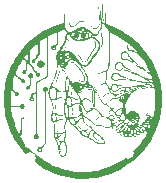
<source format=gbr>
%TF.GenerationSoftware,KiCad,Pcbnew,7.0.2-6a45011f42~172~ubuntu22.04.1*%
%TF.CreationDate,2023-05-25T16:12:51+01:00*%
%TF.ProjectId,module_stspin250,6d6f6475-6c65-45f7-9374-7370696e3235,rev?*%
%TF.SameCoordinates,Original*%
%TF.FileFunction,Legend,Bot*%
%TF.FilePolarity,Positive*%
%FSLAX46Y46*%
G04 Gerber Fmt 4.6, Leading zero omitted, Abs format (unit mm)*
G04 Created by KiCad (PCBNEW 7.0.2-6a45011f42~172~ubuntu22.04.1) date 2023-05-25 16:12:51*
%MOMM*%
%LPD*%
G01*
G04 APERTURE LIST*
%ADD10R,1.000000X1.000000*%
%ADD11O,1.000000X1.000000*%
%ADD12C,1.800000*%
%ADD13C,2.000000*%
G04 APERTURE END LIST*
%TO.C,G\u002A\u002A\u002A*%
G36*
X16097235Y7476189D02*
G01*
X16109712Y7460356D01*
X16120882Y7426007D01*
X16129481Y7381413D01*
X16134244Y7334847D01*
X16133905Y7294581D01*
X16127201Y7268888D01*
X16121883Y7261897D01*
X16112383Y7258822D01*
X16104782Y7274678D01*
X16098067Y7312460D01*
X16091223Y7375165D01*
X16087792Y7425048D01*
X16088893Y7463175D01*
X16095462Y7476457D01*
X16097235Y7476189D01*
G37*
G36*
X18515489Y5672607D02*
G01*
X18536313Y5657146D01*
X18565582Y5629987D01*
X18597487Y5597246D01*
X18626217Y5565038D01*
X18645966Y5539479D01*
X18650922Y5526683D01*
X18644940Y5526722D01*
X18623156Y5539647D01*
X18592573Y5564035D01*
X18559695Y5594137D01*
X18531028Y5624205D01*
X18513077Y5648492D01*
X18507105Y5664136D01*
X18510842Y5674147D01*
X18515489Y5672607D01*
G37*
G36*
X13770843Y8247140D02*
G01*
X13795690Y8199477D01*
X13797056Y8196557D01*
X13824165Y8147588D01*
X13861533Y8090310D01*
X13901500Y8036516D01*
X13908890Y8027268D01*
X13948896Y7973405D01*
X13969304Y7936888D01*
X13970766Y7916136D01*
X13953935Y7909571D01*
X13940671Y7913050D01*
X13909085Y7936196D01*
X13871981Y7976270D01*
X13833143Y8027647D01*
X13796353Y8084701D01*
X13765391Y8141804D01*
X13744041Y8193331D01*
X13736083Y8233656D01*
X13736089Y8235298D01*
X13740377Y8265432D01*
X13752183Y8269253D01*
X13770843Y8247140D01*
G37*
G36*
X11532241Y10044650D02*
G01*
X11516148Y10008773D01*
X11502806Y9985435D01*
X11457484Y9925834D01*
X11403979Y9875312D01*
X11350916Y9842545D01*
X11340200Y9838496D01*
X11275918Y9825866D01*
X11204145Y9825949D01*
X11139488Y9838990D01*
X11138506Y9839336D01*
X11107305Y9854690D01*
X11095536Y9868505D01*
X11104103Y9875612D01*
X11133911Y9870845D01*
X11150748Y9866184D01*
X11234488Y9858179D01*
X11314541Y9877041D01*
X11391844Y9923124D01*
X11467333Y9996783D01*
X11486208Y10018313D01*
X11516783Y10049301D01*
X11532291Y10058120D01*
X11532241Y10044650D01*
G37*
G36*
X14864475Y7725333D02*
G01*
X14867714Y7717464D01*
X14863671Y7712162D01*
X14840483Y7697727D01*
X14803580Y7680629D01*
X14799824Y7679032D01*
X14746415Y7648320D01*
X14686466Y7602612D01*
X14627763Y7548974D01*
X14578087Y7494469D01*
X14545224Y7446161D01*
X14537764Y7432821D01*
X14515827Y7404084D01*
X14497241Y7392629D01*
X14494620Y7392708D01*
X14478710Y7402740D01*
X14482462Y7430307D01*
X14505987Y7476457D01*
X14518649Y7496439D01*
X14592323Y7584131D01*
X14683083Y7655423D01*
X14784013Y7704638D01*
X14821200Y7717294D01*
X14850862Y7725566D01*
X14864475Y7725333D01*
G37*
G36*
X11514631Y10898625D02*
G01*
X11516405Y10893004D01*
X11530801Y10893823D01*
X11538221Y10894605D01*
X11541649Y10877607D01*
X11537787Y10836812D01*
X11535119Y10816850D01*
X11529549Y10771823D01*
X11526254Y10740321D01*
X11523888Y10736740D01*
X11519685Y10756103D01*
X11514631Y10794664D01*
X11505357Y10878493D01*
X11502795Y10787678D01*
X11502643Y10782614D01*
X11499732Y10735740D01*
X11494555Y10714757D01*
X11486688Y10717821D01*
X11482303Y10728105D01*
X11475723Y10764705D01*
X11473099Y10811876D01*
X11474801Y10857965D01*
X11481198Y10891321D01*
X11492115Y10907718D01*
X11507279Y10912664D01*
X11514631Y10898625D01*
G37*
G36*
X14255481Y5775424D02*
G01*
X14259106Y5759855D01*
X14242651Y5740865D01*
X14208934Y5723847D01*
X14207538Y5723364D01*
X14125841Y5686478D01*
X14043878Y5635188D01*
X13975667Y5578244D01*
X13951053Y5551139D01*
X13918669Y5505730D01*
X13885818Y5446411D01*
X13848651Y5366776D01*
X13844740Y5358221D01*
X13838175Y5348573D01*
X13836937Y5360981D01*
X13840277Y5398257D01*
X13841166Y5405770D01*
X13866408Y5497902D01*
X13915072Y5584803D01*
X13982974Y5661658D01*
X14065929Y5723652D01*
X14159754Y5765969D01*
X14174102Y5770226D01*
X14213297Y5779257D01*
X14239054Y5781462D01*
X14255481Y5775424D01*
G37*
G36*
X10578577Y5121417D02*
G01*
X10583902Y5088452D01*
X10588968Y5032187D01*
X10593550Y4955260D01*
X10597423Y4860313D01*
X10600735Y4775537D01*
X10605003Y4690669D01*
X10609703Y4616129D01*
X10614464Y4557785D01*
X10618912Y4521507D01*
X10619053Y4520719D01*
X10626192Y4469455D01*
X10624605Y4444641D01*
X10614287Y4446182D01*
X10612461Y4448625D01*
X10603716Y4475911D01*
X10595004Y4526367D01*
X10586736Y4596063D01*
X10579324Y4681067D01*
X10573179Y4777446D01*
X10568713Y4881270D01*
X10567635Y4916656D01*
X10565904Y5008236D01*
X10566487Y5074835D01*
X10569360Y5115496D01*
X10574503Y5129263D01*
X10578577Y5121417D01*
G37*
G36*
X12306216Y5096060D02*
G01*
X12322030Y5076053D01*
X12349372Y5034956D01*
X12361261Y5017914D01*
X12399102Y4970794D01*
X12447665Y4916296D01*
X12501285Y4860235D01*
X12554296Y4808428D01*
X12601035Y4766691D01*
X12635836Y4740840D01*
X12649952Y4730744D01*
X12669322Y4709051D01*
X12676301Y4690218D01*
X12666715Y4682178D01*
X12654932Y4684281D01*
X12618543Y4701667D01*
X12572674Y4732787D01*
X12523803Y4772982D01*
X12478410Y4817591D01*
X12446067Y4854659D01*
X12402498Y4909450D01*
X12362029Y4965156D01*
X12328439Y5016254D01*
X12305512Y5057220D01*
X12297029Y5082529D01*
X12297034Y5083841D01*
X12298896Y5097737D01*
X12306216Y5096060D01*
G37*
G36*
X11900744Y8214566D02*
G01*
X11904723Y8202042D01*
X11902580Y8175019D01*
X11893900Y8129344D01*
X11878267Y8060866D01*
X11870829Y8024012D01*
X11859923Y7954820D01*
X11848979Y7871124D01*
X11838846Y7780676D01*
X11830376Y7691224D01*
X11824418Y7610521D01*
X11821822Y7546314D01*
X11821758Y7542835D01*
X11818955Y7532405D01*
X11808031Y7546314D01*
X11804862Y7553848D01*
X11799011Y7589000D01*
X11795753Y7642868D01*
X11795080Y7709005D01*
X11796984Y7780963D01*
X11801456Y7852296D01*
X11808489Y7916556D01*
X11818096Y7972271D01*
X11834351Y8047441D01*
X11852161Y8115649D01*
X11855012Y8125161D01*
X11870677Y8171753D01*
X11884544Y8204545D01*
X11893894Y8216941D01*
X11900744Y8214566D01*
G37*
G36*
X11902683Y6487133D02*
G01*
X11900217Y6453052D01*
X11898107Y6439991D01*
X11892939Y6395971D01*
X11887571Y6337340D01*
X11882875Y6273144D01*
X11881681Y6249614D01*
X11885542Y6117201D01*
X11906132Y5989359D01*
X11941985Y5875952D01*
X11947854Y5861748D01*
X11959142Y5830907D01*
X11959881Y5817063D01*
X11950996Y5813861D01*
X11943164Y5822210D01*
X11927603Y5852722D01*
X11907435Y5900906D01*
X11884715Y5961794D01*
X11861496Y6030418D01*
X11855031Y6058281D01*
X11848008Y6117220D01*
X11844226Y6189356D01*
X11843685Y6266499D01*
X11846385Y6340459D01*
X11852326Y6403045D01*
X11861507Y6446067D01*
X11863586Y6451746D01*
X11880525Y6485786D01*
X11894838Y6497813D01*
X11902683Y6487133D01*
G37*
G36*
X10489791Y7017266D02*
G01*
X10487457Y6969739D01*
X10480981Y6895607D01*
X10480588Y6891510D01*
X10473508Y6793157D01*
X10469563Y6685008D01*
X10468596Y6572444D01*
X10470453Y6460845D01*
X10474978Y6355591D01*
X10482016Y6262064D01*
X10491412Y6185644D01*
X10503011Y6131710D01*
X10504919Y6118014D01*
X10497095Y6107260D01*
X10489759Y6113919D01*
X10479055Y6144737D01*
X10468568Y6197398D01*
X10458852Y6268322D01*
X10450462Y6353927D01*
X10443951Y6450635D01*
X10443184Y6468034D01*
X10442198Y6536025D01*
X10443335Y6615838D01*
X10446273Y6701791D01*
X10450687Y6788205D01*
X10456254Y6869398D01*
X10462651Y6939691D01*
X10469555Y6993402D01*
X10476641Y7024852D01*
X10481895Y7036652D01*
X10487949Y7039225D01*
X10489791Y7017266D01*
G37*
G36*
X14437480Y15235563D02*
G01*
X14442700Y15195606D01*
X14446243Y15133012D01*
X14448300Y15046019D01*
X14449063Y14932866D01*
X14449353Y14861770D01*
X14452799Y14649456D01*
X14460030Y14460748D01*
X14470981Y14296673D01*
X14485590Y14158259D01*
X14503792Y14046536D01*
X14512432Y14004962D01*
X14524722Y13948595D01*
X14534773Y13905725D01*
X14541001Y13883310D01*
X14543246Y13871662D01*
X14534952Y13861386D01*
X14526826Y13866027D01*
X14509846Y13893536D01*
X14489845Y13942404D01*
X14467967Y14008755D01*
X14445355Y14088710D01*
X14423152Y14178392D01*
X14402502Y14273924D01*
X14384548Y14371427D01*
X14372722Y14465356D01*
X14364675Y14587038D01*
X14361846Y14719170D01*
X14364236Y14852843D01*
X14371841Y14979146D01*
X14384661Y15089168D01*
X14391999Y15134419D01*
X14401664Y15188810D01*
X14409722Y15228323D01*
X14414945Y15246574D01*
X14421241Y15254609D01*
X14430391Y15254644D01*
X14437480Y15235563D01*
G37*
G36*
X14316365Y12993611D02*
G01*
X14327942Y12982748D01*
X14335403Y12956197D01*
X14341294Y12907838D01*
X14342318Y12898680D01*
X14350417Y12847105D01*
X14363655Y12778326D01*
X14380443Y12700218D01*
X14399194Y12620660D01*
X14433558Y12472680D01*
X14457759Y12343854D01*
X14471092Y12231779D01*
X14473399Y12131863D01*
X14464517Y12039512D01*
X14444287Y11950133D01*
X14412546Y11859132D01*
X14369136Y11761918D01*
X14362955Y11749255D01*
X14332749Y11690410D01*
X14306199Y11643410D01*
X14285983Y11612767D01*
X14274779Y11602993D01*
X14268138Y11606396D01*
X14264235Y11614262D01*
X14266477Y11630203D01*
X14276116Y11658605D01*
X14294406Y11703854D01*
X14322600Y11770335D01*
X14333280Y11795697D01*
X14363612Y11874509D01*
X14385411Y11946903D01*
X14398824Y12017642D01*
X14403994Y12091487D01*
X14401066Y12173198D01*
X14390184Y12267538D01*
X14371494Y12379267D01*
X14345138Y12513146D01*
X14335259Y12562685D01*
X14318553Y12653325D01*
X14304031Y12740543D01*
X14292985Y12816389D01*
X14286706Y12872909D01*
X14282896Y12924931D01*
X14281542Y12963748D01*
X14284232Y12984795D01*
X14291772Y12993467D01*
X14304969Y12995159D01*
X14316365Y12993611D01*
G37*
G36*
X10831603Y10005271D02*
G01*
X10839541Y9991660D01*
X10843295Y9955540D01*
X10843280Y9901832D01*
X10839913Y9835457D01*
X10833611Y9761339D01*
X10824790Y9684398D01*
X10813867Y9609556D01*
X10801258Y9541736D01*
X10787380Y9485859D01*
X10777942Y9456008D01*
X10757409Y9395539D01*
X10730827Y9320457D01*
X10700596Y9237506D01*
X10669115Y9153432D01*
X10634977Y9060981D01*
X10577507Y8887801D01*
X10535961Y8733308D01*
X10509816Y8595011D01*
X10498546Y8470419D01*
X10501629Y8357040D01*
X10505116Y8314832D01*
X10505459Y8288268D01*
X10501255Y8282496D01*
X10491930Y8293784D01*
X10486135Y8309052D01*
X10479560Y8351960D01*
X10475974Y8412677D01*
X10475279Y8485123D01*
X10477380Y8563215D01*
X10482179Y8640876D01*
X10489581Y8712022D01*
X10499490Y8770575D01*
X10508631Y8809397D01*
X10528602Y8883327D01*
X10554936Y8969414D01*
X10588744Y9071061D01*
X10631134Y9191673D01*
X10683214Y9334653D01*
X10720703Y9439131D01*
X10751514Y9533752D01*
X10774063Y9616840D01*
X10790049Y9695610D01*
X10801173Y9777278D01*
X10809134Y9869059D01*
X10812254Y9906598D01*
X10818367Y9957435D01*
X10825053Y9992322D01*
X10831337Y10005280D01*
X10831603Y10005271D01*
G37*
G36*
X13077180Y8138235D02*
G01*
X13134962Y8117998D01*
X13153422Y8111460D01*
X13228691Y8095761D01*
X13308671Y8098235D01*
X13401595Y8118908D01*
X13449642Y8129751D01*
X13499908Y8128652D01*
X13533480Y8107915D01*
X13553063Y8066608D01*
X13555884Y8055184D01*
X13570334Y7976145D01*
X13582244Y7874981D01*
X13591228Y7756565D01*
X13596900Y7625766D01*
X13598877Y7487455D01*
X13598434Y7425786D01*
X13596228Y7327266D01*
X13592434Y7225980D01*
X13587348Y7126316D01*
X13581266Y7032659D01*
X13574485Y6949396D01*
X13567300Y6880912D01*
X13560006Y6831595D01*
X13552900Y6805830D01*
X13552046Y6804351D01*
X13546521Y6800050D01*
X13542993Y6810102D01*
X13541480Y6836760D01*
X13542004Y6882275D01*
X13544583Y6948898D01*
X13549239Y7038882D01*
X13555990Y7154476D01*
X13562374Y7283400D01*
X13564591Y7400771D01*
X13562289Y7511857D01*
X13555454Y7627512D01*
X13550654Y7686609D01*
X13541560Y7780553D01*
X13531366Y7868643D01*
X13520696Y7946477D01*
X13510175Y8009651D01*
X13500427Y8053762D01*
X13492077Y8074406D01*
X13477564Y8075949D01*
X13443035Y8071973D01*
X13396890Y8063012D01*
X13355527Y8054846D01*
X13301360Y8047164D01*
X13260516Y8044749D01*
X13248490Y8045954D01*
X13209914Y8054819D01*
X13162181Y8069906D01*
X13112492Y8088421D01*
X13068047Y8107571D01*
X13036049Y8124564D01*
X13023697Y8136606D01*
X13025367Y8142395D01*
X13041556Y8146216D01*
X13077180Y8138235D01*
G37*
G36*
X11940479Y10363553D02*
G01*
X12007665Y10343809D01*
X12077602Y10306326D01*
X12152178Y10249623D01*
X12233282Y10172220D01*
X12322803Y10072638D01*
X12422632Y9949395D01*
X12501330Y9847380D01*
X12602553Y9712189D01*
X12687315Y9593356D01*
X12757233Y9488515D01*
X12813927Y9395301D01*
X12859013Y9311348D01*
X12876555Y9275830D01*
X12902422Y9220615D01*
X12919025Y9177356D01*
X12928761Y9137555D01*
X12934033Y9092711D01*
X12937239Y9034327D01*
X12938402Y9004838D01*
X12938999Y8948065D01*
X12935464Y8907067D01*
X12926671Y8873269D01*
X12911495Y8838099D01*
X12883038Y8790423D01*
X12834774Y8744959D01*
X12775505Y8724138D01*
X12703835Y8727564D01*
X12618372Y8754840D01*
X12577313Y8770526D01*
X12531491Y8784418D01*
X12500036Y8789769D01*
X12476568Y8793892D01*
X12464686Y8812281D01*
X12465751Y8818071D01*
X12481415Y8827509D01*
X12517153Y8825833D01*
X12574721Y8812822D01*
X12655875Y8788257D01*
X12702166Y8774065D01*
X12734380Y8767957D01*
X12758323Y8770547D01*
X12783226Y8781334D01*
X12811252Y8801731D01*
X12846872Y8852112D01*
X12869655Y8919387D01*
X12877978Y8997942D01*
X12870217Y9082161D01*
X12869736Y9084618D01*
X12847121Y9162380D01*
X12808451Y9255163D01*
X12756091Y9359624D01*
X12692408Y9472423D01*
X12619765Y9590218D01*
X12540529Y9709667D01*
X12457065Y9827431D01*
X12371738Y9940167D01*
X12286914Y10044533D01*
X12204958Y10137190D01*
X12128235Y10214794D01*
X12059112Y10274006D01*
X11999952Y10311484D01*
X11986071Y10317548D01*
X11914874Y10335560D01*
X11841017Y10336749D01*
X11776595Y10320620D01*
X11760770Y10315892D01*
X11752379Y10321379D01*
X11760507Y10335560D01*
X11783581Y10351485D01*
X11798384Y10356615D01*
X11840020Y10364197D01*
X11888831Y10367591D01*
X11940479Y10363553D01*
G37*
G36*
X14085366Y15055608D02*
G01*
X14095292Y15033141D01*
X14099340Y14997307D01*
X14099450Y14992968D01*
X14101828Y14960030D01*
X14106999Y14904347D01*
X14114552Y14829890D01*
X14124074Y14740630D01*
X14135155Y14640537D01*
X14147384Y14533583D01*
X14159146Y14431612D01*
X14178232Y14261724D01*
X14193716Y14115964D01*
X14205684Y13992014D01*
X14214221Y13887555D01*
X14219411Y13800268D01*
X14221340Y13727835D01*
X14220093Y13667935D01*
X14215755Y13618252D01*
X14208411Y13576465D01*
X14198146Y13540257D01*
X14185045Y13507307D01*
X14169895Y13482296D01*
X14135196Y13438109D01*
X14087893Y13384849D01*
X14032940Y13327488D01*
X13975289Y13271000D01*
X13919894Y13220357D01*
X13871706Y13180533D01*
X13835679Y13156502D01*
X13826303Y13152052D01*
X13765470Y13139398D01*
X13705445Y13154062D01*
X13648556Y13195560D01*
X13639811Y13204776D01*
X13608449Y13241695D01*
X13570241Y13290469D01*
X13529231Y13345483D01*
X13489464Y13401119D01*
X13454987Y13451761D01*
X13429843Y13491791D01*
X13418078Y13515594D01*
X13415598Y13535112D01*
X13426023Y13538353D01*
X13451437Y13518120D01*
X13491799Y13474447D01*
X13547068Y13407369D01*
X13579894Y13367172D01*
X13649019Y13290974D01*
X13707677Y13239648D01*
X13756465Y13212722D01*
X13795979Y13209720D01*
X13800101Y13211245D01*
X13826897Y13227736D01*
X13868106Y13258457D01*
X13918910Y13299686D01*
X13974489Y13347697D01*
X14042601Y13409684D01*
X14097502Y13464986D01*
X14135989Y13513836D01*
X14160932Y13561866D01*
X14175197Y13614703D01*
X14181653Y13677977D01*
X14183168Y13757317D01*
X14182037Y13827047D01*
X14178351Y13910959D01*
X14171895Y14009475D01*
X14162454Y14125209D01*
X14149817Y14260776D01*
X14133767Y14418792D01*
X14114092Y14601870D01*
X14108048Y14657463D01*
X14098461Y14747548D01*
X14089658Y14832451D01*
X14082414Y14904645D01*
X14077506Y14956600D01*
X14075313Y14983413D01*
X14073235Y15030457D01*
X14075921Y15054037D01*
X14083544Y15057068D01*
X14085366Y15055608D01*
G37*
G36*
X11602002Y14636957D02*
G01*
X11603314Y14632690D01*
X11606774Y14603456D01*
X11610061Y14551006D01*
X11613049Y14478781D01*
X11615611Y14390222D01*
X11617619Y14288770D01*
X11618946Y14177865D01*
X11619646Y14098841D01*
X11620901Y13990189D01*
X11622487Y13903788D01*
X11624620Y13836104D01*
X11627516Y13783609D01*
X11631394Y13742769D01*
X11636469Y13710056D01*
X11642960Y13681936D01*
X11651082Y13654880D01*
X11666937Y13612499D01*
X11692149Y13558719D01*
X11716694Y13518530D01*
X11750432Y13483588D01*
X11797974Y13448909D01*
X11846991Y13423957D01*
X11887810Y13414608D01*
X11907081Y13416756D01*
X11957187Y13435420D01*
X12018980Y13474048D01*
X12093902Y13533618D01*
X12183395Y13615109D01*
X12205956Y13636483D01*
X12284517Y13707536D01*
X12351107Y13760488D01*
X12410466Y13797996D01*
X12467336Y13822719D01*
X12526458Y13837312D01*
X12592573Y13844433D01*
X12617640Y13845449D01*
X12682383Y13844087D01*
X12743180Y13837868D01*
X12794033Y13827848D01*
X12828946Y13815078D01*
X12841921Y13800614D01*
X12838819Y13796062D01*
X12815044Y13789552D01*
X12766530Y13785768D01*
X12691728Y13784543D01*
X12684900Y13784540D01*
X12617835Y13783800D01*
X12569945Y13780763D01*
X12533159Y13773995D01*
X12499404Y13762065D01*
X12460607Y13743541D01*
X12459995Y13743229D01*
X12416439Y13716347D01*
X12359484Y13674501D01*
X12295305Y13622474D01*
X12230079Y13565047D01*
X12188584Y13527575D01*
X12106332Y13458684D01*
X12036620Y13409415D01*
X11976351Y13378012D01*
X11922426Y13362717D01*
X11871748Y13361773D01*
X11870569Y13361908D01*
X11787407Y13385009D01*
X11715850Y13433393D01*
X11656183Y13506793D01*
X11608692Y13604947D01*
X11604142Y13617370D01*
X11596712Y13640238D01*
X11590842Y13664605D01*
X11586344Y13693775D01*
X11583035Y13731054D01*
X11580727Y13779749D01*
X11579236Y13843163D01*
X11578375Y13924604D01*
X11577958Y14027376D01*
X11577801Y14154785D01*
X11577830Y14233484D01*
X11578134Y14340149D01*
X11578716Y14435915D01*
X11579538Y14517375D01*
X11580564Y14581118D01*
X11581756Y14623736D01*
X11583077Y14641821D01*
X11590139Y14651646D01*
X11602002Y14636957D01*
G37*
G36*
X13726150Y12181065D02*
G01*
X13792923Y12150650D01*
X13841771Y12098974D01*
X13873155Y12025687D01*
X13887537Y11930439D01*
X13886974Y11868259D01*
X13872716Y11776546D01*
X13842061Y11675828D01*
X13794144Y11564157D01*
X13728099Y11439585D01*
X13643061Y11300165D01*
X13538165Y11143949D01*
X13494700Y11080486D01*
X13438603Y10995855D01*
X13385540Y10913047D01*
X13339947Y10839010D01*
X13306260Y10780693D01*
X13283979Y10740381D01*
X13218410Y10629246D01*
X13159347Y10541783D01*
X13105202Y10475775D01*
X13054387Y10429004D01*
X13036482Y10416075D01*
X12959935Y10375994D01*
X12884392Y10359322D01*
X12813900Y10366475D01*
X12752504Y10397871D01*
X12746703Y10403456D01*
X12723850Y10433823D01*
X12693367Y10482044D01*
X12658534Y10542749D01*
X12622629Y10610568D01*
X12589951Y10673536D01*
X12551489Y10741906D01*
X12515816Y10796452D01*
X12478316Y10844068D01*
X12434374Y10891645D01*
X12408830Y10918209D01*
X12374394Y10955674D01*
X12351825Y10982473D01*
X12345078Y10994069D01*
X12346878Y10995339D01*
X12366368Y10990910D01*
X12397856Y10968639D01*
X12437459Y10932550D01*
X12481294Y10886669D01*
X12525478Y10835018D01*
X12566129Y10781624D01*
X12599363Y10730510D01*
X12601527Y10726780D01*
X12631555Y10674856D01*
X12667489Y10612494D01*
X12702021Y10552374D01*
X12725365Y10514016D01*
X12769202Y10457758D01*
X12813151Y10425518D01*
X12860955Y10415060D01*
X12916355Y10424145D01*
X12948027Y10436235D01*
X12994948Y10464801D01*
X13042683Y10507889D01*
X13093099Y10567801D01*
X13148061Y10646839D01*
X13209439Y10747307D01*
X13279098Y10871507D01*
X13296031Y10900774D01*
X13330231Y10955808D01*
X13373952Y11023285D01*
X13423341Y11097286D01*
X13474547Y11171892D01*
X13562190Y11300704D01*
X13649029Y11437241D01*
X13717944Y11557667D01*
X13769902Y11663991D01*
X13805868Y11758221D01*
X13826811Y11842369D01*
X13833696Y11918443D01*
X13831782Y11960718D01*
X13813416Y12039644D01*
X13776097Y12098168D01*
X13720451Y12135775D01*
X13647105Y12151951D01*
X13556684Y12146180D01*
X13509731Y12139162D01*
X13474036Y12135781D01*
X13458022Y12136881D01*
X13454910Y12142987D01*
X13466671Y12157156D01*
X13501154Y12170929D01*
X13554818Y12182632D01*
X13640990Y12190568D01*
X13726150Y12181065D01*
G37*
G36*
X8419520Y9415035D02*
G01*
X8468867Y9392358D01*
X8473628Y9388705D01*
X8506041Y9357303D01*
X8536475Y9319397D01*
X8555849Y9285410D01*
X8564356Y9248519D01*
X8563221Y9197853D01*
X8548039Y9124734D01*
X8513100Y9066970D01*
X8457838Y9027282D01*
X8413586Y9006325D01*
X8413283Y8736030D01*
X8412981Y8465735D01*
X8338410Y8379760D01*
X8318652Y8356754D01*
X8289218Y8319652D01*
X8273625Y8292120D01*
X8268345Y8266771D01*
X8269848Y8236216D01*
X8268629Y8185853D01*
X8247843Y8127281D01*
X8209394Y8083031D01*
X8158065Y8056497D01*
X8098642Y8051075D01*
X8035908Y8070162D01*
X7999452Y8094612D01*
X7963744Y8143479D01*
X7951925Y8206773D01*
X7951925Y8207114D01*
X7952625Y8211467D01*
X8069682Y8211467D01*
X8080099Y8186095D01*
X8105394Y8175027D01*
X8112392Y8175439D01*
X8141335Y8188086D01*
X8155028Y8211865D01*
X8147525Y8237898D01*
X8137039Y8248315D01*
X8107450Y8257634D01*
X8079137Y8239669D01*
X8078914Y8239398D01*
X8069682Y8211467D01*
X7952625Y8211467D01*
X7963250Y8277573D01*
X7995815Y8330575D01*
X8047803Y8364255D01*
X8117398Y8376747D01*
X8142977Y8378892D01*
X8169767Y8388853D01*
X8198108Y8411420D01*
X8235657Y8451429D01*
X8244282Y8461110D01*
X8265774Y8485926D01*
X8281541Y8508181D01*
X8292232Y8532228D01*
X8298493Y8562422D01*
X8300972Y8603117D01*
X8300315Y8658667D01*
X8297171Y8733427D01*
X8292185Y8831749D01*
X8283274Y9006458D01*
X8239849Y9028510D01*
X8212518Y9047646D01*
X8173322Y9093995D01*
X8144890Y9150392D01*
X8133783Y9205866D01*
X8135444Y9217279D01*
X8260701Y9217279D01*
X8260924Y9182028D01*
X8273267Y9160011D01*
X8283221Y9165014D01*
X8287238Y9191320D01*
X8292262Y9226071D01*
X8315485Y9255265D01*
X8358395Y9264796D01*
X8367525Y9264415D01*
X8394371Y9254207D01*
X8408882Y9226464D01*
X8414116Y9176332D01*
X8415251Y9132068D01*
X8433185Y9172705D01*
X8443847Y9206810D01*
X8439025Y9251108D01*
X8408131Y9286181D01*
X8376473Y9301771D01*
X8329160Y9303123D01*
X8287238Y9278768D01*
X8271272Y9254502D01*
X8260701Y9217279D01*
X8135444Y9217279D01*
X8142774Y9267645D01*
X8173557Y9333243D01*
X8221561Y9385894D01*
X8281920Y9418612D01*
X8297682Y9422579D01*
X8357867Y9425753D01*
X8419520Y9415035D01*
G37*
G36*
X9231821Y10521543D02*
G01*
X9319071Y10505268D01*
X9393485Y10467820D01*
X9453106Y10413178D01*
X9495975Y10345323D01*
X9520133Y10268234D01*
X9523622Y10185891D01*
X9504484Y10102274D01*
X9460760Y10021364D01*
X9450343Y10007897D01*
X9387011Y9952585D01*
X9306833Y9918875D01*
X9211369Y9907480D01*
X9167201Y9910073D01*
X9079007Y9933143D01*
X9005656Y9977870D01*
X8963286Y10026237D01*
X9237293Y10026237D01*
X9244279Y10019252D01*
X9251265Y10026237D01*
X9244279Y10033223D01*
X9237293Y10026237D01*
X8963286Y10026237D01*
X8949880Y10041540D01*
X8914410Y10121438D01*
X8901980Y10214851D01*
X9013751Y10214851D01*
X9014759Y10207455D01*
X9023065Y10205537D01*
X9024738Y10207585D01*
X9023793Y10216951D01*
X9153465Y10216951D01*
X9154669Y10200253D01*
X9169777Y10163571D01*
X9196836Y10146369D01*
X9229027Y10151026D01*
X9259535Y10179923D01*
X9263655Y10186908D01*
X9390979Y10186908D01*
X9391987Y10179512D01*
X9400293Y10177594D01*
X9401965Y10179642D01*
X9400293Y10196223D01*
X9396091Y10198408D01*
X9390979Y10186908D01*
X9263655Y10186908D01*
X9271927Y10200934D01*
X9274318Y10222435D01*
X9263312Y10242794D01*
X9390979Y10242794D01*
X9391987Y10235398D01*
X9400293Y10233480D01*
X9401965Y10235527D01*
X9400293Y10252108D01*
X9396091Y10254294D01*
X9390979Y10242794D01*
X9263312Y10242794D01*
X9259535Y10249780D01*
X9252758Y10258846D01*
X9221283Y10279903D01*
X9188925Y10278293D01*
X9163660Y10256486D01*
X9153465Y10216951D01*
X9023793Y10216951D01*
X9023065Y10224165D01*
X9018863Y10226351D01*
X9013751Y10214851D01*
X8901980Y10214851D01*
X8909398Y10277722D01*
X9027723Y10277722D01*
X9034708Y10270737D01*
X9041694Y10277722D01*
X9034708Y10284708D01*
X9027723Y10277722D01*
X8909398Y10277722D01*
X8911047Y10291694D01*
X9377007Y10291694D01*
X9383993Y10284708D01*
X9390979Y10291694D01*
X9383993Y10298680D01*
X9377007Y10291694D01*
X8911047Y10291694D01*
X8911579Y10296202D01*
X8945107Y10378602D01*
X8963673Y10401136D01*
X9186065Y10401136D01*
X9188113Y10399464D01*
X9204694Y10401136D01*
X9205905Y10403465D01*
X9223322Y10403465D01*
X9230308Y10396479D01*
X9237293Y10403465D01*
X9230308Y10410451D01*
X9223322Y10403465D01*
X9205905Y10403465D01*
X9206879Y10405339D01*
X9195379Y10410451D01*
X9187983Y10409442D01*
X9186065Y10401136D01*
X8963673Y10401136D01*
X9000786Y10446182D01*
X9076622Y10495734D01*
X9082660Y10498385D01*
X9143758Y10515410D01*
X9214446Y10521915D01*
X9231821Y10521543D01*
G37*
G36*
X9611150Y8309730D02*
G01*
X9684202Y8282957D01*
X9708535Y8268536D01*
X9760064Y8219901D01*
X9787652Y8157741D01*
X9792319Y8080141D01*
X9777134Y8006069D01*
X9742286Y7948910D01*
X9686986Y7909571D01*
X9642399Y7888614D01*
X9651694Y5694885D01*
X9660990Y3501156D01*
X9478075Y3293602D01*
X9420348Y3227778D01*
X9372616Y3172135D01*
X9339439Y3131210D01*
X9318611Y3101865D01*
X9307923Y3080958D01*
X9305169Y3065351D01*
X9308141Y3051905D01*
X9310213Y3045703D01*
X9317961Y3005598D01*
X9321070Y2959294D01*
X9314705Y2906860D01*
X9287844Y2846383D01*
X9244481Y2800121D01*
X9189528Y2769066D01*
X9127896Y2754213D01*
X9064498Y2756555D01*
X9004245Y2777087D01*
X8952051Y2816801D01*
X8912826Y2876693D01*
X8898779Y2918390D01*
X8895984Y2960761D01*
X9016420Y2960761D01*
X9019812Y2942400D01*
X9041979Y2902265D01*
X9077242Y2878626D01*
X9118329Y2873087D01*
X9157966Y2887252D01*
X9188881Y2922725D01*
X9195966Y2936885D01*
X9207406Y2970754D01*
X9200951Y2996971D01*
X9175057Y3027202D01*
X9171825Y3030322D01*
X9129489Y3055146D01*
X9086089Y3057799D01*
X9048316Y3041084D01*
X9022862Y3007804D01*
X9016420Y2960761D01*
X8895984Y2960761D01*
X8894029Y2990386D01*
X8912049Y3056693D01*
X8949552Y3113039D01*
X9003246Y3155151D01*
X9069842Y3178758D01*
X9146051Y3179587D01*
X9204969Y3170751D01*
X9374261Y3362779D01*
X9543552Y3554807D01*
X9536545Y5651853D01*
X9536396Y5696053D01*
X9535533Y5935986D01*
X9534609Y6168724D01*
X9533633Y6392670D01*
X9532616Y6606230D01*
X9531569Y6807806D01*
X9530502Y6995804D01*
X9529424Y7168626D01*
X9528348Y7324678D01*
X9527282Y7462362D01*
X9526237Y7580084D01*
X9525224Y7676247D01*
X9524253Y7749255D01*
X9523334Y7797513D01*
X9522478Y7819424D01*
X9520406Y7838036D01*
X9512528Y7874390D01*
X9496831Y7896870D01*
X9467415Y7915798D01*
X9440571Y7935452D01*
X9401862Y7982612D01*
X9373834Y8039437D01*
X9363036Y8094700D01*
X9363477Y8099746D01*
X9490208Y8099746D01*
X9490293Y8064416D01*
X9502750Y8042299D01*
X9511909Y8044509D01*
X9516721Y8066308D01*
X9519050Y8084704D01*
X9533223Y8120346D01*
X9554678Y8149141D01*
X9576892Y8160842D01*
X9595748Y8157577D01*
X9624895Y8132414D01*
X9642073Y8082175D01*
X9651728Y8028328D01*
X9670480Y8067153D01*
X9679968Y8090387D01*
X9679179Y8114571D01*
X9660973Y8143995D01*
X9645419Y8161025D01*
X9603131Y8183985D01*
X9557720Y8184617D01*
X9517545Y8161880D01*
X9501120Y8137177D01*
X9490208Y8099746D01*
X9363477Y8099746D01*
X9365888Y8127303D01*
X9390159Y8195669D01*
X9435108Y8254074D01*
X9495764Y8295019D01*
X9541746Y8309744D01*
X9611150Y8309730D01*
G37*
G36*
X14737447Y15026373D02*
G01*
X14737992Y14998048D01*
X14737460Y14946967D01*
X14735930Y14876522D01*
X14733482Y14790108D01*
X14730196Y14691116D01*
X14726152Y14582939D01*
X14721469Y14448002D01*
X14717889Y14274399D01*
X14718181Y14122947D01*
X14722468Y13990369D01*
X14730875Y13873384D01*
X14743526Y13768714D01*
X14760544Y13673080D01*
X14777973Y13589559D01*
X14966077Y13525057D01*
X14985773Y13518268D01*
X15365596Y13373282D01*
X15733925Y13205190D01*
X16092964Y13012815D01*
X16444919Y12794979D01*
X16791995Y12550505D01*
X16880769Y12483455D01*
X16983080Y12403725D01*
X17077022Y12326989D01*
X17168040Y12248523D01*
X17261579Y12163605D01*
X17363084Y12067512D01*
X17478001Y11955521D01*
X17597186Y11835361D01*
X17884469Y11519486D01*
X18147845Y11189716D01*
X18388220Y10844781D01*
X18606506Y10483412D01*
X18803609Y10104339D01*
X18890277Y9917744D01*
X19036132Y9565969D01*
X19158894Y9212806D01*
X19260795Y8851529D01*
X19344065Y8475412D01*
X19348054Y8454726D01*
X19379272Y8284826D01*
X19404186Y8130808D01*
X19423549Y7985377D01*
X19438110Y7841239D01*
X19448620Y7691100D01*
X19455828Y7527664D01*
X19460486Y7343639D01*
X19460716Y7330876D01*
X19462655Y7119893D01*
X19460255Y6929110D01*
X19453001Y6751449D01*
X19440381Y6579828D01*
X19421879Y6407170D01*
X19396983Y6226393D01*
X19365179Y6030418D01*
X19293768Y5676364D01*
X19185966Y5271271D01*
X19052038Y4873188D01*
X18892793Y4483643D01*
X18709039Y4104163D01*
X18501583Y3736276D01*
X18271233Y3381510D01*
X18018799Y3041393D01*
X17745087Y2717452D01*
X17450905Y2411215D01*
X17293992Y2262844D01*
X16967393Y1982292D01*
X16625738Y1724710D01*
X16270140Y1490538D01*
X15901714Y1280213D01*
X15521573Y1094176D01*
X15130832Y932867D01*
X14730605Y796723D01*
X14322005Y686186D01*
X13906148Y601693D01*
X13484147Y543684D01*
X13057116Y512599D01*
X12626170Y508876D01*
X12358793Y520155D01*
X11925715Y560329D01*
X11500283Y627341D01*
X11082792Y721100D01*
X10673535Y841516D01*
X10272806Y988498D01*
X9880899Y1161954D01*
X9498109Y1361796D01*
X9124730Y1587932D01*
X8937417Y1714187D01*
X8597123Y1968922D01*
X8273704Y2244937D01*
X7968380Y2540847D01*
X7682373Y2855272D01*
X7416904Y3186828D01*
X7173192Y3534133D01*
X6952459Y3895803D01*
X6755927Y4270458D01*
X6689657Y4411241D01*
X6532049Y4782994D01*
X6398917Y5157482D01*
X6289363Y5538062D01*
X6202489Y5928094D01*
X6137398Y6330935D01*
X6093192Y6749945D01*
X6090743Y6785594D01*
X6086458Y6887461D01*
X6084231Y7008817D01*
X6084025Y7106192D01*
X6647489Y7106192D01*
X6652081Y6947606D01*
X6656208Y6868317D01*
X6660341Y6796797D01*
X6664070Y6739862D01*
X6667104Y6701953D01*
X6669151Y6687515D01*
X6669286Y6687449D01*
X6685514Y6686183D01*
X6725813Y6684525D01*
X6786549Y6682582D01*
X6864089Y6680461D01*
X6954798Y6678271D01*
X7055043Y6676117D01*
X7436544Y6668403D01*
X7439253Y6675412D01*
X7578263Y6675412D01*
X7595654Y6670430D01*
X7625803Y6664538D01*
X7662115Y6655835D01*
X7680026Y6646032D01*
X7685331Y6630913D01*
X7683825Y6606258D01*
X7683561Y6603597D01*
X7677517Y6575219D01*
X7661341Y6562203D01*
X7626127Y6556937D01*
X7595618Y6553137D01*
X7582935Y6545867D01*
X7589416Y6532487D01*
X7598827Y6523899D01*
X7634318Y6513085D01*
X7675522Y6520391D01*
X7711976Y6544767D01*
X7734227Y6577036D01*
X7739926Y6620726D01*
X7717904Y6663354D01*
X7698693Y6681536D01*
X7653302Y6699870D01*
X7602640Y6690915D01*
X7584249Y6682466D01*
X7578263Y6675412D01*
X7439253Y6675412D01*
X7448253Y6698696D01*
X7452346Y6708208D01*
X7490007Y6758302D01*
X7544990Y6795134D01*
X7609864Y6816116D01*
X7677196Y6818658D01*
X7739555Y6800172D01*
X7763079Y6786789D01*
X7811356Y6745475D01*
X7839237Y6692141D01*
X7850757Y6620258D01*
X7849662Y6559312D01*
X7832230Y6496409D01*
X7794481Y6448907D01*
X7734056Y6412611D01*
X7691960Y6398734D01*
X7619799Y6394317D01*
X7551749Y6412000D01*
X7494107Y6449704D01*
X7453172Y6505350D01*
X7429808Y6554345D01*
X7212346Y6554409D01*
X7195305Y6554440D01*
X7101030Y6555366D01*
X7002599Y6557379D01*
X6910710Y6560219D01*
X6836064Y6563623D01*
X6677244Y6572774D01*
X6687384Y6469253D01*
X6706210Y6315789D01*
X6741212Y6108470D01*
X6787600Y5888056D01*
X6843758Y5660585D01*
X6908070Y5432098D01*
X6978919Y5208634D01*
X7054691Y4996233D01*
X7133768Y4800935D01*
X7139682Y4787390D01*
X7171249Y4717049D01*
X7206987Y4639997D01*
X7244908Y4560245D01*
X7283027Y4481801D01*
X7319355Y4408674D01*
X7351907Y4344874D01*
X7378695Y4294411D01*
X7397732Y4261293D01*
X7407032Y4249529D01*
X7421525Y4257824D01*
X7446678Y4277204D01*
X7479330Y4304413D01*
X7499055Y4942693D01*
X7502598Y5053606D01*
X7506838Y5177335D01*
X7511010Y5290011D01*
X7514992Y5388821D01*
X7518665Y5470952D01*
X7521910Y5533591D01*
X7524605Y5573924D01*
X7526631Y5589139D01*
X7527203Y5589674D01*
X7543057Y5602519D01*
X7577084Y5629266D01*
X7625780Y5667186D01*
X7685644Y5713550D01*
X7753174Y5765630D01*
X7971866Y5933957D01*
X7967909Y5998302D01*
X7968163Y6035339D01*
X7969336Y6040075D01*
X8091420Y6040075D01*
X8102033Y6035249D01*
X8128452Y6050361D01*
X8164634Y6073472D01*
X8194911Y6076453D01*
X8223369Y6057363D01*
X8241865Y6030107D01*
X8239348Y5997881D01*
X8210396Y5961784D01*
X8204290Y5956034D01*
X8180337Y5929493D01*
X8178817Y5917643D01*
X8199917Y5921209D01*
X8217966Y5929402D01*
X8254099Y5961563D01*
X8272608Y6003206D01*
X8271233Y6046631D01*
X8247717Y6084138D01*
X8236822Y6092211D01*
X8194807Y6105684D01*
X8149888Y6102107D01*
X8114761Y6081710D01*
X8098485Y6060557D01*
X8091420Y6040075D01*
X7969336Y6040075D01*
X7986184Y6108115D01*
X8026628Y6166711D01*
X8087595Y6207801D01*
X8137198Y6223884D01*
X8208301Y6227268D01*
X8272867Y6209202D01*
X8327329Y6173259D01*
X8368118Y6123011D01*
X8391668Y6062034D01*
X8394410Y5993898D01*
X8372777Y5922178D01*
X8344037Y5878031D01*
X8290443Y5832245D01*
X8226402Y5805746D01*
X8158431Y5800912D01*
X8093044Y5820120D01*
X8086102Y5823609D01*
X8072522Y5828384D01*
X8057669Y5827954D01*
X8038056Y5820357D01*
X8010196Y5803634D01*
X7970600Y5775821D01*
X7915781Y5734959D01*
X7842252Y5679085D01*
X7630583Y5517819D01*
X7630787Y5445790D01*
X7630774Y5440963D01*
X7630238Y5404886D01*
X7628990Y5345213D01*
X7627116Y5265431D01*
X7624703Y5169024D01*
X7621838Y5059477D01*
X7618607Y4940276D01*
X7615097Y4814906D01*
X7599203Y4256050D01*
X7535941Y4190557D01*
X7472678Y4125064D01*
X7529381Y4029886D01*
X7536135Y4018584D01*
X7721805Y3731111D01*
X7931534Y3446705D01*
X8161615Y3169596D01*
X8408342Y2904012D01*
X8668009Y2654179D01*
X8936908Y2424327D01*
X9187830Y2233290D01*
X9527784Y2004535D01*
X9880775Y1799417D01*
X10245341Y1618530D01*
X10620024Y1462469D01*
X11003363Y1331828D01*
X11393898Y1227203D01*
X11790170Y1149189D01*
X12190718Y1098380D01*
X12379598Y1085127D01*
X12591619Y1077883D01*
X12814293Y1076924D01*
X13040006Y1082075D01*
X13261143Y1093157D01*
X13470093Y1109995D01*
X13659241Y1132413D01*
X14005854Y1193084D01*
X14385288Y1285048D01*
X14761442Y1402437D01*
X15131328Y1543990D01*
X15491959Y1708445D01*
X15840348Y1894543D01*
X16173507Y2101021D01*
X16488449Y2326619D01*
X16661059Y2465558D01*
X16874299Y2652648D01*
X17085039Y2853617D01*
X17287362Y3062548D01*
X17475348Y3273527D01*
X17643078Y3480638D01*
X17706088Y3564999D01*
X17798865Y3695689D01*
X17892953Y3834937D01*
X17984507Y3976744D01*
X18069677Y4115113D01*
X18144617Y4244044D01*
X18205479Y4357538D01*
X18235640Y4417111D01*
X18177903Y4472035D01*
X18151277Y4498366D01*
X18131348Y4524753D01*
X18124640Y4550924D01*
X18125598Y4568667D01*
X18173044Y4568667D01*
X18190662Y4527727D01*
X18228608Y4497680D01*
X18242756Y4491827D01*
X18261692Y4489607D01*
X18277043Y4501132D01*
X18293064Y4530616D01*
X18314011Y4582275D01*
X18320763Y4600145D01*
X18329937Y4632773D01*
X18327857Y4657527D01*
X18314593Y4687060D01*
X18308524Y4699778D01*
X18290473Y4746887D01*
X18275577Y4797442D01*
X18264573Y4834887D01*
X18250864Y4859651D01*
X18238422Y4857849D01*
X18228154Y4828878D01*
X18222385Y4801142D01*
X18213358Y4757858D01*
X18212349Y4752615D01*
X18213967Y4726457D01*
X18234315Y4714315D01*
X18258645Y4703256D01*
X18257012Y4688615D01*
X18227682Y4670655D01*
X18198964Y4650965D01*
X18175797Y4612434D01*
X18173044Y4568667D01*
X18125598Y4568667D01*
X18126594Y4587104D01*
X18130740Y4613345D01*
X18144171Y4669062D01*
X18161896Y4724023D01*
X18174188Y4758308D01*
X18184299Y4790825D01*
X18186527Y4805038D01*
X18174032Y4805482D01*
X18145708Y4800100D01*
X18133893Y4796680D01*
X18117566Y4785905D01*
X18110597Y4763720D01*
X18109131Y4721884D01*
X18108557Y4702816D01*
X18094769Y4632113D01*
X18064638Y4577019D01*
X18020905Y4541242D01*
X17966308Y4528493D01*
X17954751Y4528110D01*
X17932956Y4519830D01*
X17927503Y4495448D01*
X17927236Y4489502D01*
X17911598Y4445560D01*
X17876837Y4404491D01*
X17829913Y4374894D01*
X17816549Y4370108D01*
X17751723Y4363049D01*
X17685693Y4377666D01*
X17629051Y4412000D01*
X17616064Y4423450D01*
X17600850Y4435535D01*
X17602668Y4431283D01*
X17603606Y4430148D01*
X17616284Y4397193D01*
X17619419Y4350811D01*
X17613327Y4303076D01*
X17598327Y4266065D01*
X17555798Y4225156D01*
X17496654Y4199883D01*
X17431462Y4195646D01*
X17368367Y4214281D01*
X17332753Y4238879D01*
X17306692Y4280437D01*
X17298790Y4339448D01*
X17291717Y4397012D01*
X17269551Y4476268D01*
X17233903Y4569660D01*
X17186421Y4672906D01*
X17144692Y4751644D01*
X17192072Y4751644D01*
X17198257Y4735932D01*
X17214272Y4700660D01*
X17237959Y4650492D01*
X17267156Y4590091D01*
X17293699Y4533462D01*
X17321996Y4466292D01*
X17340967Y4412273D01*
X17348465Y4377028D01*
X17350506Y4348870D01*
X17361193Y4305464D01*
X17384515Y4278669D01*
X17425345Y4261142D01*
X17456003Y4253466D01*
X17486078Y4254118D01*
X17515337Y4268731D01*
X17550525Y4299909D01*
X17569411Y4341740D01*
X17562781Y4384417D01*
X17531397Y4424271D01*
X17476025Y4457632D01*
X17430876Y4484357D01*
X17371155Y4535280D01*
X17307332Y4603761D01*
X17243613Y4685671D01*
X17222455Y4714736D01*
X17201765Y4741649D01*
X17192165Y4752035D01*
X17192072Y4751644D01*
X17144692Y4751644D01*
X17128751Y4781723D01*
X17122361Y4793039D01*
X17162501Y4793039D01*
X17166061Y4779978D01*
X17168932Y4775842D01*
X17181682Y4766006D01*
X17183593Y4766916D01*
X17180033Y4779978D01*
X17177162Y4784114D01*
X17164412Y4793949D01*
X17162501Y4793039D01*
X17122361Y4793039D01*
X17110012Y4814906D01*
X17145104Y4814906D01*
X17152090Y4807920D01*
X17159076Y4814906D01*
X17152090Y4821892D01*
X17145104Y4814906D01*
X17110012Y4814906D01*
X17086343Y4856820D01*
X17117161Y4856820D01*
X17124147Y4849835D01*
X17131133Y4856820D01*
X17124147Y4863806D01*
X17117161Y4856820D01*
X17086343Y4856820D01*
X17070564Y4884763D01*
X17103190Y4884763D01*
X17110176Y4877777D01*
X17117161Y4884763D01*
X17110176Y4891749D01*
X17103190Y4884763D01*
X17070564Y4884763D01*
X17031116Y4954620D01*
X17039738Y4868766D01*
X17047241Y4816273D01*
X17060468Y4745100D01*
X17077493Y4664161D01*
X17096417Y4582057D01*
X17115344Y4507386D01*
X17132378Y4448747D01*
X17154981Y4409629D01*
X17196332Y4373368D01*
X17247288Y4331290D01*
X17285560Y4269109D01*
X17298737Y4196037D01*
X17287379Y4138547D01*
X17255346Y4093542D01*
X17207672Y4065514D01*
X17149402Y4057398D01*
X17085578Y4072124D01*
X17070957Y4078452D01*
X17045153Y4092237D01*
X17025196Y4109583D01*
X17010163Y4133973D01*
X16999132Y4168887D01*
X16991178Y4217810D01*
X16985380Y4284221D01*
X16980814Y4371605D01*
X16976557Y4483442D01*
X16975028Y4523872D01*
X16970695Y4617421D01*
X16965672Y4703020D01*
X16960310Y4775673D01*
X16954959Y4830384D01*
X16949970Y4862157D01*
X16945764Y4880241D01*
X16940199Y4913607D01*
X16940902Y4929718D01*
X16945282Y4931347D01*
X16957121Y4917204D01*
X16970479Y4881451D01*
X16984420Y4828420D01*
X16998009Y4762441D01*
X17010309Y4687843D01*
X17020383Y4608957D01*
X17027297Y4530113D01*
X17031572Y4467802D01*
X17036526Y4413143D01*
X17042217Y4378865D01*
X17049792Y4360813D01*
X17060400Y4354833D01*
X17075189Y4356772D01*
X17091454Y4359507D01*
X17101418Y4352837D01*
X17093641Y4330713D01*
X17067812Y4290330D01*
X17054722Y4268883D01*
X17042250Y4223079D01*
X17056127Y4181021D01*
X17097045Y4139128D01*
X17133320Y4116426D01*
X17171460Y4111847D01*
X17211853Y4131100D01*
X17218119Y4135890D01*
X17237382Y4163735D01*
X17242904Y4207795D01*
X17241455Y4231987D01*
X17232406Y4262215D01*
X17211311Y4295162D01*
X17173909Y4338927D01*
X17122710Y4408268D01*
X17079214Y4498714D01*
X17045375Y4609944D01*
X17020023Y4745049D01*
X17018733Y4753931D01*
X17010057Y4813430D01*
X17002289Y4866380D01*
X16996974Y4902227D01*
X16994552Y4915511D01*
X16982599Y4940925D01*
X16959350Y4948130D01*
X16930795Y4953303D01*
X16926024Y4955265D01*
X17066254Y4955265D01*
X17075247Y4933663D01*
X17085966Y4916430D01*
X17097188Y4905720D01*
X17098212Y4912062D01*
X17089219Y4933663D01*
X17078499Y4950896D01*
X17067278Y4961606D01*
X17066254Y4955265D01*
X16926024Y4955265D01*
X16893619Y4968592D01*
X16867249Y4982420D01*
X16849865Y4989054D01*
X16844736Y4979726D01*
X16838818Y4946513D01*
X16833316Y4893383D01*
X16828524Y4824678D01*
X16824736Y4744738D01*
X16822248Y4657905D01*
X16821353Y4568521D01*
X16821353Y4383812D01*
X16870271Y4340888D01*
X16876697Y4335170D01*
X16920227Y4288243D01*
X16942956Y4241662D01*
X16949505Y4186418D01*
X16948443Y4162179D01*
X16931656Y4098922D01*
X16895070Y4055172D01*
X16839474Y4031604D01*
X16765656Y4028893D01*
X16745415Y4031127D01*
X16705453Y4040172D01*
X16674536Y4059010D01*
X16640102Y4094173D01*
X16617721Y4118806D01*
X16597518Y4137190D01*
X16586493Y4138243D01*
X16579629Y4124478D01*
X16570034Y4103888D01*
X16533918Y4064668D01*
X16484260Y4036388D01*
X16430797Y4025522D01*
X16407738Y4026567D01*
X16338196Y4044665D01*
X16284254Y4082784D01*
X16249361Y4137710D01*
X16236963Y4206230D01*
X16237252Y4217517D01*
X16304068Y4217517D01*
X16310244Y4167540D01*
X16334978Y4124937D01*
X16377299Y4097256D01*
X16393708Y4091810D01*
X16438148Y4082732D01*
X16470601Y4089739D01*
X16500318Y4114099D01*
X16503272Y4117318D01*
X16535640Y4168884D01*
X16546513Y4221393D01*
X16666071Y4221393D01*
X16666456Y4180701D01*
X16693884Y4138199D01*
X16718655Y4114749D01*
X16767614Y4088517D01*
X16815043Y4088158D01*
X16857764Y4114140D01*
X16876518Y4136617D01*
X16893716Y4184117D01*
X16883114Y4234216D01*
X16844719Y4286829D01*
X16827076Y4304966D01*
X16803894Y4328674D01*
X16794076Y4338529D01*
X16793113Y4350388D01*
X16791259Y4386012D01*
X16788755Y4441007D01*
X16785801Y4510936D01*
X16782599Y4591364D01*
X16782252Y4600230D01*
X16779127Y4672013D01*
X16776172Y4726421D01*
X16773582Y4760817D01*
X16771551Y4772563D01*
X16770273Y4759021D01*
X16769533Y4743071D01*
X16764530Y4683313D01*
X16756312Y4612404D01*
X16746223Y4542464D01*
X16741915Y4515576D01*
X16731532Y4449030D01*
X16722572Y4389341D01*
X16716603Y4346864D01*
X16713983Y4330369D01*
X16703439Y4289340D01*
X16690910Y4263036D01*
X16666071Y4221393D01*
X16546513Y4221393D01*
X16546927Y4223393D01*
X16536953Y4273965D01*
X16505540Y4313717D01*
X16485696Y4324006D01*
X16438972Y4331761D01*
X16389233Y4326419D01*
X16350090Y4308443D01*
X16317422Y4267323D01*
X16304068Y4217517D01*
X16237252Y4217517D01*
X16237394Y4223062D01*
X16242221Y4255492D01*
X16254821Y4289386D01*
X16278176Y4331719D01*
X16312637Y4385372D01*
X16393728Y4385372D01*
X16400503Y4374143D01*
X16425356Y4360920D01*
X16447053Y4354574D01*
X16452077Y4355000D01*
X16544936Y4355000D01*
X16550470Y4336073D01*
X16566593Y4321614D01*
X16588702Y4294051D01*
X16610426Y4262194D01*
X16632307Y4295589D01*
X16641972Y4313362D01*
X16659941Y4356187D01*
X16676391Y4405359D01*
X16683219Y4432183D01*
X16695357Y4490332D01*
X16708635Y4563177D01*
X16721960Y4643701D01*
X16734237Y4724887D01*
X16744372Y4799715D01*
X16751271Y4861168D01*
X16753841Y4902227D01*
X16752164Y4929417D01*
X16750157Y4932143D01*
X16784015Y4932143D01*
X16784788Y4896422D01*
X16785204Y4893219D01*
X16788683Y4875973D01*
X16792152Y4883042D01*
X16796678Y4916199D01*
X16798360Y4932113D01*
X16800433Y4963218D01*
X16799243Y4975577D01*
X16798615Y4975530D01*
X16789278Y4962091D01*
X16784015Y4932143D01*
X16750157Y4932143D01*
X16741036Y4944529D01*
X16712483Y4947634D01*
X16693703Y4946495D01*
X16675061Y4939465D01*
X16660205Y4922195D01*
X16646841Y4890391D01*
X16632674Y4839760D01*
X16615408Y4766006D01*
X16594424Y4670459D01*
X16571749Y4558545D01*
X16555796Y4467693D01*
X16546785Y4399359D01*
X16544936Y4355000D01*
X16452077Y4355000D01*
X16485142Y4357804D01*
X16508582Y4384655D01*
X16516814Y4434677D01*
X16517456Y4449590D01*
X16522570Y4498716D01*
X16531646Y4560914D01*
X16543316Y4626292D01*
X16550157Y4661901D01*
X16559288Y4712734D01*
X16564862Y4748413D01*
X16565868Y4762825D01*
X16562709Y4759368D01*
X16552021Y4736902D01*
X16537245Y4699954D01*
X16525776Y4671612D01*
X16503160Y4619434D01*
X16474951Y4556617D01*
X16444844Y4491265D01*
X16416537Y4431482D01*
X16393728Y4385372D01*
X16312637Y4385372D01*
X16315267Y4389467D01*
X16371152Y4478505D01*
X16444721Y4610565D01*
X16509196Y4743609D01*
X16532413Y4800935D01*
X16572277Y4800935D01*
X16579263Y4793949D01*
X16586248Y4800935D01*
X16579263Y4807920D01*
X16572277Y4800935D01*
X16532413Y4800935D01*
X16559267Y4867241D01*
X16570478Y4898735D01*
X16600220Y4898735D01*
X16607205Y4891749D01*
X16614191Y4898735D01*
X16607205Y4905720D01*
X16600220Y4898735D01*
X16570478Y4898735D01*
X16587884Y4947634D01*
X16614191Y4947634D01*
X16615199Y4940238D01*
X16623505Y4938320D01*
X16625178Y4940368D01*
X16623505Y4956949D01*
X16619303Y4959134D01*
X16614191Y4947634D01*
X16587884Y4947634D01*
X16597790Y4975461D01*
X16580471Y4989084D01*
X17117161Y4989084D01*
X17122581Y4966913D01*
X17142712Y4923561D01*
X17174707Y4867227D01*
X17215377Y4802737D01*
X17261530Y4734916D01*
X17309977Y4668590D01*
X17357528Y4608585D01*
X17400992Y4559727D01*
X17427282Y4535156D01*
X17467755Y4504774D01*
X17500988Y4487893D01*
X17536873Y4476661D01*
X17569870Y4464824D01*
X17580196Y4461473D01*
X17585823Y4465565D01*
X17578987Y4484599D01*
X17558826Y4523139D01*
X17545847Y4545721D01*
X17494729Y4622020D01*
X17427460Y4709121D01*
X17348140Y4801903D01*
X17260872Y4895242D01*
X17239894Y4916412D01*
X17230963Y4924798D01*
X17277833Y4924798D01*
X17390366Y4806981D01*
X17427604Y4767769D01*
X17480054Y4711891D01*
X17527071Y4661114D01*
X17561671Y4622943D01*
X17590883Y4591845D01*
X17616886Y4567959D01*
X17630766Y4560072D01*
X17632769Y4559779D01*
X17640232Y4543880D01*
X17645413Y4511239D01*
X17646620Y4500788D01*
X17665061Y4453837D01*
X17703685Y4425938D01*
X17762954Y4416721D01*
X17774857Y4417184D01*
X17825582Y4432126D01*
X17859350Y4465184D01*
X17871617Y4512356D01*
X17868252Y4538073D01*
X17845343Y4573961D01*
X17799255Y4599135D01*
X17728219Y4614861D01*
X17695268Y4620389D01*
X17630244Y4641047D01*
X17566191Y4678161D01*
X17547361Y4691681D01*
X17496830Y4731054D01*
X17439522Y4778727D01*
X17384563Y4827213D01*
X17281027Y4921878D01*
X17347690Y4921878D01*
X17437386Y4836526D01*
X17450958Y4823721D01*
X17542283Y4744202D01*
X17620244Y4689024D01*
X17684989Y4658096D01*
X17736668Y4651324D01*
X17745023Y4652453D01*
X17775473Y4659865D01*
X17787789Y4668723D01*
X17776952Y4680935D01*
X17748065Y4702385D01*
X17707453Y4728307D01*
X17679695Y4744510D01*
X17621563Y4777126D01*
X17554258Y4813774D01*
X17487404Y4849168D01*
X17347690Y4921878D01*
X17281027Y4921878D01*
X17277833Y4924798D01*
X17230963Y4924798D01*
X17185555Y4967434D01*
X17147272Y4996367D01*
X17124618Y5003490D01*
X17117161Y4989084D01*
X16580471Y4989084D01*
X16562192Y5003462D01*
X16560823Y5004533D01*
X16533229Y5023589D01*
X16515580Y5031463D01*
X16504003Y5024173D01*
X16480141Y4995793D01*
X16448493Y4950050D01*
X16411592Y4891286D01*
X16371971Y4823842D01*
X16332166Y4752061D01*
X16294710Y4680283D01*
X16262137Y4612851D01*
X16236981Y4554106D01*
X16232433Y4542679D01*
X16214130Y4502036D01*
X16199605Y4477922D01*
X16191670Y4475231D01*
X16190778Y4489071D01*
X16197448Y4526994D01*
X16212059Y4579673D01*
X16232719Y4640567D01*
X16257539Y4703135D01*
X16281517Y4759021D01*
X16227967Y4696149D01*
X16197992Y4661655D01*
X16151667Y4609808D01*
X16107017Y4561147D01*
X16096964Y4550351D01*
X16066992Y4516720D01*
X16053776Y4496986D01*
X16055022Y4486315D01*
X16068433Y4479870D01*
X16080145Y4475417D01*
X16096208Y4461469D01*
X16087115Y4449650D01*
X16054700Y4444664D01*
X16029615Y4440792D01*
X15987589Y4418235D01*
X15956015Y4382486D01*
X15943564Y4341586D01*
X15943995Y4335765D01*
X15956126Y4300579D01*
X15979735Y4264108D01*
X16011693Y4236007D01*
X16055709Y4220913D01*
X16098920Y4226071D01*
X16137046Y4247620D01*
X16165810Y4281701D01*
X16180932Y4324454D01*
X16178133Y4372018D01*
X16153135Y4420534D01*
X16137653Y4441949D01*
X16126111Y4466835D01*
X16133197Y4473945D01*
X16156491Y4462588D01*
X16193572Y4432073D01*
X16207190Y4418485D01*
X16230580Y4382579D01*
X16236963Y4339415D01*
X16236882Y4334164D01*
X16221751Y4268387D01*
X16183459Y4212411D01*
X16126319Y4172730D01*
X16108703Y4165575D01*
X16044693Y4154846D01*
X15985356Y4171198D01*
X15928700Y4215057D01*
X15922177Y4221875D01*
X15895419Y4255311D01*
X15883447Y4288525D01*
X15880693Y4335480D01*
X15881744Y4372062D01*
X15888801Y4401500D01*
X15907343Y4426234D01*
X15942839Y4456953D01*
X16047275Y4550543D01*
X16169239Y4680683D01*
X16285485Y4826788D01*
X16390651Y4982563D01*
X16398046Y4994457D01*
X16428561Y5041817D01*
X16454699Y5079883D01*
X16471466Y5101320D01*
X16482292Y5111346D01*
X16487455Y5108607D01*
X16482637Y5082685D01*
X16479387Y5055657D01*
X16487889Y5052074D01*
X16497155Y5065846D01*
X16502420Y5095852D01*
X16502412Y5099136D01*
X16500480Y5116894D01*
X16490557Y5125154D01*
X16466060Y5125963D01*
X16420405Y5121371D01*
X16395261Y5118974D01*
X16349263Y5119006D01*
X16328610Y5127916D01*
X16325409Y5131697D01*
X16558306Y5131697D01*
X16560949Y5124142D01*
X16577904Y5099228D01*
X16605362Y5067386D01*
X16626889Y5047055D01*
X16675374Y5020801D01*
X16726278Y5021650D01*
X16741956Y5029289D01*
X16896205Y5029289D01*
X16905846Y5018402D01*
X16934086Y5010824D01*
X16937721Y5010089D01*
X16993878Y5012742D01*
X17049363Y5037693D01*
X17065649Y5051758D01*
X17189116Y5051758D01*
X17194381Y5030134D01*
X17222835Y4993821D01*
X17258651Y4954620D01*
X17235602Y4992427D01*
X17235026Y4993381D01*
X17221856Y5023846D01*
X17221567Y5044820D01*
X17222652Y5050269D01*
X17235918Y5050269D01*
X17270847Y5011594D01*
X17299194Y4987680D01*
X17344985Y4958393D01*
X17396589Y4931726D01*
X17428603Y4916977D01*
X17542573Y4860793D01*
X17648916Y4802830D01*
X17742957Y4745875D01*
X17820023Y4692718D01*
X17875439Y4646144D01*
X17883064Y4638717D01*
X17920982Y4604027D01*
X17951484Y4579627D01*
X17968558Y4570407D01*
X17985813Y4575063D01*
X18014597Y4600259D01*
X18039928Y4640091D01*
X18058029Y4686299D01*
X18065122Y4730620D01*
X18057432Y4764794D01*
X18021725Y4799854D01*
X17972187Y4811467D01*
X17910233Y4798619D01*
X17905214Y4796765D01*
X17875959Y4787065D01*
X17850841Y4783316D01*
X17822171Y4786156D01*
X17782263Y4796227D01*
X17723428Y4814168D01*
X17700096Y4821746D01*
X17623487Y4849367D01*
X17541242Y4882105D01*
X17467554Y4914400D01*
X17432535Y4931216D01*
X17372102Y4962192D01*
X17321308Y4990514D01*
X17417547Y4990514D01*
X17494389Y4949843D01*
X17513739Y4940077D01*
X17570303Y4914122D01*
X17637638Y4885635D01*
X17705036Y4859223D01*
X17838840Y4809274D01*
X17905871Y4843209D01*
X17972901Y4877144D01*
X17932738Y4892673D01*
X17905444Y4900875D01*
X17856576Y4912898D01*
X17794038Y4926775D01*
X17724917Y4940863D01*
X17661296Y4952927D01*
X17590256Y4965684D01*
X17529430Y4975878D01*
X17487404Y4982019D01*
X17417547Y4990514D01*
X17321308Y4990514D01*
X17320433Y4991002D01*
X17285926Y5013084D01*
X17235918Y5050269D01*
X17222652Y5050269D01*
X17223069Y5052361D01*
X17208800Y5059406D01*
X17206893Y5059379D01*
X17189116Y5051758D01*
X17065649Y5051758D01*
X17097970Y5079671D01*
X17276532Y5079671D01*
X17296845Y5060575D01*
X17328730Y5040554D01*
X17363209Y5031463D01*
X17385506Y5027156D01*
X17396803Y5007013D01*
X17399395Y4991562D01*
X17409105Y5001643D01*
X17409893Y5002797D01*
X17419804Y5009791D01*
X17439382Y5012879D01*
X17473117Y5011970D01*
X17525493Y5006975D01*
X17600998Y4997804D01*
X17691162Y4986142D01*
X17779560Y4973955D01*
X17847301Y4963187D01*
X17898300Y4952884D01*
X17936470Y4942091D01*
X17965726Y4929851D01*
X17989982Y4915211D01*
X18013152Y4897213D01*
X18039234Y4877540D01*
X18093428Y4852789D01*
X18142213Y4855011D01*
X18186608Y4884128D01*
X18212592Y4918377D01*
X18218483Y4958117D01*
X18197955Y5002122D01*
X18192557Y5009473D01*
X18174882Y5025246D01*
X18149731Y5030133D01*
X18107140Y5026846D01*
X18083655Y5024841D01*
X18051713Y5025666D01*
X18039274Y5031630D01*
X18040390Y5037018D01*
X18056246Y5051893D01*
X18227504Y5051893D01*
X18234746Y5038602D01*
X18246434Y5028124D01*
X18263355Y5024810D01*
X18264712Y5024945D01*
X18272685Y5010488D01*
X18282235Y4975837D01*
X18291585Y4927143D01*
X18303810Y4867153D01*
X18320908Y4804948D01*
X18338687Y4756698D01*
X18368902Y4690932D01*
X18401572Y4766876D01*
X18411130Y4789605D01*
X18423100Y4824382D01*
X18427570Y4856367D01*
X18425406Y4895661D01*
X18417473Y4952364D01*
X18415908Y4962430D01*
X18406509Y5017466D01*
X18397463Y5062780D01*
X18390534Y5089399D01*
X18383159Y5106440D01*
X18373553Y5107579D01*
X18354354Y5088148D01*
X18324776Y5067680D01*
X18272911Y5059406D01*
X18272507Y5059406D01*
X18238490Y5057955D01*
X18227504Y5051893D01*
X18056246Y5051893D01*
X18059308Y5054766D01*
X18090329Y5066391D01*
X18192959Y5066391D01*
X18199945Y5059406D01*
X18206930Y5066391D01*
X18199945Y5073377D01*
X18192959Y5066391D01*
X18090329Y5066391D01*
X18094919Y5068111D01*
X18138484Y5073377D01*
X18142598Y5073399D01*
X18169836Y5075065D01*
X18177823Y5078573D01*
X18163154Y5083452D01*
X18128260Y5088570D01*
X18083613Y5092287D01*
X18039034Y5093820D01*
X18004345Y5092389D01*
X17992709Y5091004D01*
X17950702Y5086060D01*
X17893804Y5079407D01*
X17830901Y5072084D01*
X17787646Y5066879D01*
X17722574Y5057706D01*
X17685009Y5049657D01*
X17674703Y5042224D01*
X17691409Y5034896D01*
X17734880Y5027164D01*
X17804868Y5018521D01*
X17817806Y5017048D01*
X17888697Y5007691D01*
X17941933Y4998532D01*
X17975865Y4990319D01*
X17988846Y4983800D01*
X17979226Y4979723D01*
X17945356Y4978838D01*
X17885588Y4981891D01*
X17832428Y4986204D01*
X17709989Y4999386D01*
X17587780Y5016556D01*
X17472729Y5036562D01*
X17371762Y5058255D01*
X17291804Y5080484D01*
X17288775Y5081314D01*
X17413840Y5081314D01*
X17414812Y5079201D01*
X17433526Y5073047D01*
X17468659Y5066519D01*
X17502916Y5064974D01*
X17566731Y5068697D01*
X17652568Y5078265D01*
X17757594Y5093414D01*
X17813526Y5101936D01*
X17932739Y5117688D01*
X18029010Y5126255D01*
X18105193Y5127742D01*
X18164143Y5122253D01*
X18208717Y5109893D01*
X18252974Y5098818D01*
X18299580Y5108782D01*
X18338164Y5145340D01*
X18354975Y5178163D01*
X18418273Y5178163D01*
X18418788Y5162503D01*
X18425492Y5116900D01*
X18437610Y5067664D01*
X18443773Y5045556D01*
X18454610Y4995445D01*
X18459301Y4955893D01*
X18460473Y4928285D01*
X18464240Y4925028D01*
X18473400Y4945702D01*
X18478134Y4967907D01*
X18474765Y5010035D01*
X18459631Y5071444D01*
X18445595Y5120433D01*
X18433303Y5164760D01*
X18426196Y5192134D01*
X18424707Y5197915D01*
X18420516Y5201851D01*
X18418273Y5178163D01*
X18354975Y5178163D01*
X18354977Y5178167D01*
X18357591Y5222710D01*
X18335066Y5259825D01*
X18311990Y5274943D01*
X18263590Y5280947D01*
X18204938Y5260961D01*
X18175765Y5248639D01*
X18155423Y5248244D01*
X18157276Y5263302D01*
X18174803Y5282067D01*
X18390679Y5282067D01*
X18402530Y5248019D01*
X18408332Y5234915D01*
X18413888Y5229282D01*
X18415519Y5250688D01*
X18413365Y5270519D01*
X18402530Y5289934D01*
X18394328Y5293199D01*
X18390679Y5282067D01*
X18174803Y5282067D01*
X18183260Y5291122D01*
X18196870Y5301769D01*
X18236324Y5319774D01*
X18289373Y5324862D01*
X18293301Y5324895D01*
X18344975Y5332393D01*
X18381806Y5350681D01*
X18399430Y5376356D01*
X18393482Y5406016D01*
X18392017Y5408176D01*
X18368163Y5431814D01*
X18334087Y5455737D01*
X18290387Y5481335D01*
X18424143Y5481335D01*
X18432777Y5442508D01*
X18442395Y5399387D01*
X18434154Y5362291D01*
X18430880Y5353600D01*
X18428110Y5330850D01*
X18432250Y5298619D01*
X18444263Y5251345D01*
X18465111Y5183465D01*
X18481694Y5134332D01*
X18499211Y5089191D01*
X18512474Y5062881D01*
X18519721Y5059406D01*
X18525534Y5075128D01*
X18538645Y5112277D01*
X18554480Y5158280D01*
X18558350Y5169609D01*
X18568670Y5202101D01*
X18572594Y5227885D01*
X18568395Y5253014D01*
X18554346Y5283540D01*
X18528719Y5325516D01*
X18489788Y5384995D01*
X18462155Y5429648D01*
X18514101Y5429648D01*
X18551491Y5359791D01*
X18567474Y5330003D01*
X18585187Y5298189D01*
X18594253Y5285659D01*
X18597499Y5289068D01*
X18597754Y5305069D01*
X18596141Y5313986D01*
X18581195Y5345360D01*
X18555739Y5380748D01*
X18514101Y5429648D01*
X18462155Y5429648D01*
X18459555Y5433850D01*
X18441205Y5470781D01*
X18438541Y5488920D01*
X18451716Y5486929D01*
X18480882Y5463467D01*
X18517209Y5429648D01*
X18484320Y5481449D01*
X18475060Y5495523D01*
X18454717Y5522753D01*
X18442446Y5533842D01*
X18436438Y5532577D01*
X18425676Y5514312D01*
X18424143Y5481335D01*
X18290387Y5481335D01*
X18289550Y5481825D01*
X18234365Y5423814D01*
X18230749Y5420067D01*
X18189859Y5381468D01*
X18137748Y5336717D01*
X18084777Y5294753D01*
X18068842Y5282737D01*
X18027446Y5251276D01*
X17997070Y5227831D01*
X17983388Y5216766D01*
X17982947Y5215943D01*
X17994609Y5215207D01*
X18023393Y5219249D01*
X18060880Y5226659D01*
X18098652Y5236033D01*
X18113486Y5238425D01*
X18122703Y5232033D01*
X18113321Y5217636D01*
X18087310Y5201268D01*
X18077827Y5197483D01*
X18034239Y5184605D01*
X17970923Y5169589D01*
X17893790Y5153561D01*
X17808752Y5137646D01*
X17721719Y5122971D01*
X17638602Y5110661D01*
X17565313Y5101843D01*
X17519463Y5096953D01*
X17466546Y5090530D01*
X17429316Y5085042D01*
X17413840Y5081314D01*
X17288775Y5081314D01*
X17277001Y5084540D01*
X17276532Y5079671D01*
X17097970Y5079671D01*
X17098512Y5080139D01*
X17135662Y5135276D01*
X17155149Y5198302D01*
X17152270Y5258641D01*
X17124708Y5309652D01*
X17070995Y5353420D01*
X17067537Y5355465D01*
X17026579Y5373331D01*
X16989411Y5380696D01*
X16978864Y5380581D01*
X16961644Y5376536D01*
X16958118Y5360899D01*
X16964797Y5325905D01*
X16969484Y5289770D01*
X16965773Y5216870D01*
X16949021Y5142627D01*
X16921579Y5080391D01*
X16903859Y5050732D01*
X16896205Y5029289D01*
X16741956Y5029289D01*
X16782942Y5049260D01*
X16790163Y5054246D01*
X16848975Y5109209D01*
X16882792Y5174666D01*
X16893619Y5254331D01*
X16893178Y5283067D01*
X16888372Y5320779D01*
X16874795Y5348287D01*
X16848212Y5377041D01*
X16844516Y5380529D01*
X16804556Y5411027D01*
X16766382Y5429322D01*
X16763888Y5429648D01*
X16907591Y5429648D01*
X16914576Y5422662D01*
X16921562Y5429648D01*
X16914576Y5436633D01*
X16907591Y5429648D01*
X16763888Y5429648D01*
X16736322Y5433252D01*
X16720702Y5420651D01*
X16719087Y5415007D01*
X16710547Y5384282D01*
X16699453Y5343657D01*
X16689570Y5317570D01*
X16660246Y5266474D01*
X16621015Y5215862D01*
X16589947Y5179401D01*
X16567052Y5148746D01*
X16558306Y5131697D01*
X16325409Y5131697D01*
X16325246Y5131890D01*
X16315811Y5134020D01*
X16299806Y5127631D01*
X16274365Y5110717D01*
X16236622Y5081271D01*
X16183714Y5037287D01*
X16112775Y4976758D01*
X16065368Y4936954D01*
X15999448Y4883852D01*
X15936612Y4835421D01*
X15885740Y4798630D01*
X15840780Y4765850D01*
X15802693Y4730777D01*
X15789879Y4705908D01*
X15788555Y4693209D01*
X15776963Y4684004D01*
X15746821Y4687297D01*
X15702554Y4688713D01*
X15659387Y4668224D01*
X15621527Y4621908D01*
X15614954Y4610710D01*
X15597044Y4565886D01*
X15601443Y4529199D01*
X15628573Y4492929D01*
X15667146Y4468383D01*
X15720685Y4457710D01*
X15776574Y4463676D01*
X15825849Y4485187D01*
X15859543Y4521148D01*
X15865212Y4533293D01*
X15867976Y4560660D01*
X15854093Y4595753D01*
X15843643Y4616599D01*
X15833564Y4643341D01*
X15838771Y4653024D01*
X15859736Y4650187D01*
X15876610Y4648815D01*
X15887679Y4657766D01*
X15894326Y4676279D01*
X15917761Y4712949D01*
X15954652Y4761561D01*
X16001391Y4818029D01*
X16054370Y4878270D01*
X16109981Y4938200D01*
X16164616Y4993734D01*
X16214666Y5040788D01*
X16256524Y5075278D01*
X16292568Y5100585D01*
X16316029Y5113523D01*
X16318888Y5108302D01*
X16301282Y5085159D01*
X16263346Y5044331D01*
X16205217Y4986056D01*
X16121590Y4898043D01*
X16046076Y4806130D01*
X15984766Y4717642D01*
X15940559Y4636775D01*
X15916352Y4567726D01*
X15910949Y4544471D01*
X15898845Y4501495D01*
X15888079Y4473355D01*
X15872241Y4453917D01*
X15828628Y4427348D01*
X15769267Y4409364D01*
X15701518Y4402750D01*
X15651681Y4405400D01*
X15614655Y4416232D01*
X15581380Y4438920D01*
X15569344Y4449472D01*
X15549255Y4473659D01*
X15540386Y4503315D01*
X15538394Y4549620D01*
X15538512Y4559502D01*
X15544454Y4608417D01*
X15562055Y4648906D01*
X15595027Y4685285D01*
X15647082Y4721868D01*
X15721934Y4762972D01*
X15741956Y4773515D01*
X15809234Y4812215D01*
X15882485Y4858366D01*
X15957994Y4909194D01*
X16032044Y4961930D01*
X16100922Y5013801D01*
X16160911Y5062036D01*
X16208297Y5103862D01*
X16239363Y5136510D01*
X16250396Y5157205D01*
X16250384Y5157575D01*
X16239280Y5180056D01*
X16213753Y5204633D01*
X16206725Y5209717D01*
X16187640Y5220919D01*
X16168980Y5222421D01*
X16142243Y5213350D01*
X16098928Y5192831D01*
X16086652Y5186763D01*
X16009024Y5145292D01*
X15926619Y5096910D01*
X15846938Y5046346D01*
X15777485Y4998330D01*
X15725761Y4957590D01*
X15701348Y4933787D01*
X15660190Y4884688D01*
X15629849Y4837587D01*
X15594883Y4778052D01*
X15549280Y4727453D01*
X15496008Y4697951D01*
X15430129Y4685793D01*
X15383221Y4684776D01*
X15340994Y4691559D01*
X15304192Y4709255D01*
X15263021Y4743623D01*
X15230270Y4798488D01*
X15221572Y4860313D01*
X15225275Y4875288D01*
X15288374Y4875288D01*
X15294136Y4826678D01*
X15327748Y4778903D01*
X15360410Y4753537D01*
X15415603Y4736390D01*
X15473637Y4745701D01*
X15530922Y4781425D01*
X15552151Y4801718D01*
X15574243Y4834761D01*
X15580308Y4872239D01*
X15580370Y4877382D01*
X15583807Y4907426D01*
X15590885Y4919692D01*
X15591210Y4919716D01*
X15607459Y4928786D01*
X15638314Y4951071D01*
X15677383Y4981969D01*
X15689228Y4991386D01*
X15742868Y5030103D01*
X15806713Y5071956D01*
X15869391Y5109400D01*
X15899286Y5126358D01*
X15943625Y5152296D01*
X15974129Y5171203D01*
X15985478Y5179851D01*
X15985125Y5182769D01*
X15980079Y5183317D01*
X15963761Y5175651D01*
X15929593Y5157092D01*
X15923287Y5153708D01*
X15878884Y5132336D01*
X15821614Y5107500D01*
X15757881Y5081660D01*
X15694089Y5057278D01*
X15636641Y5036815D01*
X15591941Y5022733D01*
X15566391Y5017491D01*
X15546628Y5014268D01*
X15517084Y4998178D01*
X15516422Y4997534D01*
X15486404Y4985205D01*
X15434541Y4985991D01*
X15422253Y4987283D01*
X15385166Y4987509D01*
X15358620Y4976020D01*
X15329110Y4947942D01*
X15310465Y4925271D01*
X15288374Y4875288D01*
X15225275Y4875288D01*
X15237384Y4924264D01*
X15278161Y4985510D01*
X15300490Y5008252D01*
X15322840Y5024214D01*
X15351444Y5035048D01*
X15393479Y5043438D01*
X15456126Y5052068D01*
X15462732Y5052931D01*
X15633365Y5086936D01*
X15808586Y5144529D01*
X15914540Y5192134D01*
X15999450Y5192134D01*
X16006435Y5185148D01*
X16013421Y5192134D01*
X16006435Y5199120D01*
X15999450Y5192134D01*
X15914540Y5192134D01*
X15945635Y5206105D01*
X16027393Y5206105D01*
X16034378Y5199120D01*
X16041364Y5206105D01*
X16034378Y5213091D01*
X16027393Y5206105D01*
X15945635Y5206105D01*
X15976733Y5220077D01*
X16055335Y5220077D01*
X16062321Y5213091D01*
X16069307Y5220077D01*
X16062321Y5227062D01*
X16055335Y5220077D01*
X15976733Y5220077D01*
X15991605Y5226759D01*
X16005725Y5234048D01*
X16083278Y5234048D01*
X16090264Y5227062D01*
X16097249Y5234048D01*
X16090264Y5241034D01*
X16083278Y5234048D01*
X16005725Y5234048D01*
X16032789Y5248019D01*
X16111221Y5248019D01*
X16118207Y5241034D01*
X16125192Y5248019D01*
X16118207Y5255005D01*
X16111221Y5248019D01*
X16032789Y5248019D01*
X16054554Y5259255D01*
X16059371Y5261991D01*
X16139164Y5261991D01*
X16146149Y5255005D01*
X16153135Y5261991D01*
X16146149Y5268977D01*
X16139164Y5261991D01*
X16059371Y5261991D01*
X16100941Y5285602D01*
X16130269Y5306480D01*
X16146873Y5325004D01*
X16155087Y5344291D01*
X16157597Y5353807D01*
X16215676Y5353807D01*
X16216796Y5334945D01*
X16237922Y5292988D01*
X16281665Y5247478D01*
X16337445Y5213241D01*
X16397264Y5194937D01*
X16453123Y5197227D01*
X16465955Y5201158D01*
X16536461Y5238358D01*
X16592248Y5294674D01*
X16628932Y5364433D01*
X16642134Y5441963D01*
X16642115Y5443861D01*
X17120628Y5443861D01*
X17124601Y5436943D01*
X17143222Y5414784D01*
X17172369Y5383146D01*
X17217189Y5323155D01*
X17240124Y5254159D01*
X17238237Y5175775D01*
X17236344Y5163998D01*
X17233767Y5138901D01*
X17240283Y5136265D01*
X17259466Y5152106D01*
X17278576Y5173419D01*
X17308681Y5223319D01*
X17331299Y5279673D01*
X17340397Y5329274D01*
X17340002Y5341709D01*
X17322200Y5403058D01*
X17279690Y5453787D01*
X17276883Y5455979D01*
X17229394Y5475460D01*
X17175044Y5471279D01*
X17120628Y5443861D01*
X16642115Y5443861D01*
X16642056Y5449596D01*
X16636777Y5485533D01*
X16711991Y5485533D01*
X16718977Y5478548D01*
X16725962Y5485533D01*
X16718977Y5492519D01*
X16711991Y5485533D01*
X16636777Y5485533D01*
X16634525Y5500863D01*
X16833072Y5500863D01*
X16849415Y5492580D01*
X16882683Y5481622D01*
X16934289Y5470630D01*
X16989050Y5463262D01*
X17036938Y5460803D01*
X17067929Y5464541D01*
X17070391Y5465536D01*
X17075727Y5472256D01*
X17057040Y5478373D01*
X17012376Y5484592D01*
X16976812Y5488566D01*
X16918871Y5495065D01*
X16872662Y5500273D01*
X16870526Y5500514D01*
X16839284Y5503235D01*
X16833072Y5500863D01*
X16634525Y5500863D01*
X16634268Y5502610D01*
X16627805Y5513476D01*
X16795819Y5513476D01*
X16802805Y5506490D01*
X16809791Y5513476D01*
X16802805Y5520462D01*
X16795819Y5513476D01*
X16627805Y5513476D01*
X16620836Y5525193D01*
X16928548Y5525193D01*
X16989801Y5515377D01*
X17022282Y5512310D01*
X17081786Y5517635D01*
X17130434Y5535858D01*
X17160315Y5564691D01*
X17161527Y5567022D01*
X17217387Y5567022D01*
X17228797Y5553596D01*
X17267947Y5543503D01*
X17282230Y5540517D01*
X17339001Y5512008D01*
X17383049Y5460719D01*
X17411693Y5389520D01*
X17420338Y5356223D01*
X17428155Y5335986D01*
X17435882Y5336615D01*
X17447082Y5354592D01*
X17460879Y5390895D01*
X17463385Y5452194D01*
X17445502Y5512630D01*
X17410083Y5564202D01*
X17359979Y5598907D01*
X17330730Y5611176D01*
X17311478Y5615864D01*
X17292432Y5611348D01*
X17260368Y5597432D01*
X17233693Y5583946D01*
X17217387Y5567022D01*
X17161527Y5567022D01*
X17163579Y5570969D01*
X17170880Y5592749D01*
X17159759Y5595999D01*
X17128052Y5581872D01*
X17106903Y5572667D01*
X17060863Y5557218D01*
X17009295Y5543554D01*
X16928548Y5525193D01*
X16620836Y5525193D01*
X16609977Y5543451D01*
X16563879Y5581585D01*
X16558014Y5585876D01*
X16717201Y5585876D01*
X16732948Y5576347D01*
X16742673Y5572379D01*
X16768692Y5564547D01*
X16778850Y5565870D01*
X16767877Y5576347D01*
X16755788Y5582525D01*
X16725962Y5589123D01*
X16717201Y5585876D01*
X16558014Y5585876D01*
X16550321Y5591505D01*
X16529574Y5611684D01*
X16527422Y5623429D01*
X16530196Y5630950D01*
X16527250Y5646204D01*
X16558306Y5646204D01*
X16559314Y5638808D01*
X16567620Y5636890D01*
X16569292Y5638938D01*
X16567620Y5655519D01*
X16563418Y5657704D01*
X16558306Y5646204D01*
X16527250Y5646204D01*
X16524886Y5658442D01*
X16522424Y5664600D01*
X16608997Y5664600D01*
X16609114Y5653255D01*
X16613849Y5644171D01*
X16638994Y5626755D01*
X16669197Y5631689D01*
X16671027Y5632947D01*
X16671287Y5644221D01*
X16644309Y5657324D01*
X16625960Y5663217D01*
X16608997Y5664600D01*
X16522424Y5664600D01*
X16508967Y5698261D01*
X16491725Y5739036D01*
X16464856Y5815819D01*
X16455665Y5846383D01*
X16530415Y5846383D01*
X16533545Y5824622D01*
X16557515Y5777357D01*
X16600841Y5731765D01*
X16658412Y5693935D01*
X16703308Y5670021D01*
X16760696Y5634413D01*
X16797075Y5604260D01*
X16809791Y5581530D01*
X16810458Y5575782D01*
X16823762Y5555390D01*
X16829193Y5553229D01*
X16837734Y5561864D01*
X16835219Y5570689D01*
X16829817Y5578722D01*
X17019225Y5578722D01*
X17029627Y5577781D01*
X17064115Y5587303D01*
X17108300Y5609076D01*
X17154661Y5638552D01*
X17195678Y5671186D01*
X17207109Y5683872D01*
X17295912Y5683872D01*
X17311516Y5676292D01*
X17350517Y5670376D01*
X17383799Y5664852D01*
X17424306Y5647481D01*
X17462474Y5612858D01*
X17478700Y5595621D01*
X17500015Y5574978D01*
X17508361Y5570016D01*
X17504329Y5589732D01*
X17486338Y5628077D01*
X17460452Y5666214D01*
X17433916Y5692248D01*
X17416987Y5701544D01*
X17372037Y5714169D01*
X17329615Y5712759D01*
X17300315Y5696942D01*
X17299169Y5695514D01*
X17295912Y5683872D01*
X17207109Y5683872D01*
X17223830Y5702430D01*
X17228394Y5709027D01*
X17273506Y5755566D01*
X17327795Y5787823D01*
X17381685Y5799890D01*
X17384707Y5799800D01*
X17419461Y5793274D01*
X17460051Y5779586D01*
X17471616Y5774783D01*
X17496162Y5766004D01*
X17501708Y5769907D01*
X17493406Y5787755D01*
X17491977Y5790189D01*
X17466996Y5815001D01*
X17430842Y5836001D01*
X17416976Y5841647D01*
X17378493Y5853123D01*
X17345746Y5851152D01*
X17304075Y5835699D01*
X17303395Y5835401D01*
X17259076Y5806248D01*
X17227193Y5767153D01*
X17214961Y5726924D01*
X17211522Y5713532D01*
X17193322Y5702090D01*
X17178176Y5697670D01*
X17147966Y5681839D01*
X17111063Y5658614D01*
X17073603Y5632343D01*
X17041720Y5607372D01*
X17021549Y5588049D01*
X17019225Y5578722D01*
X16829817Y5578722D01*
X16816560Y5598437D01*
X16784836Y5634061D01*
X16746177Y5671434D01*
X16706714Y5704427D01*
X16672579Y5726915D01*
X16654946Y5737692D01*
X16612961Y5772181D01*
X16575770Y5812685D01*
X16553392Y5840026D01*
X16535948Y5854557D01*
X16530415Y5846383D01*
X16455665Y5846383D01*
X16437248Y5907632D01*
X16410950Y6007065D01*
X16388011Y6106703D01*
X16370480Y6199136D01*
X16367043Y6220790D01*
X16355311Y6303389D01*
X16344757Y6389462D01*
X16337322Y6463531D01*
X16326871Y6589274D01*
X16317061Y6498460D01*
X16308353Y6411721D01*
X16298389Y6275750D01*
X16295850Y6161834D01*
X16300974Y6066775D01*
X16314003Y5987375D01*
X16335176Y5920436D01*
X16364732Y5862761D01*
X16401915Y5784960D01*
X16416371Y5698369D01*
X16403707Y5607786D01*
X16398829Y5592195D01*
X16379040Y5550452D01*
X16346519Y5506667D01*
X16296289Y5453702D01*
X16292900Y5450353D01*
X16250497Y5406683D01*
X16225832Y5376110D01*
X16215676Y5353807D01*
X16157597Y5353807D01*
X16165741Y5384678D01*
X16065131Y5376566D01*
X16027322Y5372227D01*
X15941326Y5356516D01*
X15843959Y5333105D01*
X15744416Y5304523D01*
X15651890Y5273298D01*
X15575577Y5241957D01*
X15559670Y5234190D01*
X15499914Y5197042D01*
X15464860Y5159461D01*
X15455138Y5144862D01*
X15411410Y5101799D01*
X15357633Y5071107D01*
X15304419Y5059406D01*
X15288865Y5058578D01*
X15262679Y5047036D01*
X15244225Y5015635D01*
X15212222Y4954810D01*
X15162178Y4899417D01*
X15096016Y4860512D01*
X15010575Y4836331D01*
X14902695Y4825111D01*
X14830913Y4823940D01*
X14721849Y4832873D01*
X14617895Y4857516D01*
X14506904Y4900173D01*
X14477596Y4911864D01*
X14432913Y4925063D01*
X14377573Y4936072D01*
X14305821Y4945979D01*
X14211902Y4955870D01*
X14127260Y4964543D01*
X14018524Y4978580D01*
X13930262Y4995142D01*
X13857967Y5015962D01*
X13797130Y5042774D01*
X13743242Y5077314D01*
X13691796Y5121314D01*
X13638284Y5176508D01*
X13620675Y5195716D01*
X13503675Y5318925D01*
X13398234Y5421214D01*
X13301424Y5504968D01*
X13210317Y5572568D01*
X13121987Y5626398D01*
X13033505Y5668842D01*
X13009899Y5678956D01*
X12947456Y5707482D01*
X12891269Y5735417D01*
X12851210Y5757937D01*
X12792325Y5795281D01*
X12815319Y5696293D01*
X12827340Y5642839D01*
X12842038Y5573845D01*
X12853696Y5515305D01*
X12879037Y5425196D01*
X12924780Y5322219D01*
X12983947Y5224916D01*
X13051000Y5143718D01*
X13052329Y5142381D01*
X13106369Y5093303D01*
X13157952Y5059912D01*
X13219142Y5034362D01*
X13237663Y5027912D01*
X13293344Y5007469D01*
X13340284Y4987086D01*
X13381593Y4963904D01*
X13420384Y4935067D01*
X13459768Y4897715D01*
X13502856Y4848992D01*
X13552759Y4786039D01*
X13612588Y4705998D01*
X13685454Y4606011D01*
X13697010Y4590654D01*
X13766800Y4512666D01*
X13853040Y4434335D01*
X13947393Y4362713D01*
X14041519Y4304855D01*
X14088683Y4277452D01*
X14172484Y4220034D01*
X14260056Y4151023D01*
X14346791Y4074767D01*
X14428080Y3995617D01*
X14499312Y3917922D01*
X14555879Y3846031D01*
X14593171Y3784295D01*
X14613926Y3730419D01*
X14629115Y3652668D01*
X14626962Y3580815D01*
X14607061Y3522532D01*
X14599886Y3512239D01*
X14567237Y3479468D01*
X14526726Y3450742D01*
X14500660Y3437376D01*
X14464746Y3425674D01*
X14420350Y3420301D01*
X14357811Y3419467D01*
X14310295Y3420934D01*
X14228587Y3428972D01*
X14149516Y3445334D01*
X14069103Y3471661D01*
X13983370Y3509592D01*
X13888339Y3560768D01*
X13780031Y3626828D01*
X13654468Y3709412D01*
X13590096Y3752528D01*
X13484711Y3821118D01*
X13393591Y3876822D01*
X13311540Y3922254D01*
X13233364Y3960023D01*
X13153868Y3992744D01*
X13067858Y4023026D01*
X12970138Y4053483D01*
X12898326Y4080787D01*
X12807572Y4127648D01*
X12718429Y4185123D01*
X12641123Y4247191D01*
X12622284Y4267387D01*
X12588998Y4307052D01*
X12545827Y4360873D01*
X12496257Y4424495D01*
X12443778Y4493564D01*
X12368787Y4591193D01*
X12290024Y4686669D01*
X12216392Y4766525D01*
X12143225Y4835442D01*
X12065859Y4898100D01*
X11979628Y4959178D01*
X11891875Y5021861D01*
X11806674Y5090376D01*
X11732115Y5158184D01*
X11672831Y5221065D01*
X11633451Y5274796D01*
X11617231Y5304761D01*
X11579659Y5389570D01*
X11548760Y5476848D01*
X11668317Y5476848D01*
X11670912Y5446096D01*
X11690231Y5382648D01*
X11725083Y5319661D01*
X11771497Y5260656D01*
X11825505Y5209156D01*
X11883140Y5168683D01*
X11940432Y5142758D01*
X11993412Y5134904D01*
X12038113Y5148643D01*
X12060465Y5167831D01*
X12079052Y5202245D01*
X12086683Y5252216D01*
X12084862Y5323361D01*
X12073753Y5384164D01*
X12042420Y5460751D01*
X11996593Y5527678D01*
X11941370Y5575969D01*
X11918666Y5588059D01*
X11853840Y5608024D01*
X11787045Y5612112D01*
X11729786Y5599067D01*
X11712377Y5590226D01*
X11685245Y5566572D01*
X11671885Y5531418D01*
X11668317Y5476848D01*
X11548760Y5476848D01*
X11545429Y5486256D01*
X11518263Y5583628D01*
X11501883Y5670491D01*
X11497191Y5724221D01*
X11495908Y5836471D01*
X11503060Y5974532D01*
X11511787Y6130100D01*
X11512427Y6269021D01*
X11504234Y6389796D01*
X11486907Y6496776D01*
X11460145Y6594310D01*
X11451126Y6620259D01*
X11427117Y6682519D01*
X11403086Y6736986D01*
X11383093Y6774186D01*
X11378013Y6782273D01*
X11350952Y6834129D01*
X11330455Y6886166D01*
X11324895Y6903111D01*
X11312503Y6933504D01*
X11303635Y6945544D01*
X11302605Y6945393D01*
X11292782Y6929450D01*
X11283359Y6890203D01*
X11274765Y6831855D01*
X11267429Y6758607D01*
X11261780Y6674659D01*
X11258247Y6584215D01*
X11257259Y6491474D01*
X11259899Y6353953D01*
X11267359Y6230587D01*
X11280393Y6122352D01*
X11299781Y6022837D01*
X11326307Y5925632D01*
X11337726Y5887899D01*
X11365013Y5785858D01*
X11382487Y5694416D01*
X11391913Y5602616D01*
X11395059Y5499505D01*
X11394974Y5445390D01*
X11392975Y5389037D01*
X11387827Y5347781D01*
X11378466Y5314175D01*
X11363828Y5280768D01*
X11342615Y5232291D01*
X11312448Y5145493D01*
X11287207Y5052345D01*
X11270698Y4965721D01*
X11267623Y4915550D01*
X11272098Y4832466D01*
X11285137Y4740742D01*
X11305252Y4650135D01*
X11330954Y4570407D01*
X11343484Y4536714D01*
X11355499Y4494787D01*
X11362672Y4450104D01*
X11366215Y4394278D01*
X11367341Y4318922D01*
X11367396Y4294124D01*
X11366657Y4229752D01*
X11363565Y4183305D01*
X11356881Y4147144D01*
X11345365Y4113628D01*
X11327778Y4075118D01*
X11298601Y4005015D01*
X11271874Y3894431D01*
X11267823Y3778631D01*
X11286449Y3653913D01*
X11327750Y3516572D01*
X11349392Y3455385D01*
X11379547Y3359152D01*
X11399479Y3273330D01*
X11410688Y3188551D01*
X11414675Y3095448D01*
X11412938Y2984653D01*
X11411647Y2949399D01*
X11406785Y2859917D01*
X11399857Y2790054D01*
X11390115Y2733580D01*
X11376808Y2684268D01*
X11364083Y2647972D01*
X11314007Y2545542D01*
X11250449Y2463600D01*
X11175531Y2405086D01*
X11170001Y2401964D01*
X11092785Y2370241D01*
X11021708Y2365346D01*
X10954317Y2387552D01*
X10888164Y2437133D01*
X10874943Y2450471D01*
X10836673Y2499076D01*
X10802750Y2559858D01*
X10772357Y2635441D01*
X10744674Y2728454D01*
X10718883Y2841523D01*
X10694165Y2977276D01*
X10669703Y3138339D01*
X10667072Y3156867D01*
X10648491Y3277786D01*
X10629336Y3378795D01*
X10607338Y3466898D01*
X10580230Y3549096D01*
X10545744Y3632390D01*
X10501611Y3723783D01*
X10445565Y3830275D01*
X10441893Y3837088D01*
X10391850Y3932009D01*
X10354768Y4008239D01*
X10329215Y4070669D01*
X10313756Y4124190D01*
X10306956Y4173692D01*
X10307033Y4182799D01*
X10414579Y4182799D01*
X10431819Y4099837D01*
X10453485Y4040763D01*
X10485326Y3987711D01*
X10518969Y3960766D01*
X10551680Y3959766D01*
X10580724Y3984550D01*
X10603367Y4034954D01*
X10616874Y4110817D01*
X10618674Y4149547D01*
X10608805Y4221314D01*
X10579226Y4274657D01*
X10529225Y4311200D01*
X10507527Y4321439D01*
X10484925Y4330466D01*
X10471868Y4330204D01*
X10458389Y4322200D01*
X10435973Y4300426D01*
X10416055Y4250424D01*
X10414579Y4182799D01*
X10307033Y4182799D01*
X10307381Y4224065D01*
X10313597Y4280201D01*
X10314261Y4284893D01*
X10327093Y4386140D01*
X10338238Y4493615D01*
X10347327Y4601668D01*
X10353992Y4704651D01*
X10357865Y4796913D01*
X10358577Y4872805D01*
X10355759Y4926677D01*
X10338025Y5039135D01*
X10302973Y5165319D01*
X10254637Y5268194D01*
X10193328Y5346960D01*
X10187176Y5353113D01*
X10133604Y5420999D01*
X10097317Y5499836D01*
X10076723Y5594303D01*
X10071501Y5686650D01*
X10188165Y5686650D01*
X10196914Y5602291D01*
X10214785Y5532383D01*
X10240256Y5476602D01*
X10280658Y5420338D01*
X10324034Y5389026D01*
X10367784Y5381508D01*
X10409307Y5396621D01*
X10446004Y5433205D01*
X10475272Y5490099D01*
X10494511Y5566143D01*
X10501121Y5660176D01*
X10498401Y5709052D01*
X10478634Y5805805D01*
X10442068Y5892068D01*
X10391458Y5960306D01*
X10388822Y5962864D01*
X10356336Y5985990D01*
X10326623Y5995489D01*
X10293519Y5984528D01*
X10256596Y5953801D01*
X10224112Y5910452D01*
X10202715Y5861660D01*
X10199807Y5850279D01*
X10188981Y5773349D01*
X10188165Y5686650D01*
X10071501Y5686650D01*
X10070233Y5709076D01*
X10071667Y5782347D01*
X10077236Y5841677D01*
X10088678Y5895647D01*
X10107730Y5955678D01*
X10121062Y5994652D01*
X10173695Y6176966D01*
X10204812Y6344273D01*
X10214786Y6498460D01*
X10214335Y6535867D01*
X10207564Y6653117D01*
X10191386Y6765349D01*
X10164103Y6882197D01*
X10124016Y7013295D01*
X10120663Y7023322D01*
X10093309Y7099638D01*
X10068241Y7156827D01*
X10041859Y7202175D01*
X10010565Y7242968D01*
X9968686Y7299227D01*
X9926590Y7380181D01*
X9894961Y7476923D01*
X9871525Y7595214D01*
X9857674Y7705103D01*
X9853247Y7801578D01*
X9854500Y7824740D01*
X9966551Y7824740D01*
X9968764Y7764270D01*
X9975429Y7686028D01*
X9978910Y7652013D01*
X9992091Y7551679D01*
X10008386Y7472819D01*
X10029362Y7410442D01*
X10056581Y7359557D01*
X10091606Y7315173D01*
X10126465Y7281648D01*
X10190648Y7241090D01*
X10253785Y7226680D01*
X10314298Y7237280D01*
X10370605Y7271750D01*
X10421129Y7328952D01*
X10464287Y7407747D01*
X10498502Y7506996D01*
X10522192Y7625561D01*
X10522229Y7625823D01*
X10528595Y7722318D01*
X10522818Y7823024D01*
X10506364Y7922617D01*
X10480699Y8015770D01*
X10447291Y8097159D01*
X10407604Y8161457D01*
X10363107Y8203338D01*
X10349395Y8211640D01*
X10341655Y8213689D01*
X10353223Y8198229D01*
X10357402Y8192892D01*
X10363114Y8177961D01*
X10347795Y8178961D01*
X10313091Y8195984D01*
X10310240Y8197574D01*
X10248684Y8215969D01*
X10181591Y8209685D01*
X10113592Y8179919D01*
X10049320Y8127867D01*
X10029383Y8104624D01*
X10010861Y8072107D01*
X9996333Y8028119D01*
X9982455Y7964490D01*
X9976480Y7931772D01*
X9969040Y7877290D01*
X9966551Y7824740D01*
X9854500Y7824740D01*
X9858380Y7896437D01*
X9873122Y8002047D01*
X9876623Y8021679D01*
X9884379Y8058016D01*
X9894608Y8094957D01*
X9908747Y8135984D01*
X9928229Y8184581D01*
X9938013Y8206805D01*
X10076964Y8206805D01*
X10084753Y8207586D01*
X10113305Y8221768D01*
X10114102Y8222176D01*
X10159741Y8237898D01*
X10285148Y8237898D01*
X10292134Y8230913D01*
X10299120Y8237898D01*
X10292134Y8244884D01*
X10285148Y8237898D01*
X10159741Y8237898D01*
X10160699Y8238228D01*
X10209940Y8244884D01*
X10219705Y8244975D01*
X10247692Y8246680D01*
X10256041Y8249863D01*
X10239702Y8255572D01*
X10208306Y8262383D01*
X10189812Y8264686D01*
X10133314Y8256272D01*
X10089064Y8223331D01*
X10086046Y8219675D01*
X10076964Y8206805D01*
X9938013Y8206805D01*
X9954489Y8244229D01*
X9988962Y8318412D01*
X10002947Y8347637D01*
X10117492Y8347637D01*
X10119584Y8346344D01*
X10140588Y8343813D01*
X10176870Y8342916D01*
X10241198Y8332802D01*
X10321596Y8301041D01*
X10413062Y8248998D01*
X10513157Y8178069D01*
X10619440Y8089651D01*
X10636246Y8074751D01*
X10718849Y8004341D01*
X10787774Y7951904D01*
X10847298Y7915106D01*
X10901700Y7891611D01*
X10955256Y7879083D01*
X11012245Y7875187D01*
X11073746Y7877889D01*
X11124571Y7889450D01*
X11178382Y7913418D01*
X11212926Y7930407D01*
X11244426Y7943667D01*
X11258724Y7946593D01*
X11259265Y7945767D01*
X11251688Y7932139D01*
X11227252Y7909669D01*
X11192323Y7883223D01*
X11153266Y7857665D01*
X11116446Y7837860D01*
X11052848Y7819260D01*
X10962761Y7812214D01*
X10891130Y7816850D01*
X10821442Y7834175D01*
X10753831Y7866984D01*
X10682706Y7918039D01*
X10602475Y7990098D01*
X10561249Y8028631D01*
X10526661Y8058467D01*
X10504819Y8074277D01*
X10499252Y8073216D01*
X10510511Y8041215D01*
X10530944Y7976327D01*
X10544489Y7917566D01*
X10552428Y7856430D01*
X10556045Y7784414D01*
X10556623Y7693014D01*
X10556358Y7661518D01*
X10553617Y7572821D01*
X10546876Y7501154D01*
X10534663Y7438198D01*
X10515504Y7375639D01*
X10487927Y7305160D01*
X10487200Y7303122D01*
X10491217Y7296590D01*
X10511736Y7300973D01*
X10551410Y7317137D01*
X10612890Y7345947D01*
X10652297Y7364669D01*
X10709257Y7389237D01*
X10756306Y7404444D01*
X10802758Y7413019D01*
X10857929Y7417689D01*
X10906927Y7418966D01*
X10977236Y7411742D01*
X11038312Y7389933D01*
X11097853Y7350312D01*
X11163558Y7289654D01*
X11200094Y7249916D01*
X11225559Y7215379D01*
X11232685Y7195932D01*
X11222103Y7193561D01*
X11194444Y7210253D01*
X11150337Y7247993D01*
X11131724Y7265213D01*
X11072446Y7314769D01*
X11018893Y7347560D01*
X10966251Y7363769D01*
X10909711Y7363581D01*
X10844461Y7347181D01*
X10765690Y7314753D01*
X10668586Y7266483D01*
X10667366Y7265848D01*
X10564598Y7214265D01*
X10480261Y7176713D01*
X10409552Y7151789D01*
X10347669Y7138091D01*
X10289811Y7134217D01*
X10231173Y7138765D01*
X10189975Y7143904D01*
X10161786Y7145059D01*
X10151255Y7140142D01*
X10153012Y7128441D01*
X10190338Y7026358D01*
X10241216Y6843184D01*
X10271910Y6661461D01*
X10282058Y6485247D01*
X10271296Y6318598D01*
X10239261Y6165573D01*
X10204895Y6049243D01*
X10241529Y6060787D01*
X10243454Y6061354D01*
X10277333Y6066906D01*
X10327997Y6070839D01*
X10385242Y6072332D01*
X10492321Y6072332D01*
X10629741Y5978530D01*
X10717108Y5923274D01*
X10803073Y5881410D01*
X10879862Y5860648D01*
X10951671Y5860460D01*
X11022699Y5880317D01*
X11097144Y5919691D01*
X11116597Y5931164D01*
X11146921Y5945241D01*
X11162627Y5946980D01*
X11161565Y5935053D01*
X11141246Y5913930D01*
X11105804Y5888585D01*
X11060766Y5862907D01*
X11011661Y5840784D01*
X10961830Y5825176D01*
X10867258Y5814884D01*
X10767219Y5828807D01*
X10659655Y5867342D01*
X10542507Y5930884D01*
X10485508Y5966291D01*
X10510944Y5890950D01*
X10525030Y5836095D01*
X10536758Y5762959D01*
X10544582Y5682866D01*
X10547916Y5604362D01*
X10546172Y5535998D01*
X10538763Y5486319D01*
X10535337Y5473481D01*
X10528415Y5441699D01*
X10527735Y5426903D01*
X10533234Y5428342D01*
X10558189Y5440744D01*
X10598303Y5463070D01*
X10648217Y5492406D01*
X10679670Y5510974D01*
X10751501Y5549406D01*
X10811507Y5573733D01*
X10866875Y5586497D01*
X10924788Y5590241D01*
X10996690Y5580056D01*
X11076591Y5545179D01*
X11148918Y5488706D01*
X11208318Y5413964D01*
X11224337Y5385938D01*
X11231885Y5363891D01*
X11222070Y5362712D01*
X11195502Y5382305D01*
X11152790Y5422577D01*
X11132746Y5441896D01*
X11060298Y5497983D01*
X10990797Y5528033D01*
X10921321Y5532922D01*
X10848950Y5513524D01*
X10835435Y5507124D01*
X10793937Y5483730D01*
X10741839Y5451157D01*
X10687270Y5414389D01*
X10614339Y5365183D01*
X10547508Y5325864D01*
X10490737Y5300724D01*
X10438419Y5287331D01*
X10384946Y5283255D01*
X10358509Y5282884D01*
X10328522Y5280068D01*
X10317835Y5272657D01*
X10320871Y5258498D01*
X10371274Y5121492D01*
X10404003Y4972774D01*
X10416913Y4813579D01*
X10410780Y4638575D01*
X10404596Y4568941D01*
X10398208Y4504931D01*
X10392453Y4454626D01*
X10388084Y4425102D01*
X10384609Y4404232D01*
X10388298Y4391250D01*
X10405827Y4395210D01*
X10414570Y4398551D01*
X10482636Y4412003D01*
X10566701Y4408727D01*
X10669898Y4388644D01*
X10683882Y4385222D01*
X10790074Y4366099D01*
X10881483Y4364352D01*
X10964812Y4380444D01*
X11046766Y4414844D01*
X11089445Y4437906D01*
X11133065Y4462985D01*
X11161853Y4481294D01*
X11176306Y4490527D01*
X11191850Y4493985D01*
X11191744Y4481919D01*
X11177040Y4458594D01*
X11148789Y4428277D01*
X11140713Y4420967D01*
X11058704Y4364663D01*
X10961055Y4322759D01*
X10856779Y4298318D01*
X10754888Y4294402D01*
X10715451Y4298249D01*
X10671387Y4304776D01*
X10644458Y4311556D01*
X10632891Y4315487D01*
X10627629Y4310829D01*
X10632550Y4290809D01*
X10647951Y4250216D01*
X10651186Y4241580D01*
X10669314Y4171290D01*
X10676347Y4100567D01*
X10676347Y4022961D01*
X10740136Y4101268D01*
X10783133Y4149101D01*
X10846031Y4198944D01*
X10913250Y4226573D01*
X10990596Y4235093D01*
X11015631Y4234230D01*
X11070766Y4226766D01*
X11118704Y4213483D01*
X11152534Y4196623D01*
X11165346Y4178426D01*
X11161547Y4170334D01*
X11140896Y4173205D01*
X11134762Y4175599D01*
X11093931Y4184696D01*
X11040889Y4190366D01*
X10988429Y4191648D01*
X10949345Y4187581D01*
X10923833Y4177653D01*
X10875604Y4144082D01*
X10818211Y4087904D01*
X10750212Y4007818D01*
X10726277Y3979262D01*
X10657318Y3913068D01*
X10590209Y3872368D01*
X10526460Y3858172D01*
X10518348Y3857882D01*
X10508002Y3854091D01*
X10508980Y3841911D01*
X10522670Y3816387D01*
X10550463Y3772562D01*
X10567707Y3745126D01*
X10607118Y3674249D01*
X10639806Y3600239D01*
X10667287Y3518138D01*
X10691078Y3422985D01*
X10712697Y3309821D01*
X10733660Y3173688D01*
X10735746Y3159024D01*
X10757488Y3014753D01*
X10778216Y2894708D01*
X10798691Y2795542D01*
X10819672Y2713908D01*
X10841919Y2646458D01*
X10866191Y2589845D01*
X10909688Y2520461D01*
X10962010Y2471641D01*
X11019210Y2446855D01*
X11078427Y2447325D01*
X11136804Y2474271D01*
X11177941Y2508985D01*
X11234361Y2581738D01*
X11277690Y2675361D01*
X11308289Y2790985D01*
X11326515Y2929743D01*
X11332726Y3092764D01*
X11332610Y3127266D01*
X11330251Y3194997D01*
X11323549Y3251372D01*
X11310756Y3308040D01*
X11290124Y3376650D01*
X11271555Y3431510D01*
X11248397Y3487440D01*
X11224197Y3528676D01*
X11195218Y3562538D01*
X11141021Y3608382D01*
X11078868Y3638782D01*
X11021606Y3641866D01*
X10970328Y3617893D01*
X10926129Y3567126D01*
X10890105Y3489825D01*
X10876102Y3434256D01*
X10865908Y3346013D01*
X10863769Y3243716D01*
X10869513Y3134386D01*
X10882969Y3025038D01*
X10903966Y2922691D01*
X10914781Y2878988D01*
X10927258Y2822389D01*
X10933504Y2784574D01*
X10933358Y2767618D01*
X10926657Y2773595D01*
X10913237Y2804580D01*
X10911229Y2809926D01*
X10884343Y2897934D01*
X10862290Y3000304D01*
X10845725Y3110220D01*
X10835304Y3220867D01*
X10831682Y3325428D01*
X10835514Y3417087D01*
X10847454Y3489030D01*
X10866771Y3560294D01*
X10828780Y3574634D01*
X10816116Y3581280D01*
X10783176Y3609148D01*
X10752635Y3646628D01*
X10743703Y3661519D01*
X10723830Y3702639D01*
X10704604Y3751036D01*
X10688126Y3800130D01*
X10676500Y3843343D01*
X10671826Y3874096D01*
X10676208Y3885808D01*
X10685317Y3877706D01*
X10702760Y3850112D01*
X10723108Y3809713D01*
X10741825Y3774901D01*
X10780478Y3718134D01*
X10822285Y3669278D01*
X10886625Y3604938D01*
X10929261Y3647573D01*
X10936609Y3654762D01*
X10953928Y3668182D01*
X11162866Y3668182D01*
X11181093Y3650428D01*
X11196336Y3642016D01*
X11203372Y3646202D01*
X11198660Y3672407D01*
X11195392Y3686031D01*
X11188552Y3709163D01*
X11181736Y3709988D01*
X11169735Y3692044D01*
X11168520Y3690056D01*
X11162866Y3668182D01*
X10953928Y3668182D01*
X10965905Y3677462D01*
X10998242Y3687774D01*
X11045969Y3690209D01*
X11075278Y3690615D01*
X11106553Y3694656D01*
X11123629Y3706099D01*
X11135055Y3728630D01*
X11149673Y3771987D01*
X11170095Y3854152D01*
X11186015Y3946067D01*
X11197328Y3992077D01*
X11218702Y4050102D01*
X11245348Y4106738D01*
X11257996Y4131365D01*
X11279300Y4182570D01*
X11291429Y4233592D01*
X11294428Y4289761D01*
X11288344Y4356408D01*
X11273222Y4438866D01*
X11249108Y4542464D01*
X11224845Y4650433D01*
X11205582Y4768545D01*
X11196430Y4880275D01*
X11195278Y4908909D01*
X11193951Y4961572D01*
X11195415Y5003866D01*
X11200943Y5043144D01*
X11211809Y5086761D01*
X11229286Y5142070D01*
X11254649Y5216425D01*
X11265004Y5246697D01*
X11288553Y5318770D01*
X11304128Y5374412D01*
X11313257Y5420779D01*
X11317468Y5465027D01*
X11318291Y5514312D01*
X11315957Y5582333D01*
X11290610Y5768039D01*
X11237652Y5953575D01*
X11235621Y5959262D01*
X11203722Y6067687D01*
X11181891Y6186483D01*
X11169370Y6321136D01*
X11165402Y6477136D01*
X11166559Y6544683D01*
X11178987Y6711268D01*
X11204114Y6868165D01*
X11240785Y7007249D01*
X11256774Y7062855D01*
X11260121Y7077821D01*
X11375421Y7077821D01*
X11390392Y6971734D01*
X11432754Y6869560D01*
X11502307Y6772347D01*
X11525734Y6747802D01*
X11583912Y6704545D01*
X11638894Y6687707D01*
X11688946Y6696202D01*
X11732331Y6728944D01*
X11767315Y6784848D01*
X11792163Y6862829D01*
X11805140Y6961800D01*
X11805594Y6970749D01*
X11800159Y7072985D01*
X11776525Y7168219D01*
X11736940Y7251606D01*
X11683648Y7318303D01*
X11618897Y7363463D01*
X11613279Y7366070D01*
X11555471Y7386899D01*
X11510133Y7388204D01*
X11473317Y7367929D01*
X11441077Y7324019D01*
X11409464Y7254420D01*
X11388042Y7186776D01*
X11375421Y7077821D01*
X11260121Y7077821D01*
X11272780Y7134428D01*
X11282393Y7197029D01*
X11298000Y7279621D01*
X11329639Y7363581D01*
X11340219Y7385119D01*
X11352953Y7415980D01*
X11361057Y7447614D01*
X11365178Y7483443D01*
X11458728Y7483443D01*
X11530387Y7488405D01*
X11568713Y7488020D01*
X11650802Y7474324D01*
X11748303Y7445156D01*
X11857167Y7401822D01*
X11973345Y7345628D01*
X12009003Y7327011D01*
X12059594Y7301981D01*
X12098617Y7286534D01*
X12134509Y7278331D01*
X12175707Y7275034D01*
X12230648Y7274302D01*
X12273165Y7273434D01*
X12326018Y7268528D01*
X12351330Y7259325D01*
X12349076Y7245838D01*
X12319231Y7228081D01*
X12247492Y7206082D01*
X12160374Y7204868D01*
X12065619Y7229055D01*
X11961716Y7278859D01*
X11909317Y7307629D01*
X11854446Y7335399D01*
X11811300Y7354852D01*
X11751698Y7378610D01*
X11787928Y7307115D01*
X11806187Y7266591D01*
X11839214Y7159077D01*
X11858412Y7040073D01*
X11862588Y6919139D01*
X11850549Y6805830D01*
X11846946Y6786515D01*
X11841713Y6754404D01*
X11840679Y6740709D01*
X11842113Y6741181D01*
X11859330Y6752488D01*
X11891671Y6775753D01*
X11933773Y6807147D01*
X12001315Y6854051D01*
X12090958Y6900511D01*
X12177502Y6924762D01*
X12266014Y6928658D01*
X12297788Y6926188D01*
X12338963Y6918885D01*
X12368820Y6904474D01*
X12398026Y6878939D01*
X12410704Y6865385D01*
X12429556Y6839585D01*
X12432578Y6824951D01*
X12420827Y6823331D01*
X12388924Y6828833D01*
X12345966Y6841370D01*
X12344314Y6841929D01*
X12293503Y6855060D01*
X12245260Y6857396D01*
X12194820Y6847469D01*
X12137420Y6823809D01*
X12068292Y6784950D01*
X11982673Y6729421D01*
X11943341Y6703047D01*
X11877252Y6660194D01*
X11825548Y6630135D01*
X11782637Y6610543D01*
X11742922Y6599090D01*
X11700811Y6593448D01*
X11650707Y6591289D01*
X11620880Y6590359D01*
X11582642Y6586931D01*
X11565194Y6580348D01*
X11563859Y6569433D01*
X11577828Y6525527D01*
X11596124Y6426406D01*
X11604743Y6306244D01*
X11603509Y6168453D01*
X11592248Y6016446D01*
X11583858Y5929015D01*
X11576022Y5827124D01*
X11571799Y5741815D01*
X11571264Y5675859D01*
X11574489Y5632028D01*
X11581549Y5613093D01*
X11582653Y5612633D01*
X11598069Y5620580D01*
X11618474Y5644802D01*
X11623017Y5651093D01*
X11655206Y5685657D01*
X11693834Y5717160D01*
X11698592Y5720385D01*
X11722148Y5734416D01*
X11746345Y5742970D01*
X11777997Y5747030D01*
X11823920Y5747581D01*
X11890929Y5745604D01*
X12005557Y5741849D01*
X12110151Y5740006D01*
X12193623Y5741299D01*
X12259536Y5746416D01*
X12311455Y5756043D01*
X12352944Y5770866D01*
X12387568Y5791573D01*
X12418891Y5818849D01*
X12450477Y5853382D01*
X12461645Y5866079D01*
X12490433Y5894047D01*
X12504730Y5899247D01*
X12503575Y5881971D01*
X12486010Y5842512D01*
X12460291Y5805134D01*
X12409174Y5755582D01*
X12347814Y5713423D01*
X12285966Y5686278D01*
X12270205Y5682483D01*
X12217663Y5674639D01*
X12152214Y5669198D01*
X12084414Y5667161D01*
X11948641Y5667161D01*
X11988487Y5635981D01*
X12032257Y5592619D01*
X12081704Y5519196D01*
X12121369Y5432405D01*
X12147744Y5340255D01*
X12157315Y5250759D01*
X12157467Y5230265D01*
X12159679Y5200803D01*
X12166179Y5192261D01*
X12179045Y5199761D01*
X12191843Y5214563D01*
X12216842Y5249388D01*
X12248994Y5297729D01*
X12284437Y5353936D01*
X12284657Y5354295D01*
X12355075Y5458850D01*
X12421784Y5536967D01*
X12485869Y5589733D01*
X12548417Y5618235D01*
X12596824Y5625898D01*
X12650892Y5623833D01*
X12698073Y5612228D01*
X12731452Y5592874D01*
X12744114Y5567559D01*
X12744086Y5566080D01*
X12738389Y5554185D01*
X12718329Y5550882D01*
X12677457Y5554950D01*
X12628009Y5557840D01*
X12572443Y5548102D01*
X12520766Y5521330D01*
X12469813Y5475148D01*
X12416416Y5407185D01*
X12357409Y5315067D01*
X12290436Y5214408D01*
X12220903Y5132883D01*
X12152723Y5076064D01*
X12087352Y5045406D01*
X12028062Y5029441D01*
X12082210Y4993226D01*
X12138253Y4953029D01*
X12267120Y4839350D01*
X12392654Y4698391D01*
X12514514Y4530514D01*
X12546992Y4482021D01*
X12567657Y4454115D01*
X12579899Y4444012D01*
X12583643Y4446547D01*
X12660657Y4446547D01*
X12669214Y4401907D01*
X12694868Y4351169D01*
X12735074Y4300824D01*
X12791594Y4249238D01*
X12891690Y4185651D01*
X13007299Y4143764D01*
X13054915Y4132363D01*
X13086306Y4128269D01*
X13108142Y4132009D01*
X13129204Y4143569D01*
X13142347Y4153980D01*
X13160645Y4187239D01*
X13158203Y4233280D01*
X13135142Y4295207D01*
X13129244Y4307053D01*
X13081132Y4378110D01*
X13018177Y4441948D01*
X12950118Y4488398D01*
X12943669Y4491576D01*
X12880092Y4513332D01*
X12813608Y4521976D01*
X12751302Y4517892D01*
X12700259Y4501466D01*
X12667564Y4473080D01*
X12660657Y4446547D01*
X12583643Y4446547D01*
X12587123Y4448903D01*
X12592737Y4465976D01*
X12607472Y4504138D01*
X12644851Y4551548D01*
X12702544Y4588213D01*
X12782807Y4615421D01*
X12887897Y4634460D01*
X12990235Y4653229D01*
X13073063Y4681899D01*
X13135592Y4721516D01*
X13181139Y4773653D01*
X13188288Y4784292D01*
X13209165Y4810957D01*
X13222635Y4821719D01*
X13232035Y4815623D01*
X13231426Y4791184D01*
X13217446Y4752862D01*
X13191488Y4705841D01*
X13157473Y4660393D01*
X13091384Y4605172D01*
X13006418Y4568082D01*
X12954366Y4552216D01*
X13002538Y4515904D01*
X13034365Y4488932D01*
X13084910Y4437616D01*
X13134894Y4378977D01*
X13177325Y4321390D01*
X13205209Y4273227D01*
X13228893Y4220547D01*
X13275393Y4340824D01*
X13282916Y4359630D01*
X13311054Y4422199D01*
X13340789Y4479098D01*
X13366818Y4519938D01*
X13370702Y4524934D01*
X13404160Y4562929D01*
X13441703Y4599130D01*
X13477643Y4628787D01*
X13506292Y4647151D01*
X13521961Y4649472D01*
X13518855Y4637825D01*
X13501559Y4610657D01*
X13473710Y4574712D01*
X13451880Y4547753D01*
X13416363Y4497571D01*
X13390791Y4447804D01*
X13370818Y4389058D01*
X13352093Y4311936D01*
X13338159Y4254466D01*
X13309878Y4169919D01*
X13277070Y4109884D01*
X13238734Y4072243D01*
X13202801Y4048699D01*
X13340207Y3983433D01*
X13377123Y3964810D01*
X13447134Y3926192D01*
X13527905Y3878747D01*
X13612140Y3826799D01*
X13692540Y3774672D01*
X13780978Y3716824D01*
X13902022Y3642887D01*
X14008313Y3585643D01*
X14103278Y3543642D01*
X14190339Y3515435D01*
X14272923Y3499574D01*
X14354454Y3494609D01*
X14380921Y3495486D01*
X14455071Y3509374D01*
X14511642Y3538615D01*
X14547722Y3581220D01*
X14560396Y3635200D01*
X14552069Y3681868D01*
X14523185Y3747307D01*
X14476439Y3821316D01*
X14414748Y3900208D01*
X14341032Y3980298D01*
X14258208Y4057898D01*
X14169197Y4129321D01*
X14156472Y4138568D01*
X14061218Y4200645D01*
X13965503Y4251600D01*
X13874401Y4289291D01*
X13792981Y4311576D01*
X13726318Y4316315D01*
X13719900Y4315763D01*
X13688192Y4310046D01*
X13674280Y4295238D01*
X13669275Y4263036D01*
X13671887Y4231655D01*
X13692608Y4173750D01*
X13730456Y4106808D01*
X13781995Y4035070D01*
X13843792Y3962777D01*
X13912412Y3894171D01*
X13984421Y3833493D01*
X14056384Y3784984D01*
X14108025Y3758275D01*
X14168913Y3732568D01*
X14220479Y3716397D01*
X14246653Y3709571D01*
X14281951Y3695225D01*
X14294939Y3681000D01*
X14294853Y3676455D01*
X14291670Y3666435D01*
X14279461Y3663890D01*
X14252267Y3668840D01*
X14204125Y3681305D01*
X14114106Y3712345D01*
X13988059Y3779838D01*
X13866108Y3873834D01*
X13749417Y3993535D01*
X13718853Y4030958D01*
X13663592Y4112397D01*
X13627682Y4187476D01*
X13611173Y4253948D01*
X13614120Y4309563D01*
X13636574Y4352072D01*
X13678587Y4379227D01*
X13740212Y4388779D01*
X13796458Y4388779D01*
X13712605Y4469114D01*
X13710424Y4471217D01*
X13668288Y4515010D01*
X13616320Y4573421D01*
X13560909Y4639079D01*
X13508450Y4704611D01*
X13388147Y4859772D01*
X13233335Y4940533D01*
X13199220Y4958588D01*
X13132918Y4996401D01*
X13081222Y5031561D01*
X13036256Y5069776D01*
X12990146Y5116750D01*
X12964113Y5146185D01*
X12873940Y5273968D01*
X12804765Y5418093D01*
X12758330Y5575114D01*
X12743094Y5641939D01*
X12726461Y5696667D01*
X12705404Y5741917D01*
X12675447Y5787144D01*
X12632117Y5841804D01*
X12613660Y5864791D01*
X12576231Y5918156D01*
X12548507Y5972215D01*
X12526354Y6036009D01*
X12505643Y6118576D01*
X12493365Y6181017D01*
X12475158Y6327254D01*
X12470164Y6434015D01*
X12522912Y6434015D01*
X12523563Y6367939D01*
X12526500Y6299775D01*
X12531731Y6234069D01*
X12539263Y6175368D01*
X12549103Y6128218D01*
X12549839Y6125623D01*
X12571912Y6071321D01*
X12605366Y6012633D01*
X12643590Y5959898D01*
X12679976Y5923459D01*
X12710944Y5900328D01*
X12686757Y5972359D01*
X12677094Y6007278D01*
X12664136Y6067086D01*
X12651233Y6138305D01*
X12640115Y6212046D01*
X12631269Y6271813D01*
X12617721Y6349156D01*
X12603394Y6418724D01*
X12590216Y6470517D01*
X12575193Y6517310D01*
X12560364Y6558128D01*
X12549868Y6581155D01*
X12543011Y6586492D01*
X12534596Y6574240D01*
X12528436Y6541712D01*
X12524539Y6493454D01*
X12522912Y6434015D01*
X12470164Y6434015D01*
X12467876Y6482937D01*
X12471830Y6636877D01*
X12479559Y6707187D01*
X12559960Y6707187D01*
X12616194Y6592345D01*
X12630739Y6562314D01*
X12653526Y6512327D01*
X12671366Y6466536D01*
X12686093Y6418579D01*
X12699546Y6362092D01*
X12713560Y6290712D01*
X12729971Y6198075D01*
X12744162Y6119980D01*
X12765555Y6023586D01*
X12790104Y5947133D01*
X12821070Y5885890D01*
X12861718Y5835120D01*
X12915308Y5790090D01*
X12985104Y5746066D01*
X13074368Y5698314D01*
X13083904Y5693397D01*
X13260071Y5588462D01*
X13432878Y5458169D01*
X13604050Y5301227D01*
X13655296Y5251001D01*
X13706350Y5202722D01*
X13749657Y5163511D01*
X13779327Y5138826D01*
X13800565Y5124344D01*
X13883491Y5084147D01*
X13988252Y5052761D01*
X14110919Y5031457D01*
X14129167Y5029233D01*
X14189287Y5021824D01*
X14240738Y5015370D01*
X14273982Y5011064D01*
X14286348Y5009694D01*
X14295518Y5011446D01*
X14282686Y5020674D01*
X14246039Y5039207D01*
X14217244Y5052478D01*
X14180328Y5067341D01*
X14158718Y5073197D01*
X14152299Y5074258D01*
X14141254Y5087514D01*
X14143948Y5093674D01*
X14166673Y5097655D01*
X14210390Y5089819D01*
X14272514Y5070898D01*
X14350458Y5041619D01*
X14441639Y5002714D01*
X14457889Y4995480D01*
X14529159Y4964915D01*
X14595485Y4938178D01*
X14650076Y4917934D01*
X14686138Y4906844D01*
X14739533Y4898406D01*
X14811936Y4893442D01*
X14888193Y4893090D01*
X14957835Y4897369D01*
X15010396Y4906295D01*
X15027637Y4912266D01*
X15084597Y4946934D01*
X15135621Y4998529D01*
X15172163Y5058983D01*
X15185185Y5103363D01*
X15192095Y5176916D01*
X15186472Y5253734D01*
X15168490Y5321345D01*
X15158582Y5341573D01*
X15115564Y5399891D01*
X15114931Y5400510D01*
X15237397Y5400510D01*
X15239504Y5380953D01*
X15253463Y5345545D01*
X15262180Y5319532D01*
X15273611Y5260453D01*
X15278545Y5195028D01*
X15278984Y5168310D01*
X15280821Y5129527D01*
X15285835Y5110417D01*
X15296390Y5105362D01*
X15314851Y5108743D01*
X15352087Y5125309D01*
X15398643Y5164796D01*
X15435755Y5217475D01*
X15436762Y5219367D01*
X15455680Y5244026D01*
X15472849Y5250867D01*
X15482323Y5250743D01*
X15512898Y5259292D01*
X15552365Y5276381D01*
X15589196Y5292656D01*
X15655275Y5317355D01*
X15736297Y5344325D01*
X15825375Y5371300D01*
X15915621Y5396009D01*
X15933932Y5400853D01*
X15960094Y5409654D01*
X15963824Y5416957D01*
X15948564Y5425887D01*
X15931091Y5430584D01*
X15887704Y5429680D01*
X15822758Y5417752D01*
X15819147Y5416943D01*
X15754887Y5405044D01*
X15679370Y5394416D01*
X15608187Y5387272D01*
X15591086Y5385892D01*
X15533592Y5379397D01*
X15486229Y5371377D01*
X15457889Y5363250D01*
X15438960Y5356500D01*
X15416646Y5361047D01*
X15388032Y5384285D01*
X15386812Y5385437D01*
X15338736Y5419422D01*
X15293026Y5431237D01*
X15254841Y5419518D01*
X15247321Y5413750D01*
X15237397Y5400510D01*
X15114931Y5400510D01*
X15056581Y5457590D01*
X15189109Y5457590D01*
X15196094Y5450605D01*
X15203080Y5457590D01*
X15196094Y5464576D01*
X15189109Y5457590D01*
X15056581Y5457590D01*
X15051199Y5462855D01*
X15016763Y5490084D01*
X15300880Y5490084D01*
X15307399Y5482995D01*
X15331565Y5478548D01*
X15341252Y5477308D01*
X15376232Y5464362D01*
X15415163Y5441879D01*
X15429627Y5431974D01*
X15451473Y5419258D01*
X15473744Y5412488D01*
X15503281Y5410913D01*
X15546924Y5413784D01*
X15611513Y5420350D01*
X15622194Y5421489D01*
X15728068Y5434433D01*
X15807093Y5447657D01*
X15860275Y5461414D01*
X15888618Y5475960D01*
X15893127Y5491547D01*
X15882012Y5519903D01*
X15868643Y5557542D01*
X15862094Y5574080D01*
X15841478Y5598305D01*
X15804344Y5609781D01*
X15796363Y5611000D01*
X15732224Y5615982D01*
X15656465Y5615685D01*
X15576985Y5610780D01*
X15501684Y5601936D01*
X15438460Y5589822D01*
X15395213Y5575107D01*
X15370960Y5560408D01*
X15337456Y5534424D01*
X15311381Y5508536D01*
X15300880Y5490084D01*
X15016763Y5490084D01*
X14969297Y5527616D01*
X14873668Y5591326D01*
X14768122Y5651135D01*
X14656469Y5704195D01*
X14643511Y5709706D01*
X14590547Y5729991D01*
X14543961Y5741930D01*
X14492330Y5747763D01*
X14424228Y5749731D01*
X14393111Y5750299D01*
X14342721Y5752551D01*
X14307963Y5755939D01*
X14294992Y5759974D01*
X14306160Y5772479D01*
X14337933Y5782179D01*
X14382663Y5785918D01*
X14426187Y5785918D01*
X14370857Y5826608D01*
X14367757Y5828976D01*
X14336284Y5857992D01*
X14293879Y5902902D01*
X14245713Y5958025D01*
X14196955Y6017679D01*
X14169803Y6051397D01*
X14039780Y6194295D01*
X13905044Y6313001D01*
X13767667Y6405643D01*
X13751079Y6415278D01*
X13707880Y6441883D01*
X13677740Y6462746D01*
X13666375Y6474010D01*
X13677908Y6481348D01*
X13706646Y6484488D01*
X13736249Y6489852D01*
X13755042Y6505275D01*
X13765884Y6548343D01*
X13773212Y6611672D01*
X13775134Y6681194D01*
X13770911Y6745714D01*
X13760421Y6826787D01*
X13729377Y6735973D01*
X13724982Y6723270D01*
X13684223Y6620615D01*
X13635916Y6528138D01*
X13572938Y6432003D01*
X13510997Y6344589D01*
X13588548Y6373604D01*
X13623130Y6385095D01*
X13667542Y6395767D01*
X13697598Y6398037D01*
X13704023Y6394913D01*
X13693629Y6384238D01*
X13657983Y6366094D01*
X13596369Y6340071D01*
X13564310Y6326795D01*
X13499590Y6297982D01*
X13441886Y6269884D01*
X13400770Y6247054D01*
X13380149Y6234949D01*
X13327809Y6209400D01*
X13280936Y6192380D01*
X13256034Y6182761D01*
X13205024Y6151029D01*
X13151915Y6106518D01*
X13104697Y6056279D01*
X13071358Y6007364D01*
X13070487Y6005701D01*
X13052569Y5978698D01*
X13037882Y5967546D01*
X13030981Y5973109D01*
X13034551Y5995624D01*
X13050481Y6030101D01*
X13075958Y6070764D01*
X13108168Y6111837D01*
X13162597Y6173671D01*
X13099915Y6191220D01*
X13060196Y6205355D01*
X12999385Y6241907D01*
X12943394Y6297161D01*
X12889426Y6374119D01*
X12834680Y6475787D01*
X12833731Y6477738D01*
X12799295Y6553504D01*
X12761503Y6644440D01*
X12724869Y6739287D01*
X12693909Y6826787D01*
X12683306Y6858551D01*
X12661181Y6923934D01*
X12642740Y6977214D01*
X12629663Y7013577D01*
X12623630Y7028208D01*
X12619954Y7021093D01*
X12618372Y6995009D01*
X12617852Y6985467D01*
X12612419Y6946114D01*
X12602335Y6891901D01*
X12589166Y6831588D01*
X12559960Y6707187D01*
X12479559Y6707187D01*
X12487330Y6777887D01*
X12488660Y6786197D01*
X12501433Y6887462D01*
X12509853Y6995037D01*
X12512579Y7092244D01*
X12509773Y7168723D01*
X12496408Y7273466D01*
X12470318Y7372831D01*
X12429564Y7471231D01*
X12372212Y7573080D01*
X12296323Y7682794D01*
X12199961Y7804785D01*
X12156638Y7857821D01*
X12150303Y7865840D01*
X12227172Y7865840D01*
X12227276Y7864997D01*
X12238922Y7849197D01*
X12263985Y7826756D01*
X12315040Y7802590D01*
X12379821Y7797936D01*
X12451723Y7812638D01*
X12525350Y7845573D01*
X12595304Y7895621D01*
X12598205Y7898145D01*
X12633732Y7924408D01*
X12654493Y7930593D01*
X12658491Y7917157D01*
X12643731Y7884556D01*
X12635044Y7871761D01*
X12590696Y7829056D01*
X12531163Y7791957D01*
X12466291Y7765791D01*
X12405926Y7755885D01*
X12383429Y7755485D01*
X12351488Y7753008D01*
X12338944Y7749020D01*
X12343105Y7740758D01*
X12360251Y7715375D01*
X12386147Y7680316D01*
X12389685Y7675563D01*
X12419154Y7630392D01*
X12456101Y7566833D01*
X12497269Y7491159D01*
X12539405Y7409643D01*
X12579253Y7328560D01*
X12613558Y7254183D01*
X12639067Y7192787D01*
X12651370Y7161423D01*
X12665428Y7131772D01*
X12674918Y7123721D01*
X12682126Y7134158D01*
X12688066Y7148158D01*
X12718643Y7197386D01*
X12758894Y7242945D01*
X12799296Y7273508D01*
X12849235Y7294695D01*
X12949942Y7314200D01*
X13061177Y7308368D01*
X13071727Y7306604D01*
X13191500Y7273664D01*
X13292935Y7220137D01*
X13375429Y7146429D01*
X13438381Y7052948D01*
X13445856Y7037246D01*
X13472527Y6948515D01*
X13483035Y6843747D01*
X13477565Y6728417D01*
X13456301Y6608003D01*
X13419426Y6487981D01*
X13412278Y6470412D01*
X13396930Y6440451D01*
X13385733Y6428603D01*
X13384650Y6429326D01*
X13385819Y6446607D01*
X13395073Y6482219D01*
X13410858Y6529895D01*
X13412303Y6533941D01*
X13429918Y6589429D01*
X13440765Y6641668D01*
X13446418Y6701030D01*
X13448447Y6777887D01*
X13448558Y6819045D01*
X13446886Y6878396D01*
X13441754Y6922571D01*
X13431956Y6959838D01*
X13416287Y6998463D01*
X13383371Y7057114D01*
X13316585Y7131039D01*
X13231547Y7185679D01*
X13130625Y7219655D01*
X13016183Y7231589D01*
X13003411Y7231488D01*
X12909048Y7219761D01*
X12833034Y7189479D01*
X12776876Y7141862D01*
X12742077Y7078131D01*
X12730143Y6999507D01*
X12731041Y6982140D01*
X12741921Y6920400D01*
X12763320Y6842263D01*
X12792938Y6753568D01*
X12828473Y6660152D01*
X12867625Y6567854D01*
X12908092Y6482511D01*
X12947573Y6409962D01*
X12983767Y6356045D01*
X12997480Y6339839D01*
X13063142Y6285413D01*
X13137515Y6255430D01*
X13216497Y6250978D01*
X13295984Y6273146D01*
X13318401Y6285639D01*
X13367783Y6322492D01*
X13421808Y6371605D01*
X13473154Y6426080D01*
X13514499Y6479019D01*
X13581960Y6595399D01*
X13644531Y6747950D01*
X13690633Y6917669D01*
X13719575Y7101194D01*
X13730667Y7295162D01*
X13723221Y7496214D01*
X13718143Y7550840D01*
X13705170Y7662759D01*
X13688701Y7780672D01*
X13680992Y7828589D01*
X13767258Y7828589D01*
X13778872Y7767787D01*
X13780271Y7760268D01*
X13792842Y7671920D01*
X13802654Y7565440D01*
X13809321Y7449657D01*
X13812456Y7333399D01*
X13811673Y7225493D01*
X13806585Y7134769D01*
X13801313Y7073550D01*
X13798147Y7015238D01*
X13799101Y6970936D01*
X13804421Y6933005D01*
X13814351Y6893809D01*
X13822721Y6860271D01*
X13830184Y6807855D01*
X13832573Y6743879D01*
X13830443Y6660293D01*
X13827635Y6607517D01*
X13823259Y6549252D01*
X13818486Y6505377D01*
X13813947Y6482660D01*
X13811970Y6476527D01*
X13818339Y6459262D01*
X13848368Y6444489D01*
X13851626Y6443330D01*
X13929883Y6403677D01*
X14014535Y6340128D01*
X14103039Y6255113D01*
X14192852Y6151066D01*
X14281430Y6030418D01*
X14343744Y5946106D01*
X14407556Y5878964D01*
X14475729Y5829633D01*
X14554664Y5793532D01*
X14650764Y5766080D01*
X14705618Y5750527D01*
X14777913Y5724396D01*
X14842154Y5695836D01*
X14936190Y5648063D01*
X14940940Y5679742D01*
X15014466Y5679742D01*
X15014559Y5669387D01*
X15018997Y5630878D01*
X15034395Y5601381D01*
X15066654Y5568288D01*
X15090722Y5547935D01*
X15129406Y5526460D01*
X15171439Y5520514D01*
X15193120Y5522099D01*
X15250228Y5539322D01*
X15299655Y5570937D01*
X15331350Y5611244D01*
X15341450Y5630054D01*
X15360035Y5645519D01*
X15377086Y5633262D01*
X15394445Y5627417D01*
X15430304Y5633612D01*
X15432799Y5634277D01*
X15466725Y5639198D01*
X15520800Y5643193D01*
X15588104Y5645866D01*
X15661718Y5646824D01*
X15710713Y5647012D01*
X15775020Y5648451D01*
X15816308Y5651556D01*
X15837677Y5656621D01*
X15842227Y5663938D01*
X15839509Y5667054D01*
X15915621Y5667054D01*
X15919109Y5636019D01*
X15935694Y5581671D01*
X15961141Y5530353D01*
X15990089Y5494490D01*
X16005166Y5483592D01*
X16062302Y5462359D01*
X16126575Y5461689D01*
X16192493Y5478935D01*
X16254565Y5511450D01*
X16307300Y5556589D01*
X16345209Y5611703D01*
X16362799Y5674147D01*
X16364218Y5693986D01*
X16362444Y5750499D01*
X16347815Y5794447D01*
X16317299Y5836656D01*
X16303310Y5853759D01*
X16279253Y5889989D01*
X16267983Y5917477D01*
X16263081Y5966507D01*
X16258692Y6043788D01*
X16256064Y6133075D01*
X16255254Y6226393D01*
X16256315Y6315766D01*
X16259305Y6393220D01*
X16264277Y6450781D01*
X16270203Y6498998D01*
X16274507Y6547039D01*
X16274504Y6571830D01*
X16270510Y6572241D01*
X16262842Y6547140D01*
X16251816Y6495394D01*
X16227591Y6379688D01*
X16189429Y6230265D01*
X16147760Y6101404D01*
X16103287Y5994948D01*
X16056710Y5912740D01*
X16008730Y5856623D01*
X15968530Y5814964D01*
X15928790Y5744904D01*
X15915621Y5667054D01*
X15839509Y5667054D01*
X15838746Y5667929D01*
X15811727Y5676639D01*
X15758010Y5683760D01*
X15676989Y5689384D01*
X15553161Y5700122D01*
X15449767Y5719313D01*
X15369771Y5747172D01*
X15311421Y5784151D01*
X15302322Y5791597D01*
X15239947Y5824307D01*
X15172883Y5833210D01*
X15107737Y5818412D01*
X15051114Y5780017D01*
X15035760Y5762701D01*
X15018971Y5727978D01*
X15014466Y5679742D01*
X14940940Y5679742D01*
X14945503Y5710169D01*
X14962467Y5770854D01*
X15001507Y5826762D01*
X15064130Y5870136D01*
X15098958Y5884472D01*
X15170602Y5896751D01*
X15241458Y5889621D01*
X15304078Y5864326D01*
X15351012Y5822115D01*
X15365637Y5806559D01*
X15406846Y5782068D01*
X15469047Y5761652D01*
X15554531Y5744643D01*
X15665589Y5730372D01*
X15699740Y5726782D01*
X15764558Y5720415D01*
X15808373Y5717830D01*
X15835988Y5719693D01*
X15852207Y5726667D01*
X15861833Y5739417D01*
X15869669Y5758608D01*
X15869767Y5758867D01*
X15879179Y5787170D01*
X15875251Y5795586D01*
X15855268Y5790043D01*
X15827574Y5783283D01*
X15767666Y5780510D01*
X15704839Y5788189D01*
X15653211Y5805257D01*
X15629747Y5821389D01*
X15591873Y5857141D01*
X15556539Y5899747D01*
X15505721Y5970481D01*
X15302008Y5960816D01*
X15231177Y5958114D01*
X15151151Y5957286D01*
X15093630Y5959754D01*
X15061242Y5965469D01*
X15047429Y5971882D01*
X15003645Y6004049D01*
X14966296Y6046612D01*
X14945136Y6089181D01*
X14944278Y6092860D01*
X14944442Y6136216D01*
X15013746Y6136216D01*
X15027050Y6082000D01*
X15032716Y6071615D01*
X15060428Y6036721D01*
X15099164Y6015068D01*
X15157308Y6001471D01*
X15204376Y5999510D01*
X15259735Y6016844D01*
X15265035Y6019529D01*
X15297926Y6031546D01*
X15311907Y6025279D01*
X15324490Y6017552D01*
X15362044Y6011570D01*
X15420801Y6009461D01*
X15443958Y6009644D01*
X15493231Y6012774D01*
X15519073Y6021176D01*
X15524723Y6036654D01*
X15513424Y6061013D01*
X15511207Y6064113D01*
X15491242Y6083382D01*
X15482007Y6090292D01*
X15600046Y6090292D01*
X15605490Y6019622D01*
X15628066Y5955677D01*
X15664912Y5903615D01*
X15713165Y5868595D01*
X15769964Y5855775D01*
X15786609Y5856490D01*
X15857420Y5875246D01*
X15922223Y5915727D01*
X15977731Y5972923D01*
X16020656Y6041828D01*
X16047712Y6117435D01*
X16053810Y6177117D01*
X16113487Y6177117D01*
X16114867Y6156370D01*
X16117181Y6136843D01*
X16120836Y6131966D01*
X16126912Y6144232D01*
X16136488Y6176135D01*
X16150641Y6230170D01*
X16170451Y6308830D01*
X16180500Y6349431D01*
X16196539Y6416606D01*
X16208770Y6471017D01*
X16216139Y6507898D01*
X16217596Y6522484D01*
X16215708Y6522608D01*
X16200614Y6510944D01*
X16177198Y6485632D01*
X16164261Y6466655D01*
X16140872Y6410519D01*
X16123532Y6338315D01*
X16113863Y6257896D01*
X16113487Y6177117D01*
X16053810Y6177117D01*
X16055610Y6194735D01*
X16041064Y6268721D01*
X16033992Y6296503D01*
X16041651Y6324162D01*
X16055595Y6349081D01*
X16068918Y6385334D01*
X16069860Y6388638D01*
X16077188Y6416390D01*
X16078810Y6426778D01*
X16061161Y6419668D01*
X16024399Y6409570D01*
X15979422Y6399367D01*
X15936419Y6391350D01*
X15905581Y6387813D01*
X15894206Y6387274D01*
X15870350Y6381080D01*
X15868430Y6366316D01*
X15866545Y6350367D01*
X15840049Y6338373D01*
X15811695Y6332451D01*
X15768566Y6323462D01*
X15756445Y6319837D01*
X15713004Y6293337D01*
X15669420Y6250360D01*
X15632533Y6198543D01*
X15609184Y6145523D01*
X15600046Y6090292D01*
X15482007Y6090292D01*
X15462302Y6105036D01*
X15432093Y6124123D01*
X15408317Y6135689D01*
X15398680Y6134782D01*
X15396205Y6121709D01*
X15386246Y6122197D01*
X15372514Y6141190D01*
X15359212Y6174461D01*
X15357553Y6179626D01*
X15336036Y6224421D01*
X15308208Y6260624D01*
X15301236Y6266717D01*
X15259196Y6288977D01*
X15199049Y6299703D01*
X15182224Y6300945D01*
X15141026Y6300521D01*
X15111203Y6290755D01*
X15080437Y6268396D01*
X15058711Y6247296D01*
X15024911Y6193450D01*
X15013746Y6136216D01*
X14944442Y6136216D01*
X14944499Y6151147D01*
X14965429Y6212948D01*
X15002518Y6271011D01*
X15051212Y6318088D01*
X15106961Y6346928D01*
X15115375Y6349449D01*
X15256735Y6349449D01*
X15296272Y6323563D01*
X15330613Y6296240D01*
X15363164Y6261847D01*
X15388862Y6230492D01*
X15424701Y6191363D01*
X15460262Y6156255D01*
X15489635Y6130951D01*
X15506909Y6121232D01*
X15512181Y6124104D01*
X15527272Y6145706D01*
X15543654Y6181530D01*
X15575785Y6241027D01*
X15635737Y6306565D01*
X15713366Y6359162D01*
X15768922Y6388171D01*
X15699065Y6377754D01*
X15676116Y6374812D01*
X15612891Y6369548D01*
X15552365Y6367569D01*
X15527751Y6368009D01*
X15463416Y6371376D01*
X15405665Y6376922D01*
X15351344Y6379627D01*
X15296272Y6367745D01*
X15256735Y6349449D01*
X15115375Y6349449D01*
X15161935Y6363399D01*
X15128217Y6399494D01*
X15098210Y6437532D01*
X15071742Y6480697D01*
X15066063Y6490868D01*
X15021638Y6542311D01*
X14950107Y6596070D01*
X14852052Y6651759D01*
X14728053Y6708992D01*
X14697929Y6721868D01*
X14601019Y6765834D01*
X14527059Y6804476D01*
X14472975Y6839726D01*
X14435696Y6873517D01*
X14412150Y6907782D01*
X14410025Y6911868D01*
X14383162Y6954227D01*
X14351208Y6994444D01*
X14342374Y7004278D01*
X14322097Y7029247D01*
X14303126Y7057703D01*
X14283113Y7094132D01*
X14259708Y7143023D01*
X14230565Y7208860D01*
X14193334Y7296132D01*
X14182515Y7321429D01*
X14124638Y7447219D01*
X14066904Y7557475D01*
X14011036Y7649318D01*
X13958758Y7719872D01*
X13911792Y7766261D01*
X13889879Y7781632D01*
X13845921Y7806525D01*
X13809815Y7820077D01*
X13767258Y7828589D01*
X13680992Y7828589D01*
X13669857Y7897807D01*
X13664928Y7924689D01*
X13750055Y7924689D01*
X13751743Y7907161D01*
X13766008Y7890092D01*
X13797155Y7894631D01*
X13811667Y7901487D01*
X13810224Y7910993D01*
X13786676Y7928134D01*
X13761876Y7943207D01*
X13751770Y7942541D01*
X13750055Y7924689D01*
X13664928Y7924689D01*
X13649763Y8007394D01*
X13629541Y8102662D01*
X13610315Y8176838D01*
X13593860Y8225220D01*
X13574642Y8270338D01*
X13558057Y8298535D01*
X13546224Y8311826D01*
X13534558Y8317081D01*
X13523004Y8303868D01*
X13505555Y8268781D01*
X13501635Y8260856D01*
X13467080Y8213463D01*
X13415274Y8178520D01*
X13404379Y8173104D01*
X13369980Y8158085D01*
X13337862Y8149728D01*
X13303344Y8148709D01*
X13261744Y8155702D01*
X13208381Y8171381D01*
X13138573Y8196422D01*
X13047637Y8231498D01*
X13014134Y8243446D01*
X12961804Y8254292D01*
X12915674Y8249541D01*
X12870491Y8227171D01*
X12821000Y8185157D01*
X12761946Y8121477D01*
X12717409Y8072104D01*
X12632953Y7989882D01*
X12553931Y7930570D01*
X12476845Y7892205D01*
X12398199Y7872825D01*
X12314494Y7870469D01*
X12272922Y7871857D01*
X12239850Y7870280D01*
X12227172Y7865840D01*
X12150303Y7865840D01*
X12094165Y7936899D01*
X12039539Y8009187D01*
X11994807Y8071782D01*
X11962018Y8121785D01*
X11943220Y8156292D01*
X11940462Y8172402D01*
X11950696Y8169902D01*
X11974177Y8150909D01*
X12004363Y8119127D01*
X12029858Y8091909D01*
X12050873Y8074639D01*
X12059099Y8075272D01*
X12058428Y8082892D01*
X12047310Y8115946D01*
X12025225Y8159866D01*
X11995654Y8209596D01*
X11962078Y8260080D01*
X11927974Y8306262D01*
X11896825Y8343088D01*
X11872108Y8365500D01*
X11857305Y8368444D01*
X11856004Y8366389D01*
X11855021Y8344017D01*
X11861772Y8309066D01*
X11867716Y8284585D01*
X11867757Y8264192D01*
X11856126Y8258856D01*
X11850134Y8259545D01*
X11829235Y8273881D01*
X11808135Y8308615D01*
X11785614Y8366172D01*
X11760450Y8448978D01*
X11758051Y8457303D01*
X11893375Y8457303D01*
X11893880Y8438352D01*
X11910913Y8411612D01*
X11947267Y8372435D01*
X11983983Y8330024D01*
X12031045Y8260952D01*
X12073128Y8184270D01*
X12105333Y8109128D01*
X12122761Y8044677D01*
X12123187Y8041949D01*
X12137017Y7995368D01*
X12158510Y7967953D01*
X12164167Y7964525D01*
X12181156Y7958866D01*
X12185258Y7972774D01*
X12184631Y7980809D01*
X12183185Y7986413D01*
X12213201Y7986413D01*
X12220187Y7979428D01*
X12227172Y7986413D01*
X12220187Y7993399D01*
X12213201Y7986413D01*
X12183185Y7986413D01*
X12174171Y8021335D01*
X12166384Y8042299D01*
X12262086Y8042299D01*
X12263013Y8039510D01*
X12271688Y8004699D01*
X12279289Y7961963D01*
X12281718Y7947881D01*
X12294561Y7918133D01*
X12318923Y7910830D01*
X12359901Y7923542D01*
X12363927Y7925305D01*
X12377264Y7933613D01*
X12365047Y7936531D01*
X12351558Y7942923D01*
X12325597Y7967443D01*
X12297291Y8003878D01*
X12277313Y8031768D01*
X12263619Y8047082D01*
X12262086Y8042299D01*
X12166384Y8042299D01*
X12152917Y8078558D01*
X12150488Y8084213D01*
X12241144Y8084213D01*
X12248130Y8077227D01*
X12255115Y8084213D01*
X12248130Y8091199D01*
X12241144Y8084213D01*
X12150488Y8084213D01*
X12123584Y8146861D01*
X12088887Y8220626D01*
X12051543Y8294235D01*
X12048829Y8299174D01*
X12214270Y8299174D01*
X12216897Y8291761D01*
X12226539Y8273962D01*
X12245604Y8241225D01*
X12276501Y8188999D01*
X12317546Y8121902D01*
X12365901Y8049571D01*
X12406301Y7997432D01*
X12437407Y7967171D01*
X12457881Y7960473D01*
X12463078Y7964580D01*
X12460573Y7979638D01*
X12441182Y8007212D01*
X12402998Y8050429D01*
X12359231Y8101311D01*
X12312463Y8161944D01*
X12275180Y8216556D01*
X12272910Y8220225D01*
X12246902Y8260944D01*
X12227008Y8289806D01*
X12217376Y8300770D01*
X12216252Y8300753D01*
X12214270Y8299174D01*
X12048829Y8299174D01*
X12044113Y8307755D01*
X12129373Y8307755D01*
X12136358Y8300770D01*
X12143344Y8307755D01*
X12136358Y8314741D01*
X12129373Y8307755D01*
X12044113Y8307755D01*
X12036435Y8321727D01*
X12199230Y8321727D01*
X12206215Y8314741D01*
X12213201Y8321727D01*
X12206215Y8328713D01*
X12199230Y8321727D01*
X12036435Y8321727D01*
X12014265Y8362070D01*
X11979768Y8418514D01*
X11950769Y8457948D01*
X11933544Y8474785D01*
X11912697Y8480055D01*
X11894675Y8459984D01*
X11893375Y8457303D01*
X11758051Y8457303D01*
X11755336Y8466727D01*
X11732291Y8538434D01*
X11706501Y8609046D01*
X11682644Y8665535D01*
X11640396Y8754840D01*
X11640129Y8552255D01*
X11639795Y8507842D01*
X11630060Y8305301D01*
X11605815Y8117101D01*
X11565629Y7934537D01*
X11508071Y7748900D01*
X11497159Y7716375D01*
X11477341Y7648230D01*
X11463880Y7588661D01*
X11458878Y7546314D01*
X11458728Y7483443D01*
X11365178Y7483443D01*
X11365566Y7486812D01*
X11367512Y7540366D01*
X11367932Y7615067D01*
X11367840Y7654386D01*
X11366680Y7719022D01*
X11363347Y7766312D01*
X11356794Y7803407D01*
X11345978Y7837462D01*
X11329851Y7875630D01*
X11302690Y7952430D01*
X11282488Y8050172D01*
X11270316Y8168217D01*
X11265949Y8308784D01*
X11266087Y8315907D01*
X11340271Y8315907D01*
X11342721Y8207278D01*
X11349802Y8113469D01*
X11361673Y8038696D01*
X11378496Y7987177D01*
X11382781Y7978491D01*
X11405407Y7928476D01*
X11423632Y7882392D01*
X11441052Y7832728D01*
X11470960Y7928843D01*
X11506366Y8060868D01*
X11538656Y8223037D01*
X11563241Y8395986D01*
X11578907Y8571040D01*
X11584440Y8739526D01*
X11584072Y8787979D01*
X11581154Y8835438D01*
X11573276Y8872570D01*
X11558053Y8909432D01*
X11533102Y8956083D01*
X11532104Y8957871D01*
X11503300Y9009062D01*
X11476752Y9055505D01*
X11458090Y9087346D01*
X11434465Y9126453D01*
X11419523Y9066389D01*
X11413837Y9042723D01*
X11391870Y8933740D01*
X11373572Y8814273D01*
X11359102Y8688538D01*
X11348622Y8560755D01*
X11342292Y8435138D01*
X11340271Y8315907D01*
X11266087Y8315907D01*
X11269163Y8474090D01*
X11276651Y8606302D01*
X11290833Y8755110D01*
X11310115Y8892424D01*
X11333714Y9012807D01*
X11360848Y9110821D01*
X11389352Y9195432D01*
X11135475Y9589878D01*
X11104555Y9637783D01*
X11038849Y9738747D01*
X10974658Y9836343D01*
X10914679Y9926531D01*
X10907822Y9936704D01*
X10986683Y9936704D01*
X10987427Y9935409D01*
X10999537Y9916662D01*
X11024773Y9878454D01*
X11061148Y9823764D01*
X11106679Y9755571D01*
X11159383Y9676853D01*
X11217273Y9590589D01*
X11254130Y9535650D01*
X11339123Y9408120D01*
X11410973Y9298749D01*
X11471774Y9204133D01*
X11523619Y9120871D01*
X11568603Y9045562D01*
X11608818Y8974802D01*
X11646359Y8905191D01*
X11683319Y8833326D01*
X11763486Y8674299D01*
X11784566Y8714570D01*
X11789999Y8724252D01*
X11833573Y8780149D01*
X11890935Y8830794D01*
X11950789Y8865903D01*
X11976155Y8876284D01*
X12003386Y8885606D01*
X12015099Y8884753D01*
X12017602Y8874539D01*
X12011498Y8864686D01*
X11988114Y8852150D01*
X11976576Y8847408D01*
X11935919Y8820505D01*
X11891154Y8780175D01*
X11850204Y8734107D01*
X11820990Y8689986D01*
X11800455Y8640796D01*
X11795572Y8594422D01*
X11808326Y8544491D01*
X11822594Y8506965D01*
X11840116Y8531154D01*
X11978757Y8531154D01*
X11980144Y8514516D01*
X11995810Y8490013D01*
X12028080Y8451300D01*
X12049071Y8426554D01*
X12081828Y8386457D01*
X12105114Y8356143D01*
X12109821Y8351303D01*
X12106933Y8363156D01*
X12093885Y8394053D01*
X12072054Y8440484D01*
X12069593Y8445551D01*
X12042366Y8501759D01*
X12024681Y8537208D01*
X12013680Y8555788D01*
X12006507Y8561391D01*
X12000306Y8557907D01*
X11992220Y8549228D01*
X11989325Y8546275D01*
X11978757Y8531154D01*
X11840116Y8531154D01*
X11863417Y8563321D01*
X11870691Y8573058D01*
X11880461Y8582995D01*
X12072218Y8582995D01*
X12077921Y8562216D01*
X12094232Y8525483D01*
X12122387Y8468427D01*
X12148027Y8418641D01*
X12172108Y8374941D01*
X12188366Y8348993D01*
X12195501Y8342538D01*
X12192210Y8357319D01*
X12177191Y8395077D01*
X12160502Y8434524D01*
X12149330Y8463728D01*
X12140497Y8492773D01*
X12129524Y8534791D01*
X12122304Y8559176D01*
X12107247Y8586352D01*
X12086780Y8594169D01*
X12075885Y8592188D01*
X12072218Y8582995D01*
X11880461Y8582995D01*
X11903996Y8606933D01*
X12169332Y8606933D01*
X12178902Y8562129D01*
X12193300Y8510473D01*
X12230011Y8419588D01*
X12280404Y8322119D01*
X12340171Y8225430D01*
X12405001Y8136883D01*
X12470584Y8063840D01*
X12497069Y8038835D01*
X12523493Y8016927D01*
X12532622Y8014061D01*
X12524830Y8028778D01*
X12500491Y8059620D01*
X12459982Y8105128D01*
X12437228Y8132203D01*
X12537969Y8132203D01*
X12541529Y8119142D01*
X12544399Y8115006D01*
X12557149Y8105170D01*
X12559061Y8106080D01*
X12555500Y8119142D01*
X12552630Y8123277D01*
X12539880Y8133113D01*
X12537969Y8132203D01*
X12437228Y8132203D01*
X12432609Y8137699D01*
X12411287Y8168041D01*
X12506600Y8168041D01*
X12513586Y8161056D01*
X12520572Y8168041D01*
X12513586Y8175027D01*
X12506600Y8168041D01*
X12411287Y8168041D01*
X12387683Y8201631D01*
X12382691Y8209956D01*
X12478658Y8209956D01*
X12485643Y8202970D01*
X12492629Y8209956D01*
X12485643Y8216941D01*
X12478658Y8209956D01*
X12382691Y8209956D01*
X12365936Y8237898D01*
X12394829Y8237898D01*
X12401815Y8230913D01*
X12408801Y8237898D01*
X12464686Y8237898D01*
X12471672Y8230913D01*
X12478658Y8237898D01*
X12471672Y8244884D01*
X12464686Y8237898D01*
X12408801Y8237898D01*
X12401815Y8244884D01*
X12394829Y8237898D01*
X12365936Y8237898D01*
X12349180Y8265841D01*
X12380858Y8265841D01*
X12387844Y8258856D01*
X12394829Y8265841D01*
X12450715Y8265841D01*
X12457701Y8258856D01*
X12464686Y8265841D01*
X12457701Y8272827D01*
X12450715Y8265841D01*
X12394829Y8265841D01*
X12387844Y8272827D01*
X12380858Y8265841D01*
X12349180Y8265841D01*
X12343963Y8274542D01*
X12305594Y8348800D01*
X12276718Y8416771D01*
X12261480Y8470819D01*
X12260939Y8485200D01*
X12268278Y8480908D01*
X12284925Y8453199D01*
X12311702Y8400927D01*
X12337466Y8350876D01*
X12359330Y8312746D01*
X12372955Y8293811D01*
X12376960Y8295351D01*
X12369960Y8318646D01*
X12362824Y8335698D01*
X12423200Y8335698D01*
X12424921Y8326240D01*
X12436743Y8300770D01*
X12444522Y8291285D01*
X12450287Y8293784D01*
X12448566Y8303242D01*
X12436743Y8328713D01*
X12428965Y8338197D01*
X12423200Y8335698D01*
X12362824Y8335698D01*
X12350572Y8364975D01*
X12341894Y8385606D01*
X12320142Y8446267D01*
X12304014Y8503025D01*
X12298656Y8524677D01*
X12355185Y8524677D01*
X12361256Y8494748D01*
X12375298Y8453034D01*
X12395728Y8405555D01*
X12404643Y8387876D01*
X12414256Y8373251D01*
X12414671Y8381105D01*
X12410542Y8407746D01*
X12416171Y8412980D01*
X12430121Y8397200D01*
X12450515Y8362564D01*
X12475472Y8311233D01*
X12476648Y8308642D01*
X12505751Y8250984D01*
X12538074Y8196222D01*
X12566835Y8155887D01*
X12612483Y8101818D01*
X12671139Y8179507D01*
X12729795Y8257196D01*
X12705781Y8299038D01*
X12692054Y8328538D01*
X12691377Y8348393D01*
X12706314Y8346837D01*
X12733828Y8321444D01*
X12766888Y8283009D01*
X12761142Y8332233D01*
X12759998Y8341349D01*
X12758954Y8345240D01*
X12809599Y8345240D01*
X12821448Y8330587D01*
X12837138Y8333251D01*
X12838977Y8341359D01*
X12831305Y8364122D01*
X12831108Y8364466D01*
X12855885Y8364466D01*
X12857595Y8354056D01*
X12869857Y8342684D01*
X12873172Y8343060D01*
X12883828Y8355831D01*
X12883295Y8359751D01*
X12869857Y8377612D01*
X12863480Y8378777D01*
X12897800Y8378777D01*
X12900675Y8367904D01*
X12919921Y8356655D01*
X12930431Y8358994D01*
X12936512Y8373246D01*
X12922701Y8391637D01*
X12905944Y8394077D01*
X12897800Y8378777D01*
X12863480Y8378777D01*
X12862659Y8378927D01*
X12855885Y8364466D01*
X12831108Y8364466D01*
X12828102Y8369708D01*
X12818045Y8380048D01*
X12809677Y8365618D01*
X12809599Y8345240D01*
X12758954Y8345240D01*
X12752618Y8368849D01*
X12734846Y8382592D01*
X12697955Y8390642D01*
X12683868Y8393321D01*
X12630249Y8407993D01*
X12578385Y8427311D01*
X12557010Y8436196D01*
X12552550Y8437683D01*
X12982078Y8437683D01*
X12982991Y8400731D01*
X13006588Y8367307D01*
X13050505Y8343235D01*
X13056478Y8341268D01*
X13093785Y8328549D01*
X13118806Y8319336D01*
X13119380Y8319133D01*
X13121746Y8327466D01*
X13111996Y8354099D01*
X13092086Y8393594D01*
X13086080Y8404482D01*
X13059716Y8451334D01*
X13042094Y8477695D01*
X13029075Y8486872D01*
X13016518Y8482171D01*
X13000281Y8466898D01*
X12982078Y8437683D01*
X12552550Y8437683D01*
X12525046Y8446852D01*
X12509561Y8448102D01*
X12510921Y8435766D01*
X12522188Y8404922D01*
X12541118Y8363230D01*
X12558139Y8325693D01*
X12570047Y8292891D01*
X12571680Y8277363D01*
X12561224Y8280588D01*
X12543747Y8302951D01*
X12523689Y8338360D01*
X12504881Y8379981D01*
X12491157Y8420978D01*
X12484590Y8442618D01*
X12463219Y8478399D01*
X12442470Y8492582D01*
X13105767Y8492582D01*
X13116122Y8468427D01*
X13143716Y8416408D01*
X13184239Y8354044D01*
X13227264Y8299680D01*
X13268098Y8259125D01*
X13302048Y8238191D01*
X13334495Y8227893D01*
X13308254Y8263892D01*
X13307719Y8264622D01*
X13284655Y8289689D01*
X13265733Y8300331D01*
X13264747Y8300478D01*
X13247663Y8313271D01*
X13220579Y8342615D01*
X13188890Y8382724D01*
X13187978Y8383959D01*
X13155389Y8428402D01*
X13127645Y8466814D01*
X13110665Y8491002D01*
X13106645Y8496412D01*
X13105767Y8492582D01*
X12442470Y8492582D01*
X12425120Y8504441D01*
X12414290Y8509949D01*
X12380961Y8526710D01*
X12361422Y8536248D01*
X12358663Y8536798D01*
X12355185Y8524677D01*
X12298656Y8524677D01*
X12296839Y8532020D01*
X12284599Y8561154D01*
X12264488Y8577401D01*
X12228706Y8589742D01*
X12169332Y8606933D01*
X11903996Y8606933D01*
X11941268Y8644844D01*
X12024752Y8696571D01*
X12115799Y8725668D01*
X12209069Y8729567D01*
X12225177Y8727579D01*
X12259791Y8720668D01*
X12298210Y8708675D01*
X12344529Y8689854D01*
X12402847Y8662460D01*
X12477261Y8624745D01*
X12571868Y8574964D01*
X12595707Y8562578D01*
X12686016Y8522785D01*
X12762790Y8503585D01*
X12829073Y8506135D01*
X12887223Y8531298D01*
X13079428Y8531298D01*
X13086413Y8524312D01*
X13093399Y8531298D01*
X13086413Y8538284D01*
X13079428Y8531298D01*
X12887223Y8531298D01*
X12887907Y8531594D01*
X12942335Y8581119D01*
X12985079Y8641331D01*
X13121342Y8641331D01*
X13122148Y8634789D01*
X13135822Y8600682D01*
X13164257Y8551083D01*
X13204662Y8490267D01*
X13254247Y8422508D01*
X13310218Y8352082D01*
X13347793Y8307317D01*
X13372874Y8280550D01*
X13389552Y8269329D01*
X13402454Y8270557D01*
X13416205Y8281137D01*
X13427224Y8291636D01*
X13433759Y8305051D01*
X13423722Y8320500D01*
X13394515Y8345723D01*
X13378048Y8361443D01*
X13347155Y8396979D01*
X13313303Y8440484D01*
X13346199Y8440484D01*
X13348467Y8435109D01*
X13365394Y8414816D01*
X13393784Y8384598D01*
X13416915Y8361551D01*
X13442561Y8337885D01*
X13455341Y8328713D01*
X13453073Y8334087D01*
X13436146Y8354380D01*
X13407756Y8384598D01*
X13384625Y8407646D01*
X13358979Y8431311D01*
X13346199Y8440484D01*
X13313303Y8440484D01*
X13311844Y8442359D01*
X13276635Y8491094D01*
X13302970Y8491094D01*
X13308070Y8483879D01*
X13327420Y8466644D01*
X13337543Y8458840D01*
X13344778Y8455370D01*
X13332695Y8471919D01*
X13328339Y8477329D01*
X13309766Y8495276D01*
X13302970Y8491094D01*
X13276635Y8491094D01*
X13275762Y8492303D01*
X13242554Y8541537D01*
X13222835Y8573488D01*
X13250843Y8573488D01*
X13260318Y8553857D01*
X13275630Y8531371D01*
X13290523Y8516384D01*
X13292038Y8515575D01*
X13293959Y8521471D01*
X13281855Y8543549D01*
X13281058Y8544761D01*
X13262846Y8569830D01*
X13251972Y8580198D01*
X13250843Y8573488D01*
X13222835Y8573488D01*
X13215865Y8584781D01*
X13199340Y8616760D01*
X13196625Y8632195D01*
X13207479Y8631394D01*
X13226319Y8614106D01*
X13232048Y8610955D01*
X13227105Y8628805D01*
X13212339Y8664026D01*
X13197103Y8699368D01*
X13182900Y8736925D01*
X13177364Y8758333D01*
X13176497Y8764711D01*
X13165468Y8775797D01*
X13160140Y8772139D01*
X13147850Y8749243D01*
X13135205Y8713467D01*
X13125328Y8674325D01*
X13121342Y8641331D01*
X12985079Y8641331D01*
X12995400Y8655869D01*
X13050144Y8757001D01*
X13078323Y8815951D01*
X13103120Y8877642D01*
X13115039Y8929692D01*
X13114785Y8980290D01*
X13103064Y9037625D01*
X13080584Y9109886D01*
X13067901Y9145998D01*
X13024136Y9255843D01*
X12968815Y9379469D01*
X12905304Y9510319D01*
X12836967Y9641836D01*
X12767172Y9767463D01*
X12699282Y9880641D01*
X12636664Y9974815D01*
X12628529Y9986080D01*
X12522098Y10114688D01*
X12397473Y10236421D01*
X12260894Y10346221D01*
X12118601Y10439027D01*
X11976833Y10509782D01*
X11892651Y10540116D01*
X11797969Y10559214D01*
X11717516Y10555712D01*
X11649910Y10529504D01*
X11593767Y10480485D01*
X11573872Y10455686D01*
X11549247Y10419314D01*
X11526758Y10376631D01*
X11502959Y10320836D01*
X11474399Y10245130D01*
X11429225Y10139803D01*
X11369930Y10043830D01*
X11302742Y9974474D01*
X11227758Y9931811D01*
X11145079Y9915915D01*
X11054803Y9926862D01*
X11025953Y9933672D01*
X10996476Y9938475D01*
X10986683Y9936704D01*
X10907822Y9936704D01*
X10861608Y10005269D01*
X10818142Y10068513D01*
X10786978Y10112223D01*
X10755604Y10155425D01*
X10716284Y10211770D01*
X10684125Y10260318D01*
X10664012Y10293851D01*
X10635668Y10347579D01*
X10635051Y10206799D01*
X10629316Y10031539D01*
X10599434Y9748998D01*
X10543841Y9462350D01*
X10462283Y9170588D01*
X10354504Y8872703D01*
X10220249Y8567687D01*
X10193303Y8511109D01*
X10163082Y8447180D01*
X10139063Y8395820D01*
X10123212Y8361237D01*
X10117492Y8347637D01*
X10002947Y8347637D01*
X10033083Y8410612D01*
X10088287Y8524312D01*
X10106152Y8561043D01*
X10155689Y8663685D01*
X10202531Y8761840D01*
X10244747Y8851393D01*
X10280404Y8928228D01*
X10307573Y8988229D01*
X10324320Y9027282D01*
X10346969Y9085985D01*
X10397829Y9232230D01*
X10446647Y9391120D01*
X10490304Y9552170D01*
X10525687Y9704895D01*
X10534702Y9748767D01*
X10548153Y9819157D01*
X10557653Y9880188D01*
X10563899Y9939321D01*
X10567588Y10004015D01*
X10569417Y10081729D01*
X10570083Y10179923D01*
X10569919Y10256992D01*
X10567862Y10359719D01*
X10567763Y10361551D01*
X10620462Y10361551D01*
X10627448Y10354565D01*
X10634433Y10361551D01*
X10627448Y10368537D01*
X10620462Y10361551D01*
X10567763Y10361551D01*
X10563243Y10445394D01*
X10562034Y10457379D01*
X10671727Y10457379D01*
X10676740Y10439388D01*
X10692722Y10406132D01*
X10720777Y10352923D01*
X10730675Y10334717D01*
X10764624Y10276745D01*
X10798220Y10224947D01*
X10825447Y10188759D01*
X10869761Y10138008D01*
X10815269Y10247156D01*
X10808280Y10261328D01*
X10781197Y10319363D01*
X10758424Y10372702D01*
X10744293Y10411320D01*
X10734413Y10439171D01*
X10718240Y10460715D01*
X10694115Y10466336D01*
X10690201Y10466324D01*
X10676581Y10464795D01*
X10671727Y10457379D01*
X10562034Y10457379D01*
X10555655Y10520640D01*
X10549388Y10561468D01*
X10677329Y10561468D01*
X10680237Y10534262D01*
X10690319Y10515236D01*
X10696457Y10513317D01*
X10703308Y10524890D01*
X10700684Y10539963D01*
X10690319Y10571122D01*
X10684021Y10584628D01*
X10679023Y10585953D01*
X10677329Y10561468D01*
X10549388Y10561468D01*
X10544690Y10592079D01*
X10531559Y10671345D01*
X10522960Y10742271D01*
X10634647Y10742271D01*
X10634838Y10732812D01*
X10639474Y10702217D01*
X10648405Y10689879D01*
X10657070Y10696784D01*
X10662162Y10721314D01*
X10659661Y10742743D01*
X10648405Y10773707D01*
X10642540Y10780571D01*
X10636528Y10774045D01*
X10634647Y10742271D01*
X10522960Y10742271D01*
X10515744Y10801797D01*
X10513246Y10863555D01*
X10707338Y10863555D01*
X10710758Y10772725D01*
X10726290Y10668597D01*
X10753405Y10556732D01*
X10771414Y10498774D01*
X10809997Y10395731D01*
X10854125Y10299180D01*
X10901652Y10212534D01*
X10950431Y10139203D01*
X10998316Y10082600D01*
X11043158Y10046136D01*
X11082813Y10033223D01*
X11111293Y10034706D01*
X11123432Y10038359D01*
X11122570Y10040469D01*
X11110834Y10060031D01*
X11088237Y10095004D01*
X11058455Y10139651D01*
X11028370Y10186672D01*
X10968705Y10292695D01*
X10911256Y10409766D01*
X10861140Y10527120D01*
X10823472Y10633993D01*
X10813722Y10665831D01*
X10800996Y10705050D01*
X10794426Y10719982D01*
X10793080Y10712318D01*
X10796022Y10683749D01*
X10797862Y10670980D01*
X10814380Y10598763D01*
X10841639Y10513080D01*
X10876640Y10422590D01*
X10916388Y10335952D01*
X10935324Y10294723D01*
X10948465Y10258261D01*
X10951178Y10238152D01*
X10946356Y10237360D01*
X10932410Y10255215D01*
X10912086Y10291378D01*
X10887465Y10341227D01*
X10860631Y10400140D01*
X10833666Y10463495D01*
X10808653Y10526670D01*
X10787675Y10585044D01*
X10772813Y10633993D01*
X10750720Y10746327D01*
X10746353Y10801650D01*
X10776353Y10801650D01*
X10778301Y10782430D01*
X10783400Y10784186D01*
X10785245Y10790510D01*
X10783400Y10819114D01*
X10778549Y10821484D01*
X10776353Y10801650D01*
X10746353Y10801650D01*
X10740567Y10874945D01*
X10740230Y10899855D01*
X10739891Y10915086D01*
X10831252Y10915086D01*
X10840958Y10808990D01*
X10865812Y10692398D01*
X10905269Y10568010D01*
X10958784Y10438524D01*
X11025812Y10306640D01*
X11105809Y10175056D01*
X11182920Y10058418D01*
X11217739Y10093237D01*
X11252558Y10128056D01*
X11207544Y10193482D01*
X11184108Y10230053D01*
X11137765Y10314659D01*
X11093430Y10409543D01*
X11056008Y10503818D01*
X11030405Y10586596D01*
X11018827Y10648539D01*
X11009470Y10739110D01*
X11006059Y10829593D01*
X11061067Y10829593D01*
X11062961Y10759479D01*
X11076631Y10639277D01*
X11105637Y10526813D01*
X11152516Y10410451D01*
X11167068Y10379929D01*
X11198139Y10319212D01*
X11229396Y10262979D01*
X11257765Y10216406D01*
X11280174Y10184667D01*
X11293549Y10172937D01*
X11303309Y10179023D01*
X11319229Y10201248D01*
X11323094Y10209447D01*
X11324973Y10235455D01*
X11307748Y10267613D01*
X11278096Y10317748D01*
X11240642Y10403853D01*
X11207800Y10505052D01*
X11182943Y10609480D01*
X11235203Y10609480D01*
X11239207Y10584724D01*
X11251661Y10541829D01*
X11270152Y10488751D01*
X11292206Y10431608D01*
X11315348Y10376514D01*
X11337104Y10329589D01*
X11355000Y10296948D01*
X11366562Y10284708D01*
X11368698Y10287285D01*
X11379627Y10309162D01*
X11396959Y10348535D01*
X11418067Y10399545D01*
X11424405Y10414751D01*
X11452746Y10474329D01*
X11482971Y10527541D01*
X11509528Y10564380D01*
X11554698Y10614378D01*
X11394951Y10618094D01*
X11335981Y10618590D01*
X11283677Y10617178D01*
X11248242Y10614042D01*
X11235203Y10609480D01*
X11182943Y10609480D01*
X11181868Y10613998D01*
X11179879Y10627007D01*
X12003630Y10627007D01*
X12010616Y10620022D01*
X12017602Y10627007D01*
X12010616Y10633993D01*
X12003630Y10627007D01*
X11179879Y10627007D01*
X11175126Y10658084D01*
X11219437Y10658084D01*
X11263995Y10666996D01*
X11302062Y10673213D01*
X11333033Y10675907D01*
X11334858Y10675934D01*
X11348667Y10681004D01*
X11353219Y10699645D01*
X11350427Y10738779D01*
X11349108Y10756620D01*
X11351744Y10789024D01*
X11359912Y10802928D01*
X11370122Y10795329D01*
X11378882Y10763229D01*
X11381680Y10753845D01*
X11384778Y10765018D01*
X11386795Y10798157D01*
X11387174Y10818183D01*
X11434582Y10818183D01*
X11444844Y10771093D01*
X11464796Y10727084D01*
X11489989Y10698580D01*
X11516884Y10694616D01*
X11544276Y10712988D01*
X11566887Y10749276D01*
X11580254Y10798537D01*
X11582811Y10831812D01*
X11575427Y10862348D01*
X11551892Y10891402D01*
X11547160Y10896022D01*
X11520374Y10918320D01*
X11502293Y10927392D01*
X11501366Y10927369D01*
X11476685Y10914703D01*
X11452239Y10885362D01*
X11436143Y10848969D01*
X11434582Y10818183D01*
X11387174Y10818183D01*
X11387332Y10826545D01*
X11386987Y10858818D01*
X11385396Y10871293D01*
X11380471Y10869177D01*
X11360946Y10857535D01*
X11349114Y10847635D01*
X11358278Y10843778D01*
X11362347Y10843601D01*
X11373033Y10837778D01*
X11362366Y10826020D01*
X11334576Y10811401D01*
X11293895Y10796993D01*
X11263550Y10787627D01*
X11238745Y10774684D01*
X11228024Y10754315D01*
X11223827Y10718002D01*
X11219437Y10658084D01*
X11175126Y10658084D01*
X11165147Y10723344D01*
X11153147Y10836578D01*
X11157397Y10696864D01*
X11161063Y10628318D01*
X11172269Y10544061D01*
X11191440Y10473806D01*
X11205635Y10434057D01*
X11216232Y10402853D01*
X11219614Y10387705D01*
X11216904Y10382846D01*
X11209226Y10382508D01*
X11203523Y10385019D01*
X11188771Y10408268D01*
X11172994Y10451391D01*
X11157566Y10508862D01*
X11143864Y10575157D01*
X11133264Y10644752D01*
X11127141Y10712120D01*
X11125469Y10763529D01*
X11131825Y10869368D01*
X11231853Y10869368D01*
X11239341Y10857535D01*
X11242499Y10858140D01*
X11266422Y10868597D01*
X11305406Y10889356D01*
X11352755Y10916914D01*
X11393036Y10939809D01*
X11463809Y10970072D01*
X11522077Y10978526D01*
X11570960Y10965335D01*
X11613577Y10930665D01*
X11642632Y10882933D01*
X11656455Y10817912D01*
X11649478Y10749797D01*
X11621423Y10687179D01*
X11588501Y10638665D01*
X11638887Y10656673D01*
X11643298Y10658206D01*
X11687380Y10670088D01*
X11724954Y10675294D01*
X11760634Y10675907D01*
X11715019Y10770457D01*
X11693041Y10819438D01*
X11663876Y10897897D01*
X11643001Y10971943D01*
X11632181Y11034906D01*
X11632875Y11066399D01*
X11682288Y11066399D01*
X11685269Y11043449D01*
X11697594Y10995360D01*
X11717170Y10934312D01*
X11741492Y10867478D01*
X11768059Y10802036D01*
X11794365Y10745159D01*
X11810364Y10715472D01*
X11838608Y10675442D01*
X11861297Y10661936D01*
X11865926Y10662236D01*
X11873593Y10667926D01*
X11871671Y10684402D01*
X11858987Y10716295D01*
X11834369Y10768236D01*
X11831867Y10773425D01*
X11804208Y10838152D01*
X11780185Y10906292D01*
X11764752Y10963919D01*
X11753049Y11012656D01*
X11749555Y11020895D01*
X11776522Y11020895D01*
X11781479Y10993969D01*
X11794626Y10945026D01*
X11797956Y10933582D01*
X11820364Y10868109D01*
X11847838Y10801704D01*
X11877578Y10739848D01*
X11906782Y10688022D01*
X11932648Y10651707D01*
X11952374Y10636386D01*
X11968590Y10634723D01*
X11969205Y10643232D01*
X11962026Y10654950D01*
X11989659Y10654950D01*
X11996644Y10647964D01*
X12003630Y10654950D01*
X11996644Y10661936D01*
X11989659Y10654950D01*
X11962026Y10654950D01*
X11953769Y10668428D01*
X11941242Y10691820D01*
X11920638Y10736981D01*
X11896046Y10795431D01*
X11870450Y10860302D01*
X11846671Y10919335D01*
X11846095Y10920613D01*
X11905830Y10920613D01*
X11910096Y10905692D01*
X11925450Y10870052D01*
X11949021Y10821018D01*
X11977681Y10764596D01*
X12008302Y10706789D01*
X12037756Y10653600D01*
X12062914Y10611033D01*
X12080648Y10585093D01*
X12084365Y10580686D01*
X12096089Y10569200D01*
X12096273Y10576341D01*
X12084319Y10604086D01*
X12059627Y10654409D01*
X12050556Y10672839D01*
X12050186Y10673650D01*
X12118908Y10673650D01*
X12126081Y10654749D01*
X12143414Y10621858D01*
X12167131Y10581298D01*
X12193460Y10539390D01*
X12218627Y10502456D01*
X12238859Y10476815D01*
X12255777Y10459072D01*
X12277531Y10439917D01*
X12283550Y10441445D01*
X12274276Y10462358D01*
X12250147Y10501358D01*
X12211603Y10557150D01*
X12184624Y10594397D01*
X12153119Y10636516D01*
X12130359Y10665268D01*
X12120004Y10675907D01*
X12118908Y10673650D01*
X12050186Y10673650D01*
X12039585Y10696864D01*
X12101430Y10696864D01*
X12108416Y10689879D01*
X12115401Y10696864D01*
X12108416Y10703850D01*
X12101430Y10696864D01*
X12039585Y10696864D01*
X12025123Y10728534D01*
X12005530Y10777278D01*
X11995426Y10810216D01*
X11988812Y10828922D01*
X11971996Y10858463D01*
X11950394Y10888436D01*
X11928901Y10912808D01*
X11912414Y10925544D01*
X11905830Y10920613D01*
X11846095Y10920613D01*
X11822859Y10972196D01*
X11802938Y11010104D01*
X11789657Y11027378D01*
X11779477Y11030417D01*
X11776522Y11020895D01*
X11749555Y11020895D01*
X11736463Y11051772D01*
X11714637Y11074498D01*
X11695867Y11085935D01*
X11684403Y11086011D01*
X11682288Y11066399D01*
X11632875Y11066399D01*
X11633177Y11080117D01*
X11633844Y11083189D01*
X11636149Y11101350D01*
X11630735Y11114971D01*
X11612949Y11127524D01*
X11578138Y11142480D01*
X11521646Y11163310D01*
X11493995Y11173267D01*
X11445431Y11190488D01*
X11410851Y11202382D01*
X11396386Y11206820D01*
X11381916Y11196427D01*
X11358261Y11168296D01*
X11330578Y11129290D01*
X11303733Y11086283D01*
X11282595Y11046149D01*
X11263585Y11000761D01*
X11245295Y10946741D01*
X11234278Y10901023D01*
X11231853Y10869368D01*
X11131825Y10869368D01*
X11132373Y10878493D01*
X11165346Y10878493D01*
X11172332Y10871507D01*
X11179318Y10878493D01*
X11172332Y10885478D01*
X11165346Y10878493D01*
X11132373Y10878493D01*
X11134095Y10907171D01*
X11163473Y11033086D01*
X11213796Y11142223D01*
X11236883Y11181427D01*
X11252647Y11209916D01*
X11257237Y11220792D01*
X11252222Y11218148D01*
X11230000Y11203354D01*
X11196911Y11179895D01*
X11146798Y11131171D01*
X11100507Y11057645D01*
X11083152Y11020146D01*
X11071115Y10985190D01*
X11064384Y10947342D01*
X11061516Y10898258D01*
X11061067Y10829593D01*
X11006059Y10829593D01*
X11005695Y10839238D01*
X11004813Y10892743D01*
X11002293Y10941910D01*
X10998375Y10966556D01*
X10993228Y10964980D01*
X10991110Y10957115D01*
X10986414Y10921036D01*
X10983235Y10868735D01*
X10982169Y10808636D01*
X10986407Y10719365D01*
X11009345Y10582584D01*
X11053508Y10443052D01*
X11120398Y10295187D01*
X11121313Y10292618D01*
X11112693Y10284708D01*
X11108905Y10286174D01*
X11092984Y10306378D01*
X11071934Y10346091D01*
X11048046Y10399916D01*
X11023610Y10462454D01*
X11000917Y10528308D01*
X10982258Y10592079D01*
X10973035Y10630539D01*
X10956117Y10737546D01*
X10950142Y10857535D01*
X10950158Y10891871D01*
X10954446Y10982704D01*
X10961398Y11025192D01*
X11011661Y11025192D01*
X11012669Y11017796D01*
X11020975Y11015878D01*
X11022647Y11017926D01*
X11020975Y11034506D01*
X11016773Y11036692D01*
X11011661Y11025192D01*
X10961398Y11025192D01*
X10966261Y11054918D01*
X10968057Y11060121D01*
X11025632Y11060121D01*
X11032618Y11053135D01*
X11039604Y11060121D01*
X11032618Y11067106D01*
X11025632Y11060121D01*
X10968057Y11060121D01*
X10977703Y11088063D01*
X11039604Y11088063D01*
X11046589Y11081078D01*
X11053575Y11088063D01*
X11046589Y11095049D01*
X11039604Y11088063D01*
X10977703Y11088063D01*
X10987048Y11115135D01*
X10987544Y11116006D01*
X11053575Y11116006D01*
X11060561Y11109021D01*
X11067547Y11116006D01*
X11060561Y11122992D01*
X11053575Y11116006D01*
X10987544Y11116006D01*
X11009694Y11154940D01*
X11083770Y11154940D01*
X11093331Y11156586D01*
X11099537Y11160899D01*
X11109461Y11172716D01*
X11109325Y11174670D01*
X11101237Y11177746D01*
X11087169Y11162747D01*
X11083770Y11154940D01*
X11009694Y11154940D01*
X11018248Y11169975D01*
X11027522Y11184505D01*
X11039591Y11210670D01*
X11039528Y11210825D01*
X11139656Y11210825D01*
X11149216Y11212472D01*
X11155423Y11216785D01*
X11165346Y11228602D01*
X11165210Y11230555D01*
X11157123Y11233632D01*
X11143055Y11218633D01*
X11139656Y11210825D01*
X11039528Y11210825D01*
X11035690Y11220232D01*
X11019858Y11216639D01*
X10983626Y11200808D01*
X10942863Y11177573D01*
X10908395Y11152679D01*
X10898473Y11143414D01*
X10859464Y11084997D01*
X10837239Y11007988D01*
X10831252Y10915086D01*
X10739891Y10915086D01*
X10739121Y10949696D01*
X10737725Y10984253D01*
X10736264Y10997195D01*
X10734764Y10994769D01*
X10727503Y10973649D01*
X10717179Y10937871D01*
X10716557Y10935528D01*
X10707338Y10863555D01*
X10513246Y10863555D01*
X10512076Y10892464D01*
X10591993Y10892464D01*
X10611537Y10942128D01*
X10621204Y10965849D01*
X10685844Y11090780D01*
X10764544Y11191671D01*
X10858065Y11269039D01*
X10967173Y11323403D01*
X11092631Y11355279D01*
X11235203Y11365188D01*
X11235538Y11365186D01*
X11363766Y11356789D01*
X11490017Y11332086D01*
X11620898Y11289345D01*
X11763017Y11226835D01*
X11819100Y11198850D01*
X11879593Y11165326D01*
X11928956Y11131959D01*
X11975734Y11092793D01*
X12028474Y11041875D01*
X12047940Y11021541D01*
X12101176Y10960660D01*
X12162067Y10885320D01*
X12225543Y10801905D01*
X12286536Y10716803D01*
X12371100Y10597238D01*
X12456443Y10483425D01*
X12533110Y10389894D01*
X12603337Y10314255D01*
X12669365Y10254118D01*
X12733430Y10207093D01*
X12797772Y10170788D01*
X12802436Y10168545D01*
X12882089Y10139503D01*
X12957290Y10131242D01*
X13029449Y10144709D01*
X13099977Y10180852D01*
X13170285Y10240617D01*
X13241784Y10324953D01*
X13315884Y10434805D01*
X13393996Y10571122D01*
X13435482Y10646249D01*
X13479347Y10719811D01*
X13525342Y10789521D01*
X13577700Y10861449D01*
X13640656Y10941664D01*
X13718444Y11036237D01*
X13784787Y11116240D01*
X13853154Y11200510D01*
X13907588Y11270453D01*
X13950702Y11329684D01*
X13985103Y11381819D01*
X14013403Y11430473D01*
X14038211Y11479263D01*
X14081842Y11597753D01*
X14101888Y11723831D01*
X14096441Y11848304D01*
X14066591Y11968173D01*
X14013427Y12080435D01*
X13938041Y12182092D01*
X13841521Y12270141D01*
X13724959Y12341584D01*
X13709614Y12348930D01*
X13636125Y12377214D01*
X13563927Y12391414D01*
X13488179Y12391149D01*
X13404036Y12376041D01*
X13306657Y12345710D01*
X13191199Y12299776D01*
X13092763Y12258929D01*
X12969655Y12212640D01*
X12858067Y12177712D01*
X12750815Y12152243D01*
X12640712Y12134326D01*
X12520572Y12122059D01*
X12508666Y12121205D01*
X12373949Y12123414D01*
X12246312Y12146808D01*
X12132553Y12190192D01*
X12090724Y12213790D01*
X12007214Y12271664D01*
X11918954Y12344420D01*
X12115401Y12344420D01*
X12115542Y12343918D01*
X12128675Y12333744D01*
X12156654Y12317888D01*
X12197907Y12296556D01*
X12227954Y12362937D01*
X12242755Y12397063D01*
X12265688Y12451736D01*
X12294158Y12520651D01*
X12325748Y12597898D01*
X12358040Y12677565D01*
X12388618Y12753742D01*
X12415065Y12820517D01*
X12423462Y12834694D01*
X12432087Y12832380D01*
X12432408Y12830247D01*
X12427818Y12806322D01*
X12414718Y12763060D01*
X12395071Y12705708D01*
X12370836Y12639515D01*
X12343977Y12569729D01*
X12316453Y12501598D01*
X12290227Y12440371D01*
X12267258Y12391295D01*
X12248622Y12351896D01*
X12233423Y12314638D01*
X12227844Y12293495D01*
X12231649Y12290903D01*
X12235101Y12295668D01*
X12307822Y12295668D01*
X12309864Y12273676D01*
X12330306Y12261448D01*
X12372320Y12256134D01*
X12439079Y12254889D01*
X12546199Y12254675D01*
X12549827Y12271676D01*
X12610865Y12271676D01*
X12624274Y12268324D01*
X12655694Y12272521D01*
X12693318Y12283270D01*
X12726537Y12297398D01*
X12744740Y12311730D01*
X12746154Y12314824D01*
X12746714Y12316743D01*
X12817103Y12316743D01*
X12818423Y12316126D01*
X12837888Y12317922D01*
X12871057Y12326408D01*
X12919736Y12341348D01*
X12921464Y12388790D01*
X12970265Y12388790D01*
X12974032Y12369385D01*
X12974368Y12369153D01*
X12991087Y12371742D01*
X13025750Y12383271D01*
X13071332Y12401427D01*
X13101285Y12414291D01*
X13136616Y12431739D01*
X13155783Y12448351D01*
X13163059Y12466065D01*
X13219102Y12466065D01*
X13299458Y12491925D01*
X13335200Y12503093D01*
X13383411Y12517193D01*
X13417622Y12526057D01*
X13435228Y12531605D01*
X13453921Y12549739D01*
X13463948Y12586608D01*
X13472857Y12631631D01*
X13482317Y12661930D01*
X13489754Y12670295D01*
X13493472Y12655030D01*
X13491774Y12614439D01*
X13489793Y12579267D01*
X13491314Y12546679D01*
X13496838Y12534103D01*
X13497191Y12534148D01*
X13504790Y12547972D01*
X13513883Y12580779D01*
X13522764Y12624279D01*
X13529728Y12670180D01*
X13533067Y12710190D01*
X13529173Y12717543D01*
X13507751Y12740488D01*
X13471787Y12773134D01*
X13426042Y12810997D01*
X13318586Y12896389D01*
X13290829Y12822203D01*
X13274356Y12772435D01*
X13258125Y12707602D01*
X13242868Y12626987D01*
X13227293Y12524534D01*
X13219102Y12466065D01*
X13163059Y12466065D01*
X13164876Y12470489D01*
X13169984Y12504518D01*
X13175394Y12545624D01*
X13190939Y12642054D01*
X13209135Y12731825D01*
X13228455Y12807866D01*
X13247372Y12863102D01*
X13257718Y12888087D01*
X13269078Y12918787D01*
X13271886Y12931867D01*
X13268700Y12934164D01*
X13248837Y12948801D01*
X13217823Y12971803D01*
X13203728Y12981892D01*
X13172540Y13001387D01*
X13153620Y13009131D01*
X13145114Y12999921D01*
X13130969Y12968440D01*
X13113976Y12919925D01*
X13095805Y12859942D01*
X13078126Y12794056D01*
X13062608Y12727830D01*
X13050921Y12666831D01*
X13041929Y12614135D01*
X13031842Y12559542D01*
X13023719Y12520132D01*
X13018119Y12496963D01*
X13014105Y12488095D01*
X13012132Y12502836D01*
X13011015Y12543353D01*
X13014598Y12615265D01*
X13028787Y12711498D01*
X13052331Y12818543D01*
X13083807Y12928872D01*
X13088829Y12945121D01*
X13101609Y12993520D01*
X13107697Y13029074D01*
X13105813Y13045022D01*
X13099380Y13047859D01*
X13092845Y13044096D01*
X13085431Y13027996D01*
X13074999Y12994682D01*
X13059406Y12939274D01*
X13045272Y12883710D01*
X13028767Y12808392D01*
X13012985Y12726551D01*
X12998649Y12643024D01*
X12986485Y12562647D01*
X12977216Y12490258D01*
X12971568Y12430693D01*
X12970265Y12388790D01*
X12921464Y12388790D01*
X12923374Y12441219D01*
X12931903Y12552375D01*
X12949150Y12679260D01*
X12973408Y12810997D01*
X13002982Y12937026D01*
X13011878Y12971018D01*
X13025065Y13023078D01*
X13034138Y13061141D01*
X13037514Y13078716D01*
X13035497Y13082494D01*
X13015612Y13096345D01*
X12981345Y13112399D01*
X12966524Y13118237D01*
X12934412Y13130138D01*
X12918474Y13134873D01*
X12917264Y13134010D01*
X12913349Y13116129D01*
X12911771Y13082395D01*
X12911712Y13076835D01*
X12908962Y13028332D01*
X12902599Y12958827D01*
X12893307Y12873982D01*
X12881773Y12779457D01*
X12868682Y12680915D01*
X12854719Y12584017D01*
X12840571Y12494425D01*
X12839442Y12487626D01*
X12829150Y12422588D01*
X12821519Y12368815D01*
X12817264Y12331726D01*
X12817103Y12316743D01*
X12746714Y12316743D01*
X12754830Y12344576D01*
X12765912Y12394653D01*
X12778327Y12458963D01*
X12790997Y12531413D01*
X12802847Y12605913D01*
X12812801Y12676368D01*
X12819784Y12736688D01*
X12820264Y12741895D01*
X12820989Y12763194D01*
X12817256Y12761587D01*
X12808685Y12735975D01*
X12794898Y12685261D01*
X12775517Y12608348D01*
X12764895Y12566063D01*
X12746746Y12497262D01*
X12730752Y12440823D01*
X12718342Y12401690D01*
X12710943Y12384805D01*
X12705088Y12384275D01*
X12707722Y12402757D01*
X12709186Y12407691D01*
X12720399Y12453095D01*
X12733553Y12516704D01*
X12747943Y12593951D01*
X12762869Y12680267D01*
X12777627Y12771083D01*
X12791516Y12861833D01*
X12791602Y12862431D01*
X12830666Y12862431D01*
X12830758Y12858092D01*
X12833177Y12839535D01*
X12837625Y12845233D01*
X12839871Y12859411D01*
X12837107Y12887147D01*
X12836550Y12888392D01*
X12832176Y12886292D01*
X12830666Y12862431D01*
X12791602Y12862431D01*
X12803832Y12947947D01*
X12808172Y12981188D01*
X12844120Y12981188D01*
X12846067Y12961968D01*
X12851167Y12963724D01*
X12853012Y12970048D01*
X12851167Y12998652D01*
X12846316Y13001022D01*
X12844120Y12981188D01*
X12808172Y12981188D01*
X12813874Y13024857D01*
X12820940Y13087995D01*
X12824326Y13132793D01*
X12823330Y13154683D01*
X12823316Y13154719D01*
X12805617Y13169695D01*
X12773166Y13179605D01*
X12730143Y13185919D01*
X12730143Y13108876D01*
X12730117Y13105557D01*
X12727331Y13059428D01*
X12720455Y12991484D01*
X12710209Y12906894D01*
X12697310Y12810820D01*
X12682478Y12708430D01*
X12666431Y12604888D01*
X12649889Y12505360D01*
X12633571Y12415012D01*
X12625881Y12373457D01*
X12617045Y12322074D01*
X12611724Y12286155D01*
X12610865Y12271676D01*
X12549827Y12271676D01*
X12560361Y12321039D01*
X12560899Y12323567D01*
X12576832Y12403633D01*
X12593229Y12494984D01*
X12609572Y12593739D01*
X12625339Y12696015D01*
X12640012Y12797930D01*
X12653070Y12895601D01*
X12663993Y12985145D01*
X12672263Y13062681D01*
X12677359Y13124325D01*
X12678761Y13166195D01*
X12675950Y13184409D01*
X12675611Y13184700D01*
X12657398Y13188989D01*
X12624401Y13190759D01*
X12614819Y13190716D01*
X12593981Y13188174D01*
X12582136Y13177043D01*
X12575247Y13150928D01*
X12569279Y13103438D01*
X12557819Y13030230D01*
X12534074Y12923573D01*
X12501747Y12804877D01*
X12463080Y12681233D01*
X12420316Y12559728D01*
X12375695Y12447452D01*
X12331461Y12351493D01*
X12321009Y12330270D01*
X12307822Y12295668D01*
X12235101Y12295668D01*
X12244277Y12308334D01*
X12263947Y12344657D01*
X12288810Y12396018D01*
X12317014Y12458567D01*
X12346708Y12528452D01*
X12376040Y12601823D01*
X12383416Y12621125D01*
X12428911Y12750809D01*
X12467019Y12878179D01*
X12495699Y12995854D01*
X12512907Y13096452D01*
X12516703Y13131662D01*
X12518980Y13163603D01*
X12518084Y13175361D01*
X12484336Y13164524D01*
X12448871Y13150806D01*
X12429118Y13135951D01*
X12418421Y13114022D01*
X12410127Y13079086D01*
X12408221Y13070352D01*
X12381255Y12965646D01*
X12345329Y12850620D01*
X12303286Y12732826D01*
X12257970Y12619818D01*
X12212225Y12519147D01*
X12168893Y12438368D01*
X12164751Y12431479D01*
X12139732Y12389141D01*
X12122083Y12358015D01*
X12115401Y12344420D01*
X11918954Y12344420D01*
X11918668Y12344656D01*
X11866103Y12394495D01*
X12060431Y12394495D01*
X12076980Y12406578D01*
X12091882Y12419366D01*
X12101430Y12431028D01*
X12101201Y12433480D01*
X12092098Y12433574D01*
X12071705Y12411853D01*
X12063900Y12401730D01*
X12060431Y12394495D01*
X11866103Y12394495D01*
X11842433Y12416938D01*
X12005713Y12416938D01*
X12024047Y12408361D01*
X12035795Y12416596D01*
X12058901Y12444627D01*
X12065638Y12454280D01*
X12103682Y12454280D01*
X12113243Y12455926D01*
X12119449Y12460239D01*
X12129373Y12472056D01*
X12129237Y12474010D01*
X12121149Y12477086D01*
X12107081Y12462087D01*
X12103682Y12454280D01*
X12065638Y12454280D01*
X12088685Y12487301D01*
X12096243Y12499175D01*
X12129373Y12499175D01*
X12136358Y12492189D01*
X12143344Y12499175D01*
X12136358Y12506160D01*
X12129373Y12499175D01*
X12096243Y12499175D01*
X12114029Y12527117D01*
X12143344Y12527117D01*
X12150330Y12520132D01*
X12157315Y12527117D01*
X12150330Y12534103D01*
X12143344Y12527117D01*
X12114029Y12527117D01*
X12121690Y12539153D01*
X12154460Y12594722D01*
X12183540Y12648543D01*
X12205474Y12695154D01*
X12209057Y12703291D01*
X12225443Y12732051D01*
X12238667Y12743674D01*
X12239245Y12743788D01*
X12249223Y12758375D01*
X12264526Y12793130D01*
X12283025Y12841914D01*
X12302592Y12898586D01*
X12321099Y12957008D01*
X12336417Y13011038D01*
X12346420Y13054538D01*
X12348195Y13064740D01*
X12351976Y13094627D01*
X12350977Y13106371D01*
X12344403Y13105103D01*
X12310213Y13087206D01*
X12278439Y13057369D01*
X12261038Y13026242D01*
X12252775Y12989511D01*
X12228223Y12890218D01*
X12203580Y12807296D01*
X12176362Y12732118D01*
X12172884Y12723488D01*
X12148686Y12668973D01*
X12119338Y12609462D01*
X12088187Y12551041D01*
X12058580Y12499794D01*
X12033866Y12461805D01*
X12017391Y12443159D01*
X12007929Y12434662D01*
X12005713Y12416938D01*
X11842433Y12416938D01*
X11831485Y12427318D01*
X11752059Y12514203D01*
X11717427Y12554005D01*
X11672720Y12601860D01*
X11638415Y12635243D01*
X11790058Y12635243D01*
X11835617Y12578551D01*
X11847168Y12564413D01*
X11880185Y12529292D01*
X11904646Y12516566D01*
X11925361Y12525181D01*
X11947139Y12554080D01*
X11949609Y12558166D01*
X11974264Y12605220D01*
X12003019Y12668195D01*
X12031883Y12737548D01*
X12056862Y12803737D01*
X12073965Y12857219D01*
X12077414Y12868993D01*
X12089591Y12899218D01*
X12100165Y12911331D01*
X12106413Y12900636D01*
X12103488Y12869440D01*
X12092571Y12822899D01*
X12075475Y12766204D01*
X12054011Y12704547D01*
X12029995Y12643118D01*
X12005237Y12587110D01*
X11981552Y12541714D01*
X11960752Y12512120D01*
X11958269Y12509436D01*
X11942001Y12485146D01*
X11948256Y12470916D01*
X11952381Y12468515D01*
X11960862Y12466763D01*
X11970672Y12473378D01*
X11985040Y12492278D01*
X12007198Y12527379D01*
X12040377Y12582598D01*
X12067121Y12630630D01*
X12114856Y12731894D01*
X12155957Y12838342D01*
X12184935Y12936535D01*
X12191495Y12966642D01*
X12197186Y13000478D01*
X12197311Y13015706D01*
X12196315Y13015934D01*
X12178898Y13009014D01*
X12145223Y12991055D01*
X12101430Y12965286D01*
X12049240Y12934297D01*
X11986175Y12898492D01*
X11932085Y12869361D01*
X11909950Y12857785D01*
X11876839Y12837448D01*
X11855549Y12815243D01*
X11839424Y12782884D01*
X11821806Y12732083D01*
X11790058Y12635243D01*
X11638415Y12635243D01*
X11634057Y12639484D01*
X11607149Y12661087D01*
X11605914Y12661829D01*
X11562270Y12680131D01*
X11518408Y12687736D01*
X11489883Y12684672D01*
X11467440Y12669418D01*
X11446225Y12634746D01*
X11419261Y12569823D01*
X11407953Y12497562D01*
X11421328Y12433119D01*
X11441012Y12395889D01*
X11487465Y12334449D01*
X11545833Y12276685D01*
X11607770Y12231617D01*
X11632080Y12216289D01*
X11660662Y12192886D01*
X11668633Y12176817D01*
X11653896Y12170847D01*
X11638707Y12172531D01*
X11591384Y12190510D01*
X11537417Y12223930D01*
X11483649Y12267501D01*
X11436924Y12315933D01*
X11404087Y12363936D01*
X11379236Y12412375D01*
X11369709Y12330032D01*
X11365307Y12298252D01*
X11338465Y12178524D01*
X11295873Y12048777D01*
X11240607Y11916596D01*
X11175738Y11789563D01*
X11104342Y11675264D01*
X11101788Y11671606D01*
X11071730Y11628273D01*
X11047758Y11593230D01*
X11034862Y11573764D01*
X11034810Y11568863D01*
X11052485Y11570707D01*
X11089152Y11584326D01*
X11116364Y11594569D01*
X11172471Y11610599D01*
X11234174Y11623771D01*
X11293408Y11632714D01*
X11342106Y11636057D01*
X11372201Y11632429D01*
X11373678Y11631734D01*
X11373137Y11623306D01*
X11345811Y11611483D01*
X11291252Y11596063D01*
X11226692Y11577176D01*
X11128968Y11540880D01*
X11035541Y11498175D01*
X10958120Y11454052D01*
X10957760Y11453813D01*
X10921262Y11423384D01*
X10874294Y11375398D01*
X10821585Y11315639D01*
X10767860Y11249891D01*
X10717850Y11183936D01*
X10676282Y11123560D01*
X10647883Y11074544D01*
X10628453Y11031106D01*
X10609498Y10980049D01*
X10599342Y10941364D01*
X10591993Y10892464D01*
X10512076Y10892464D01*
X10511304Y10911538D01*
X10518187Y11003680D01*
X10536340Y11081335D01*
X10544271Y11104011D01*
X10582984Y11192739D01*
X10636198Y11285534D01*
X10706537Y11386619D01*
X10796627Y11500220D01*
X10846397Y11561202D01*
X10954419Y11704377D01*
X11042281Y11839908D01*
X11112497Y11972914D01*
X11167581Y12108514D01*
X11210046Y12251827D01*
X11242407Y12407972D01*
X11255101Y12475723D01*
X11282566Y12586401D01*
X11314851Y12672387D01*
X11345195Y12722717D01*
X11724202Y12722717D01*
X11731188Y12715731D01*
X11738174Y12722717D01*
X11731188Y12729703D01*
X11724202Y12722717D01*
X11345195Y12722717D01*
X11353023Y12735701D01*
X11398154Y12778362D01*
X11451314Y12802392D01*
X11466842Y12806545D01*
X11542574Y12806545D01*
X11549560Y12799560D01*
X11550693Y12800693D01*
X11591474Y12800693D01*
X11633388Y12774309D01*
X11639676Y12770527D01*
X11666717Y12758798D01*
X11680250Y12760645D01*
X11681091Y12763103D01*
X11680942Y12765651D01*
X11740138Y12765651D01*
X11741659Y12749503D01*
X11747479Y12751263D01*
X11756048Y12771063D01*
X11759297Y12788250D01*
X11757384Y12799560D01*
X11757130Y12799550D01*
X11747052Y12787925D01*
X11740138Y12765651D01*
X11680942Y12765651D01*
X11680250Y12777510D01*
X11680219Y12777536D01*
X11664348Y12783263D01*
X11633388Y12791175D01*
X11591474Y12800693D01*
X11550693Y12800693D01*
X11556545Y12806545D01*
X11780088Y12806545D01*
X11787073Y12799560D01*
X11794059Y12806545D01*
X11787073Y12813531D01*
X11780088Y12806545D01*
X11556545Y12806545D01*
X11549560Y12813531D01*
X11542574Y12806545D01*
X11466842Y12806545D01*
X11511850Y12818583D01*
X11460347Y12855891D01*
X11421170Y12887513D01*
X11352222Y12962688D01*
X11288281Y13060855D01*
X11283058Y13070058D01*
X11258648Y13109040D01*
X11238129Y13127846D01*
X11214139Y13130557D01*
X11179318Y13121254D01*
X11164123Y13116359D01*
X11123644Y13103448D01*
X11065521Y13084979D01*
X10995007Y13062621D01*
X10917354Y13038044D01*
X10690319Y12966248D01*
X10690244Y12453283D01*
X10690168Y11940319D01*
X10585779Y11823537D01*
X10554593Y11788205D01*
X10519194Y11745544D01*
X10499192Y11716201D01*
X10492003Y11696120D01*
X10495040Y11681249D01*
X10506684Y11641499D01*
X10508317Y11584420D01*
X10498912Y11525564D01*
X10479399Y11477080D01*
X10465404Y11457315D01*
X10413435Y11412371D01*
X10350427Y11387441D01*
X10282562Y11382391D01*
X10216020Y11397083D01*
X10156983Y11431382D01*
X10111631Y11485154D01*
X10098624Y11513850D01*
X10085516Y11579112D01*
X10086278Y11594104D01*
X10201320Y11594104D01*
X10203931Y11577128D01*
X10225574Y11540124D01*
X10261513Y11511626D01*
X10302499Y11500220D01*
X10321505Y11504055D01*
X10356839Y11526286D01*
X10385258Y11559823D01*
X10396919Y11594802D01*
X10396702Y11597724D01*
X10387929Y11599722D01*
X10367361Y11578182D01*
X10361581Y11571149D01*
X10331867Y11548171D01*
X10294011Y11544862D01*
X10275667Y11547543D01*
X10253873Y11560002D01*
X10245659Y11588996D01*
X10247451Y11618771D01*
X10272544Y11662346D01*
X10276325Y11666510D01*
X10290314Y11687354D01*
X10286949Y11695819D01*
X10262532Y11685739D01*
X10233991Y11658958D01*
X10210854Y11625167D01*
X10201320Y11594104D01*
X10086278Y11594104D01*
X10088925Y11646219D01*
X10108998Y11703087D01*
X10137386Y11743306D01*
X10178743Y11777469D01*
X10232526Y11795874D01*
X10305808Y11802079D01*
X10403311Y11803552D01*
X10482666Y11892893D01*
X10562022Y11982233D01*
X10566792Y12451410D01*
X10571562Y12920587D01*
X10445819Y12868953D01*
X10404459Y12851379D01*
X10334919Y12820547D01*
X10252829Y12783153D01*
X10165207Y12742400D01*
X10079070Y12701494D01*
X9838064Y12585669D01*
X9838064Y10869545D01*
X9838064Y9153421D01*
X9785671Y9119809D01*
X9773613Y9112434D01*
X9735879Y9090339D01*
X9679075Y9057690D01*
X9606550Y9016391D01*
X9521649Y8968343D01*
X9427719Y8915452D01*
X9328108Y8859618D01*
X9260400Y8821744D01*
X9168929Y8770538D01*
X9087562Y8724943D01*
X9019157Y8686563D01*
X8966571Y8657001D01*
X8932663Y8637863D01*
X8920290Y8630750D01*
X8920259Y8630609D01*
X8919799Y8614165D01*
X8919136Y8571593D01*
X8918286Y8504557D01*
X8917267Y8414718D01*
X8916093Y8303739D01*
X8914781Y8173284D01*
X8913347Y8025014D01*
X8911807Y7860593D01*
X8910177Y7681683D01*
X8908473Y7489947D01*
X8906712Y7287048D01*
X8904909Y7074649D01*
X8903081Y6854412D01*
X8901623Y6678639D01*
X8899693Y6451263D01*
X8897749Y6227788D01*
X8895811Y6010398D01*
X8893901Y5801280D01*
X8892040Y5602618D01*
X8890249Y5416600D01*
X8888549Y5245409D01*
X8886961Y5091232D01*
X8885506Y4956255D01*
X8884206Y4842663D01*
X8883081Y4752642D01*
X8882153Y4688377D01*
X8875787Y4296391D01*
X8924142Y4270350D01*
X8929373Y4267448D01*
X8984260Y4221604D01*
X9016899Y4159251D01*
X9027630Y4079759D01*
X9024891Y4039025D01*
X9003026Y3968244D01*
X8960559Y3915804D01*
X8898985Y3883201D01*
X8819801Y3871929D01*
X8775033Y3875194D01*
X8703857Y3898266D01*
X8650494Y3941762D01*
X8616980Y4003684D01*
X8607385Y4068360D01*
X8725649Y4068360D01*
X8743267Y4025974D01*
X8783017Y3995131D01*
X8785203Y3994168D01*
X8829928Y3987661D01*
X8869516Y4002889D01*
X8898355Y4033935D01*
X8910833Y4074887D01*
X8901338Y4119829D01*
X8882240Y4158251D01*
X8874646Y4095379D01*
X8871308Y4070198D01*
X8863825Y4044232D01*
X8848365Y4034182D01*
X8818152Y4032508D01*
X8798520Y4032889D01*
X8777649Y4038477D01*
X8767620Y4056793D01*
X8761657Y4095379D01*
X8754063Y4158251D01*
X8734965Y4119829D01*
X8732854Y4115309D01*
X8725649Y4068360D01*
X8607385Y4068360D01*
X8605356Y4082035D01*
X8605384Y4085870D01*
X8618818Y4161986D01*
X8655386Y4224835D01*
X8713036Y4270821D01*
X8762266Y4297333D01*
X8762323Y4521191D01*
X8762402Y4551177D01*
X8762745Y4615131D01*
X8763342Y4703217D01*
X8764172Y4813223D01*
X8765218Y4942941D01*
X8766459Y5090158D01*
X8767878Y5252667D01*
X8769454Y5428255D01*
X8771170Y5614713D01*
X8773005Y5809830D01*
X8774940Y6011398D01*
X8776958Y6217204D01*
X8778757Y6402434D01*
X8780556Y6595504D01*
X8782187Y6778926D01*
X8783637Y6950869D01*
X8784894Y7109505D01*
X8785944Y7253004D01*
X8786775Y7379538D01*
X8787374Y7487276D01*
X8787729Y7574390D01*
X8787826Y7639051D01*
X8787654Y7679429D01*
X8787200Y7693694D01*
X8778989Y7693137D01*
X8748633Y7686722D01*
X8701475Y7675037D01*
X8643329Y7659467D01*
X8503795Y7620903D01*
X8499916Y7545187D01*
X8498678Y7509304D01*
X8501868Y7479711D01*
X8513805Y7461645D01*
X8538045Y7445839D01*
X8565160Y7427079D01*
X8606937Y7376924D01*
X8630377Y7316139D01*
X8635442Y7251034D01*
X8622097Y7187922D01*
X8590306Y7133115D01*
X8540035Y7092922D01*
X8503973Y7079743D01*
X8439761Y7071879D01*
X8374527Y7077934D01*
X8321049Y7097632D01*
X8308040Y7106415D01*
X8264050Y7154587D01*
X8239285Y7214813D01*
X8234179Y7273764D01*
X8350620Y7273764D01*
X8363127Y7233136D01*
X8393172Y7202288D01*
X8433938Y7190044D01*
X8469879Y7199131D01*
X8501397Y7225551D01*
X8518172Y7261193D01*
X8514083Y7297825D01*
X8503632Y7317679D01*
X8499121Y7315272D01*
X8497755Y7287145D01*
X8492452Y7253113D01*
X8480044Y7227766D01*
X8476144Y7224368D01*
X8446265Y7212683D01*
X8413061Y7213614D01*
X8390619Y7227245D01*
X8381048Y7250873D01*
X8371571Y7286624D01*
X8371084Y7288955D01*
X8364710Y7315962D01*
X8359952Y7317362D01*
X8353029Y7294829D01*
X8350620Y7273764D01*
X8234179Y7273764D01*
X8233589Y7280574D01*
X8246805Y7345346D01*
X8278780Y7402608D01*
X8329356Y7445839D01*
X8347479Y7456954D01*
X8360798Y7470749D01*
X8367787Y7492012D01*
X8370496Y7527569D01*
X8370979Y7584244D01*
X8370940Y7628778D01*
X8373084Y7666230D01*
X8381487Y7692435D01*
X8400250Y7711257D01*
X8433471Y7726556D01*
X8485248Y7742194D01*
X8559681Y7762033D01*
X8598268Y7772399D01*
X8660235Y7789360D01*
X8711860Y7803867D01*
X8744802Y7813594D01*
X8790209Y7827909D01*
X8791725Y8186589D01*
X8792229Y8262125D01*
X8793446Y8361678D01*
X8795168Y8452947D01*
X8797280Y8531018D01*
X8799664Y8590976D01*
X8802204Y8627905D01*
X8811166Y8710541D01*
X9265236Y8965557D01*
X9719307Y9220573D01*
X9722857Y10864884D01*
X9723140Y11000849D01*
X9723571Y11240256D01*
X9723846Y11453810D01*
X9723954Y11642884D01*
X9723879Y11808851D01*
X9723611Y11953083D01*
X9723135Y12076952D01*
X9722439Y12181831D01*
X9721510Y12269092D01*
X9720334Y12340107D01*
X9718899Y12396249D01*
X9717192Y12438890D01*
X9715200Y12469402D01*
X9712910Y12489159D01*
X9710309Y12499532D01*
X9707384Y12501894D01*
X9687669Y12492249D01*
X9645935Y12468452D01*
X9589600Y12434394D01*
X9523403Y12393078D01*
X9452082Y12347504D01*
X9380374Y12300673D01*
X9313020Y12255586D01*
X9254758Y12215245D01*
X9111551Y12113702D01*
X9111551Y11605116D01*
X9111551Y11096530D01*
X8924335Y10829531D01*
X8737118Y10562533D01*
X8744602Y10480004D01*
X8744868Y10477063D01*
X8747857Y10431010D01*
X8744113Y10401369D01*
X8730202Y10377329D01*
X8702687Y10348078D01*
X8700606Y10346004D01*
X8665613Y10315803D01*
X8632981Y10301983D01*
X8589241Y10298680D01*
X8560419Y10299932D01*
X8518669Y10311318D01*
X8479566Y10339448D01*
X8461651Y10356359D01*
X8443462Y10381164D01*
X8435621Y10411825D01*
X8433938Y10459351D01*
X8434089Y10468485D01*
X8549182Y10468485D01*
X8550951Y10439398D01*
X8576503Y10418276D01*
X8598657Y10417481D01*
X8624941Y10433492D01*
X8636523Y10460570D01*
X8634721Y10470971D01*
X8616355Y10491382D01*
X8587834Y10498086D01*
X8561245Y10486861D01*
X8549182Y10468485D01*
X8434089Y10468485D01*
X8434460Y10490887D01*
X8439391Y10526839D01*
X8453030Y10552625D01*
X8479566Y10579254D01*
X8480879Y10580420D01*
X8527312Y10610997D01*
X8577365Y10620194D01*
X8582823Y10620230D01*
X8598935Y10621373D01*
X8613821Y10626201D01*
X8629933Y10637469D01*
X8649722Y10657928D01*
X8675638Y10690332D01*
X8710132Y10737434D01*
X8755655Y10801986D01*
X8814659Y10886742D01*
X8999780Y11153119D01*
X8999780Y11585835D01*
X8999769Y11624993D01*
X8999535Y11739601D01*
X8998899Y11829746D01*
X8997729Y11898110D01*
X8995895Y11947376D01*
X8993267Y11980225D01*
X8989714Y11999340D01*
X8985107Y12007404D01*
X8979315Y12007097D01*
X8960331Y11994566D01*
X8918480Y11962263D01*
X8862916Y11916159D01*
X8797386Y11859592D01*
X8725637Y11795903D01*
X8651417Y11728430D01*
X8578473Y11660512D01*
X8510552Y11595488D01*
X8451402Y11536699D01*
X8273267Y11355085D01*
X8274012Y10844347D01*
X8274756Y10333608D01*
X8606487Y9901105D01*
X8661297Y9829669D01*
X8735388Y9733350D01*
X8795479Y9655851D01*
X8843396Y9595104D01*
X8880966Y9549041D01*
X8910014Y9515593D01*
X8932366Y9492692D01*
X8949848Y9478271D01*
X8964286Y9470262D01*
X8977505Y9466595D01*
X8991332Y9465204D01*
X9045155Y9454642D01*
X9098547Y9421476D01*
X9134806Y9366236D01*
X9148961Y9302318D01*
X9136274Y9241525D01*
X9096488Y9186908D01*
X9068074Y9163465D01*
X9033740Y9149544D01*
X8985808Y9146039D01*
X8944316Y9148410D01*
X8908727Y9160308D01*
X8875129Y9186908D01*
X8839510Y9233808D01*
X8822188Y9292378D01*
X8825976Y9319363D01*
X8946213Y9319363D01*
X8949323Y9284773D01*
X8959767Y9272384D01*
X8989239Y9267309D01*
X9013058Y9277929D01*
X9020737Y9306710D01*
X9014210Y9334051D01*
X8989239Y9346112D01*
X8962951Y9341921D01*
X8946213Y9319363D01*
X8825976Y9319363D01*
X8830446Y9351201D01*
X8831682Y9354806D01*
X8833268Y9365615D01*
X8830943Y9379156D01*
X8823245Y9397584D01*
X8808714Y9423055D01*
X8785889Y9457724D01*
X8753311Y9503749D01*
X8709518Y9563284D01*
X8653051Y9638485D01*
X8582448Y9731507D01*
X8496250Y9844508D01*
X8147904Y10300601D01*
X8144221Y10754334D01*
X8140539Y11208067D01*
X8028037Y11071222D01*
X8000508Y11037575D01*
X7946314Y10970451D01*
X7895580Y10906536D01*
X7851158Y10849510D01*
X7815898Y10803053D01*
X7792651Y10770846D01*
X7784268Y10756568D01*
X7784280Y10756488D01*
X7795056Y10745592D01*
X7823188Y10720785D01*
X7864498Y10685677D01*
X7914803Y10643875D01*
X8045339Y10536472D01*
X8054471Y10316283D01*
X8055017Y10302785D01*
X8058376Y10203999D01*
X8061114Y10097064D01*
X8062961Y9994000D01*
X8063650Y9906823D01*
X8063696Y9717552D01*
X8009935Y9665055D01*
X7985446Y9640211D01*
X7966450Y9613704D01*
X7960420Y9585492D01*
X7962779Y9543810D01*
X7964750Y9519635D01*
X7963008Y9484986D01*
X7949713Y9458073D01*
X7920138Y9425814D01*
X7912486Y9418269D01*
X7879671Y9391262D01*
X7847069Y9379281D01*
X7800711Y9376567D01*
X7797703Y9376573D01*
X7751666Y9379821D01*
X7719355Y9392474D01*
X7687543Y9419556D01*
X7660595Y9451210D01*
X7647690Y9484179D01*
X7644554Y9531107D01*
X7645235Y9543868D01*
X7757621Y9543868D01*
X7764809Y9520592D01*
X7788257Y9496762D01*
X7816076Y9493145D01*
X7838762Y9513680D01*
X7845025Y9539446D01*
X7828250Y9563310D01*
X7820210Y9570222D01*
X7799976Y9578493D01*
X7776306Y9565887D01*
X7773447Y9563715D01*
X7757621Y9543868D01*
X7645235Y9543868D01*
X7646665Y9570659D01*
X7658408Y9608774D01*
X7685043Y9644984D01*
X7693506Y9654206D01*
X7721076Y9677639D01*
X7752547Y9688834D01*
X7799894Y9692775D01*
X7815483Y9693437D01*
X7857131Y9698901D01*
X7886297Y9713029D01*
X7914981Y9740832D01*
X7931848Y9760470D01*
X7944893Y9781510D01*
X7950675Y9806319D01*
X7950809Y9842921D01*
X7946914Y9899338D01*
X7945606Y9918630D01*
X7942645Y9982451D01*
X7940252Y10062521D01*
X7938643Y10150511D01*
X7938037Y10238096D01*
X7937954Y10463925D01*
X7825570Y10557661D01*
X7789544Y10587250D01*
X7749070Y10619187D01*
X7720658Y10639998D01*
X7708914Y10646188D01*
X7695423Y10627999D01*
X7666741Y10585465D01*
X7629166Y10527144D01*
X7585721Y10457872D01*
X7539431Y10382487D01*
X7493319Y10305824D01*
X7450410Y10232720D01*
X7375033Y10097333D01*
X7277678Y9908721D01*
X7185930Y9716063D01*
X7106021Y9532038D01*
X7087318Y9485625D01*
X7070819Y9440630D01*
X7063768Y9412316D01*
X7065035Y9395585D01*
X7073489Y9385338D01*
X7082692Y9378088D01*
X7112073Y9354354D01*
X7157543Y9317333D01*
X7215859Y9269674D01*
X7283778Y9214022D01*
X7358059Y9153025D01*
X7621501Y8936468D01*
X7710996Y8936468D01*
X7711194Y8936468D01*
X7761292Y8935313D01*
X7793203Y8929588D01*
X7816632Y8915897D01*
X7841279Y8890841D01*
X7850416Y8880139D01*
X7875162Y8837663D01*
X7882068Y8788211D01*
X7882011Y8782536D01*
X7869770Y8713704D01*
X7836800Y8663421D01*
X7784021Y8632590D01*
X7712357Y8622112D01*
X7657630Y8633249D01*
X7607939Y8666053D01*
X7573565Y8714428D01*
X7561899Y8766938D01*
X7679037Y8766938D01*
X7704502Y8742104D01*
X7717156Y8737409D01*
X7743506Y8743751D01*
X7761858Y8765114D01*
X7762744Y8793194D01*
X7750322Y8812799D01*
X7723015Y8823380D01*
X7693235Y8808510D01*
X7681129Y8793253D01*
X7679037Y8766938D01*
X7561899Y8766938D01*
X7560726Y8772220D01*
X7560670Y8780347D01*
X7559249Y8796895D01*
X7553964Y8812816D01*
X7542272Y8830722D01*
X7521633Y8853225D01*
X7489504Y8882937D01*
X7443344Y8922470D01*
X7380610Y8974437D01*
X7298762Y9041449D01*
X7248089Y9082851D01*
X7178423Y9139707D01*
X7117602Y9189270D01*
X7068821Y9228940D01*
X7035275Y9256116D01*
X7020159Y9268198D01*
X7014760Y9268593D01*
X7003249Y9254242D01*
X6987545Y9219409D01*
X6966714Y9161903D01*
X6939824Y9079534D01*
X6876127Y8878249D01*
X6876127Y8482833D01*
X6876127Y8087416D01*
X6982226Y7970551D01*
X7001106Y7949827D01*
X7042678Y7905559D01*
X7072713Y7877433D01*
X7096210Y7861825D01*
X7118169Y7855117D01*
X7143591Y7853685D01*
X7180109Y7850726D01*
X7242325Y7829130D01*
X7288671Y7790385D01*
X7316130Y7738998D01*
X7321690Y7679475D01*
X7302335Y7616326D01*
X7278572Y7580683D01*
X7229813Y7544419D01*
X7167075Y7532343D01*
X7155503Y7532556D01*
X7087370Y7545530D01*
X7038321Y7578805D01*
X7008072Y7632673D01*
X6999619Y7686521D01*
X7115197Y7686521D01*
X7135299Y7657504D01*
X7157834Y7649794D01*
X7181047Y7660119D01*
X7194245Y7682805D01*
X7189249Y7709909D01*
X7180020Y7722691D01*
X7155682Y7737707D01*
X7130581Y7725323D01*
X7122942Y7716447D01*
X7115197Y7686521D01*
X6999619Y7686521D01*
X6996338Y7707425D01*
X6996300Y7708689D01*
X6994629Y7739362D01*
X6989634Y7764160D01*
X6978108Y7788288D01*
X6956842Y7816948D01*
X6922629Y7855345D01*
X6872259Y7908683D01*
X6750385Y8036752D01*
X6748854Y8172254D01*
X6748023Y8227415D01*
X6746617Y8264302D01*
X6744243Y8277883D01*
X6740425Y8270597D01*
X6734688Y8244884D01*
X6717067Y8146245D01*
X6695917Y7993915D01*
X6678052Y7824766D01*
X6663875Y7645109D01*
X6653788Y7461253D01*
X6648192Y7279511D01*
X6647489Y7106192D01*
X6084025Y7106192D01*
X6083945Y7143776D01*
X6085482Y7286452D01*
X6088723Y7430958D01*
X6093553Y7571410D01*
X6099852Y7701919D01*
X6107502Y7816602D01*
X6116387Y7909571D01*
X6144680Y8126531D01*
X6206821Y8497035D01*
X6285158Y8850804D01*
X6381096Y9192606D01*
X6496037Y9527210D01*
X6631384Y9859383D01*
X6788541Y10193894D01*
X6816592Y10249375D01*
X7023443Y10623409D01*
X7253135Y10982166D01*
X7504594Y11324702D01*
X7776751Y11650075D01*
X8068532Y11957342D01*
X8378866Y12245558D01*
X8706681Y12513781D01*
X9050905Y12761068D01*
X9410467Y12986475D01*
X9784294Y13189060D01*
X10171315Y13367879D01*
X10570458Y13521989D01*
X10621011Y13539279D01*
X10702677Y13566007D01*
X10788209Y13592831D01*
X10873259Y13618497D01*
X10953481Y13641754D01*
X11024527Y13661352D01*
X11082049Y13676038D01*
X11121701Y13684563D01*
X11139135Y13685673D01*
X11143631Y13694053D01*
X11147599Y13725239D01*
X11150251Y13774327D01*
X11151170Y13836111D01*
X11151337Y13879240D01*
X11152672Y13965924D01*
X11155171Y14060909D01*
X11158637Y14160572D01*
X11162874Y14261290D01*
X11167684Y14359439D01*
X11172872Y14451396D01*
X11178240Y14533539D01*
X11183593Y14602243D01*
X11188732Y14653885D01*
X11193463Y14684843D01*
X11197588Y14691492D01*
X11197719Y14691234D01*
X11201055Y14671132D01*
X11204685Y14626488D01*
X11208461Y14560563D01*
X11212236Y14476618D01*
X11215863Y14377914D01*
X11219194Y14267711D01*
X11222082Y14149271D01*
X11225143Y14017883D01*
X11229494Y13870383D01*
X11234698Y13745307D01*
X11241197Y13639540D01*
X11249435Y13549971D01*
X11259853Y13473486D01*
X11272894Y13406972D01*
X11289002Y13347316D01*
X11308618Y13291406D01*
X11332186Y13236128D01*
X11360147Y13178370D01*
X11366051Y13167003D01*
X11409092Y13097133D01*
X11459497Y13032218D01*
X11511321Y12979241D01*
X11558620Y12945187D01*
X11570649Y12940116D01*
X11614791Y12929525D01*
X11664130Y12925313D01*
X11706617Y12929051D01*
X11754599Y12941467D01*
X11811099Y12964159D01*
X11879597Y12998721D01*
X11963571Y13046750D01*
X12066501Y13109841D01*
X12103551Y13132982D01*
X12181615Y13180894D01*
X12243934Y13217269D01*
X12295907Y13244868D01*
X12342931Y13266447D01*
X12390406Y13284766D01*
X12443729Y13302582D01*
X12543129Y13324753D01*
X12658426Y13334198D01*
X12775795Y13329903D01*
X12883828Y13311636D01*
X12996650Y13274371D01*
X13136842Y13207172D01*
X13284301Y13115419D01*
X13437653Y12999978D01*
X13595525Y12861718D01*
X13648941Y12814020D01*
X13703789Y12769216D01*
X13751682Y12734132D01*
X13786190Y12713758D01*
X13816861Y12700686D01*
X13844840Y12693557D01*
X13871146Y12697887D01*
X13909309Y12713665D01*
X13915921Y12716708D01*
X13953287Y12739954D01*
X13986239Y12773665D01*
X14017552Y12822005D01*
X14050006Y12889142D01*
X14086377Y12979242D01*
X14139642Y13092175D01*
X14213173Y13205225D01*
X14231042Y13229646D01*
X14268235Y13284957D01*
X14298350Y13335620D01*
X14316145Y13373091D01*
X14317713Y13377690D01*
X14333043Y13455804D01*
X14335253Y13554874D01*
X14324466Y13671490D01*
X14300803Y13802245D01*
X14292718Y13839040D01*
X14268305Y13951388D01*
X14249096Y14044024D01*
X14234389Y14122813D01*
X14223483Y14193623D01*
X14215675Y14262319D01*
X14210264Y14334769D01*
X14206549Y14416839D01*
X14203827Y14514395D01*
X14201398Y14633306D01*
X14201187Y14644421D01*
X14199270Y14766630D01*
X14198629Y14862777D01*
X14199298Y14934575D01*
X14201314Y14983738D01*
X14204712Y15011979D01*
X14209530Y15021012D01*
X14214078Y15020858D01*
X14225082Y15017500D01*
X14226071Y15008071D01*
X14229814Y14974871D01*
X14235852Y14922155D01*
X14243660Y14854502D01*
X14252713Y14776494D01*
X14259048Y14722424D01*
X14283675Y14520146D01*
X14306971Y14342384D01*
X14329316Y14186439D01*
X14351093Y14049612D01*
X14372686Y13929200D01*
X14391629Y13824109D01*
X14410169Y13695008D01*
X14418617Y13585464D01*
X14416552Y13491516D01*
X14403556Y13409197D01*
X14379210Y13334545D01*
X14343094Y13263594D01*
X14294789Y13192380D01*
X14251319Y13133243D01*
X14215334Y13079621D01*
X14187347Y13029755D01*
X14162169Y12974301D01*
X14134613Y12903917D01*
X14102975Y12826915D01*
X14068298Y12761914D01*
X14030381Y12712898D01*
X13985250Y12673744D01*
X13936115Y12644752D01*
X13865627Y12624984D01*
X13786037Y12627050D01*
X13692739Y12650587D01*
X13680258Y12654754D01*
X13633573Y12669856D01*
X13600242Y12679866D01*
X13586802Y12682796D01*
X13585210Y12676988D01*
X13580641Y12650289D01*
X13574862Y12609750D01*
X13565503Y12539204D01*
X13643398Y12521772D01*
X13757869Y12483969D01*
X13876120Y12417765D01*
X13992047Y12324172D01*
X14036833Y12279442D01*
X14125920Y12165288D01*
X14189046Y12041072D01*
X14226620Y11905853D01*
X14239054Y11758691D01*
X14238482Y11726769D01*
X14225297Y11608290D01*
X14193455Y11492824D01*
X14141334Y11376568D01*
X14067316Y11255717D01*
X13969780Y11126469D01*
X13929969Y11077644D01*
X13865188Y10998214D01*
X13799199Y10917316D01*
X13741433Y10846513D01*
X13740314Y10845138D01*
X13688368Y10776964D01*
X13630764Y10694456D01*
X13574434Y10607893D01*
X13526311Y10527556D01*
X13501477Y10483907D01*
X13434318Y10369818D01*
X13375466Y10277259D01*
X13322507Y10203291D01*
X13273029Y10144978D01*
X13224617Y10099381D01*
X13174859Y10063563D01*
X13121342Y10034587D01*
X13104009Y10026695D01*
X13055125Y10009282D01*
X13004070Y10000772D01*
X12938095Y9998664D01*
X12884101Y10000103D01*
X12836166Y10006630D01*
X12790710Y10021394D01*
X12734570Y10047558D01*
X12637448Y10096094D01*
X12684765Y10034375D01*
X12702022Y10010777D01*
X12744689Y9946745D01*
X12795611Y9864652D01*
X12852089Y9769198D01*
X12911419Y9665083D01*
X12970900Y9557006D01*
X13027829Y9449667D01*
X13079505Y9347766D01*
X13193636Y9116380D01*
X13199864Y8984510D01*
X13201304Y8958645D01*
X13206645Y8893498D01*
X13213551Y8836184D01*
X13220896Y8796754D01*
X13223318Y8788100D01*
X13252227Y8712974D01*
X13295394Y8629726D01*
X13347327Y8548009D01*
X13402533Y8477477D01*
X13433928Y8443534D01*
X13465162Y8415565D01*
X13491376Y8402071D01*
X13519197Y8398570D01*
X13535888Y8397537D01*
X13571420Y8384229D01*
X13607306Y8350992D01*
X13631398Y8314741D01*
X13659462Y8256795D01*
X13687125Y8186364D01*
X13711383Y8111138D01*
X13729234Y8038806D01*
X13729535Y8037344D01*
X13741759Y8005871D01*
X13758478Y7993399D01*
X13773914Y7985643D01*
X13805395Y7961805D01*
X13847475Y7925733D01*
X13895364Y7881352D01*
X13922941Y7854141D01*
X13990104Y7780113D01*
X14051859Y7698804D01*
X14111437Y7605306D01*
X14172067Y7494711D01*
X14236977Y7362110D01*
X14241717Y7352006D01*
X14273607Y7284101D01*
X14302831Y7221987D01*
X14326326Y7172166D01*
X14341030Y7141144D01*
X14364371Y7092244D01*
X14355706Y7146431D01*
X14352621Y7170077D01*
X14354252Y7191893D01*
X14365399Y7194500D01*
X14380169Y7186146D01*
X14394773Y7166095D01*
X14409335Y7129644D01*
X14426590Y7071287D01*
X14446241Y7015600D01*
X14488507Y6947248D01*
X14550466Y6890477D01*
X14636180Y6840818D01*
X14649354Y6834492D01*
X14701773Y6809954D01*
X14734104Y6797051D01*
X14750450Y6795081D01*
X14754913Y6803347D01*
X14751595Y6821149D01*
X14748468Y6848910D01*
X14755275Y6877766D01*
X14771462Y6889659D01*
X14778923Y6883807D01*
X14783938Y6860379D01*
X14784425Y6850807D01*
X14802406Y6799858D01*
X14843231Y6752682D01*
X14902695Y6714450D01*
X14910896Y6710321D01*
X14958032Y6681498D01*
X15012756Y6642042D01*
X15064832Y6599225D01*
X15110098Y6559017D01*
X15153777Y6521876D01*
X15191802Y6494206D01*
X15228969Y6474543D01*
X15270079Y6461424D01*
X15319927Y6453383D01*
X15383314Y6448956D01*
X15465036Y6446680D01*
X15569892Y6445089D01*
X15619373Y6444461D01*
X15734394Y6444183D01*
X15826787Y6446346D01*
X15900382Y6451439D01*
X15959009Y6459954D01*
X16006498Y6472383D01*
X16046680Y6489216D01*
X16083384Y6510945D01*
X16139571Y6557154D01*
X16180322Y6616342D01*
X16182098Y6624202D01*
X16281084Y6624202D01*
X16283031Y6604983D01*
X16288131Y6606738D01*
X16289976Y6613062D01*
X16288131Y6641666D01*
X16283279Y6644036D01*
X16281084Y6624202D01*
X16182098Y6624202D01*
X16188068Y6650626D01*
X16362706Y6650626D01*
X16365056Y6570307D01*
X16375131Y6445400D01*
X16391896Y6312023D01*
X16413991Y6180534D01*
X16440056Y6061294D01*
X16450021Y6021384D01*
X16462634Y5969786D01*
X16471273Y5933041D01*
X16474477Y5917262D01*
X16479294Y5911610D01*
X16484671Y5916536D01*
X16588671Y5916536D01*
X16601920Y5873169D01*
X16633439Y5826761D01*
X16685260Y5773764D01*
X16759410Y5710627D01*
X16789028Y5684176D01*
X16824317Y5645458D01*
X16845663Y5612827D01*
X16854338Y5594239D01*
X16863017Y5581791D01*
X16863936Y5591494D01*
X16857240Y5620424D01*
X16857032Y5621089D01*
X16952916Y5621089D01*
X16959594Y5620837D01*
X16966358Y5627858D01*
X16979195Y5645237D01*
X17033929Y5645237D01*
X17083904Y5683354D01*
X17093712Y5691534D01*
X17133766Y5737926D01*
X17166506Y5795250D01*
X17172843Y5808850D01*
X17214487Y5870379D01*
X17270302Y5910131D01*
X17345228Y5931882D01*
X17361666Y5934642D01*
X17387549Y5940887D01*
X17391166Y5948578D01*
X17376455Y5961446D01*
X17344049Y5977688D01*
X17291015Y5979757D01*
X17233967Y5957130D01*
X17176334Y5910675D01*
X17164785Y5898590D01*
X17139533Y5865719D01*
X17129837Y5833050D01*
X17130845Y5787433D01*
X17129007Y5765066D01*
X17114928Y5760786D01*
X17109024Y5760952D01*
X17088787Y5744551D01*
X17065067Y5706395D01*
X17033929Y5645237D01*
X16979195Y5645237D01*
X16986894Y5655661D01*
X17011698Y5694114D01*
X17035714Y5734820D01*
X17053882Y5769385D01*
X17061145Y5789411D01*
X17054365Y5797479D01*
X17033992Y5799054D01*
X17014705Y5790575D01*
X17010400Y5783623D01*
X17005390Y5758015D01*
X17003269Y5745661D01*
X16991282Y5711147D01*
X16972245Y5669299D01*
X16959660Y5642587D01*
X16952916Y5621089D01*
X16857032Y5621089D01*
X16843070Y5665657D01*
X16831261Y5693274D01*
X16794579Y5752776D01*
X16744028Y5814563D01*
X16741046Y5817812D01*
X16700107Y5867846D01*
X16664670Y5920084D01*
X16642083Y5963770D01*
X16630132Y5994995D01*
X16693473Y5994995D01*
X16718834Y5929074D01*
X16770071Y5858127D01*
X16792487Y5828825D01*
X16825035Y5777291D01*
X16853305Y5723502D01*
X16892337Y5639219D01*
X16892671Y5695104D01*
X16888977Y5733532D01*
X16872691Y5792175D01*
X16847542Y5845702D01*
X16818069Y5882700D01*
X16780437Y5929205D01*
X16758570Y5991488D01*
X16757636Y6019069D01*
X16814412Y6019069D01*
X16826637Y5952680D01*
X16866147Y5880289D01*
X16873854Y5868974D01*
X16904969Y5806870D01*
X16920137Y5734933D01*
X16929288Y5653190D01*
X16953368Y5722043D01*
X16970871Y5779431D01*
X16976577Y5824158D01*
X16967504Y5852765D01*
X16943369Y5869424D01*
X16910045Y5891301D01*
X16901076Y5907324D01*
X17040640Y5907324D01*
X17042352Y5859635D01*
X17046971Y5843961D01*
X17053157Y5839048D01*
X17062327Y5854604D01*
X17077558Y5893598D01*
X17090322Y5925093D01*
X17117093Y5971001D01*
X17153871Y6005189D01*
X17209194Y6036954D01*
X17263861Y6064233D01*
X17220969Y6064790D01*
X17213951Y6064585D01*
X17170108Y6050933D01*
X17118550Y6014394D01*
X17107059Y6004284D01*
X17061569Y5954241D01*
X17040640Y5907324D01*
X16901076Y5907324D01*
X16883825Y5938144D01*
X16874991Y6005920D01*
X16875002Y6006115D01*
X16940295Y6006115D01*
X16945633Y5964544D01*
X16960440Y5932618D01*
X16974555Y5968334D01*
X16975744Y5971257D01*
X17009760Y6027763D01*
X17059670Y6081386D01*
X17115360Y6121148D01*
X17126260Y6126952D01*
X17149748Y6140887D01*
X17150710Y6146849D01*
X17131133Y6148250D01*
X17092024Y6143946D01*
X17037914Y6123445D01*
X16991328Y6090410D01*
X16957158Y6049685D01*
X16940295Y6006115D01*
X16875002Y6006115D01*
X16876506Y6032941D01*
X16889402Y6075896D01*
X16919892Y6121244D01*
X16926124Y6129218D01*
X16946194Y6161899D01*
X16945388Y6176910D01*
X16925478Y6172756D01*
X16888238Y6147941D01*
X16871829Y6134003D01*
X16829475Y6079496D01*
X16814412Y6019069D01*
X16757636Y6019069D01*
X16756293Y6058737D01*
X16775221Y6121926D01*
X16787331Y6147163D01*
X16789305Y6160554D01*
X16774839Y6154001D01*
X16742033Y6127840D01*
X16720899Y6106744D01*
X16694118Y6054636D01*
X16693473Y5994995D01*
X16630132Y5994995D01*
X16616575Y6030418D01*
X16600485Y5988649D01*
X16591665Y5960414D01*
X16588671Y5916536D01*
X16484671Y5916536D01*
X16493755Y5924859D01*
X16514305Y5954305D01*
X16537326Y5995445D01*
X16552212Y6021408D01*
X16578004Y6055263D01*
X16600085Y6072289D01*
X16600563Y6072446D01*
X16626703Y6091107D01*
X16649904Y6122749D01*
X16660959Y6140428D01*
X16686985Y6165284D01*
X16726637Y6186412D01*
X16784628Y6206082D01*
X16865676Y6226561D01*
X16888038Y6231631D01*
X16936003Y6241040D01*
X16970304Y6243498D01*
X17000791Y6239077D01*
X17037314Y6227854D01*
X17059891Y6220647D01*
X17102714Y6209466D01*
X17132086Y6205060D01*
X17148678Y6202792D01*
X17192236Y6187357D01*
X17242762Y6161660D01*
X17290760Y6130828D01*
X17326732Y6099986D01*
X17332902Y6093571D01*
X17371366Y6059618D01*
X17413790Y6028737D01*
X17416860Y6026736D01*
X17455210Y5992809D01*
X17475341Y5957059D01*
X17489925Y5923529D01*
X17516562Y5888765D01*
X17529848Y5873977D01*
X17557032Y5820198D01*
X17573519Y5743400D01*
X17579709Y5642026D01*
X17578687Y5602479D01*
X17557472Y5482157D01*
X17509668Y5367869D01*
X17436193Y5262042D01*
X17391625Y5209132D01*
X17362714Y5171299D01*
X17351217Y5147800D01*
X17356618Y5135231D01*
X17378399Y5130187D01*
X17416044Y5129263D01*
X17454140Y5130237D01*
X17521368Y5135161D01*
X17591298Y5143272D01*
X17656275Y5153471D01*
X17708645Y5164664D01*
X17740752Y5175755D01*
X17755640Y5185148D01*
X17832850Y5185148D01*
X17843078Y5187495D01*
X17876076Y5203386D01*
X17880614Y5206105D01*
X17955445Y5206105D01*
X17962431Y5199120D01*
X17969417Y5206105D01*
X17962431Y5213091D01*
X17955445Y5206105D01*
X17880614Y5206105D01*
X17922034Y5230922D01*
X17975272Y5266137D01*
X18030104Y5305068D01*
X18080850Y5343751D01*
X18121826Y5378223D01*
X18147350Y5404519D01*
X18185011Y5452559D01*
X18217754Y5488450D01*
X18245842Y5508983D01*
X18275107Y5518279D01*
X18311380Y5520462D01*
X18352585Y5522819D01*
X18376064Y5532619D01*
X18390379Y5553807D01*
X18398159Y5588193D01*
X18391113Y5611707D01*
X18453817Y5611707D01*
X18466323Y5584103D01*
X18494850Y5535286D01*
X18539620Y5464576D01*
X18555608Y5439904D01*
X18585069Y5395525D01*
X18603980Y5370633D01*
X18615540Y5362365D01*
X18622950Y5367858D01*
X18629408Y5384249D01*
X18629960Y5385909D01*
X18634621Y5413275D01*
X18625891Y5439553D01*
X18600482Y5475063D01*
X18583739Y5495101D01*
X18542594Y5540609D01*
X18500696Y5583333D01*
X18475971Y5606004D01*
X18457107Y5618780D01*
X18453817Y5611707D01*
X18391113Y5611707D01*
X18386484Y5627157D01*
X18369117Y5652929D01*
X18334253Y5671894D01*
X18292841Y5665733D01*
X18248711Y5634249D01*
X18239489Y5624474D01*
X18216242Y5593451D01*
X18206930Y5570109D01*
X18201608Y5556966D01*
X18179170Y5525870D01*
X18142897Y5483403D01*
X18096826Y5433755D01*
X18044996Y5381110D01*
X17991447Y5329658D01*
X17940216Y5283583D01*
X17895342Y5247074D01*
X17886685Y5240481D01*
X17852607Y5212362D01*
X17833339Y5192607D01*
X17832850Y5185148D01*
X17755640Y5185148D01*
X17774442Y5197011D01*
X17828238Y5236226D01*
X17890831Y5285778D01*
X17956038Y5340743D01*
X18017677Y5396201D01*
X18059174Y5437085D01*
X18116041Y5505998D01*
X18151791Y5573657D01*
X18169342Y5646400D01*
X18171611Y5730565D01*
X18171450Y5733809D01*
X18170707Y5743010D01*
X18206930Y5743010D01*
X18208202Y5717598D01*
X18216671Y5705213D01*
X18238366Y5709145D01*
X18245063Y5711129D01*
X18283641Y5719426D01*
X18329180Y5726152D01*
X18350046Y5729137D01*
X18369915Y5735935D01*
X18427259Y5735935D01*
X18433116Y5715366D01*
X18452316Y5687268D01*
X18487561Y5648180D01*
X18541555Y5594645D01*
X18587619Y5550641D01*
X18625972Y5514718D01*
X18652273Y5490899D01*
X18662530Y5482873D01*
X18662653Y5483063D01*
X18667024Y5498388D01*
X18674087Y5529286D01*
X18675735Y5537720D01*
X18676498Y5556603D01*
X18669480Y5574910D01*
X18651252Y5597247D01*
X18618383Y5628218D01*
X18567441Y5672428D01*
X18528044Y5705707D01*
X18591144Y5705707D01*
X18632179Y5661984D01*
X18632727Y5661402D01*
X18666636Y5629550D01*
X18688318Y5618311D01*
X18695756Y5628740D01*
X18693674Y5632927D01*
X18675030Y5650171D01*
X18643364Y5672463D01*
X18591144Y5705707D01*
X18528044Y5705707D01*
X18527735Y5705968D01*
X18485946Y5740074D01*
X18455768Y5763292D01*
X18441923Y5771882D01*
X18434942Y5765029D01*
X18427594Y5740511D01*
X18427259Y5735935D01*
X18369915Y5735935D01*
X18379580Y5739242D01*
X18388114Y5755889D01*
X18386248Y5769230D01*
X18369370Y5798980D01*
X18475813Y5798980D01*
X18479373Y5785918D01*
X18482243Y5781782D01*
X18494993Y5771947D01*
X18496904Y5772857D01*
X18493344Y5785918D01*
X18490474Y5790054D01*
X18477724Y5799890D01*
X18475813Y5798980D01*
X18369370Y5798980D01*
X18364500Y5807563D01*
X18323113Y5839522D01*
X18320478Y5840894D01*
X18419927Y5840894D01*
X18423487Y5827832D01*
X18426358Y5823697D01*
X18439108Y5813861D01*
X18441019Y5814771D01*
X18437459Y5827832D01*
X18434588Y5831968D01*
X18421838Y5841804D01*
X18419927Y5840894D01*
X18320478Y5840894D01*
X18309750Y5846479D01*
X18287037Y5853970D01*
X18268056Y5846488D01*
X18241224Y5821482D01*
X18220268Y5793629D01*
X18206930Y5743010D01*
X18170707Y5743010D01*
X18166825Y5791048D01*
X18159798Y5841537D01*
X18151995Y5873975D01*
X18187122Y5873975D01*
X18191942Y5866159D01*
X18203754Y5872908D01*
X18214912Y5879148D01*
X18250682Y5890061D01*
X18296147Y5897536D01*
X18367602Y5904786D01*
X18323269Y5950138D01*
X18283890Y5981631D01*
X18246240Y5995557D01*
X18216899Y5989895D01*
X18201059Y5964054D01*
X18197994Y5948853D01*
X18189178Y5900244D01*
X18187122Y5873975D01*
X18151995Y5873975D01*
X18151825Y5874682D01*
X18140311Y5919933D01*
X18138710Y5977316D01*
X18151215Y6023749D01*
X18169973Y6042513D01*
X18209927Y6057785D01*
X18258150Y6061427D01*
X18304291Y6051557D01*
X18321272Y6041581D01*
X18359135Y6004347D01*
X18400132Y5947118D01*
X18421677Y5916108D01*
X18476014Y5852315D01*
X18540747Y5788995D01*
X18607577Y5733952D01*
X18668206Y5694991D01*
X18708786Y5674006D01*
X18724281Y5731551D01*
X18731000Y5756976D01*
X18772313Y5935238D01*
X18809551Y6133513D01*
X18841878Y6345085D01*
X18868462Y6563239D01*
X18888468Y6781260D01*
X18901062Y6992433D01*
X18905411Y7190044D01*
X18904567Y7272133D01*
X18898052Y7454194D01*
X18885613Y7650250D01*
X18867862Y7851536D01*
X18845411Y8049285D01*
X18828500Y8182013D01*
X18744750Y8190170D01*
X18708699Y8195234D01*
X18654690Y8207702D01*
X18614065Y8222755D01*
X18601703Y8229121D01*
X18575129Y8239396D01*
X18555709Y8234252D01*
X18530237Y8211994D01*
X18484789Y8176165D01*
X18431312Y8153834D01*
X18370322Y8149849D01*
X18297101Y8163977D01*
X18206930Y8195984D01*
X18179236Y8207246D01*
X18131757Y8226376D01*
X18098260Y8239632D01*
X18084681Y8244649D01*
X18082702Y8240003D01*
X18081188Y8217893D01*
X18069040Y8189308D01*
X18036785Y8160360D01*
X17991916Y8136562D01*
X17941928Y8123019D01*
X17938107Y8122565D01*
X17881888Y8124401D01*
X17821336Y8138408D01*
X17753816Y8155184D01*
X17668917Y8158961D01*
X17576552Y8144142D01*
X17472917Y8110058D01*
X17354212Y8056037D01*
X17329478Y8043137D01*
X17259763Y8003379D01*
X17182734Y7955656D01*
X17103660Y7903595D01*
X17027809Y7850820D01*
X16960453Y7800958D01*
X16906861Y7757634D01*
X16872303Y7724474D01*
X16871748Y7723833D01*
X16833738Y7675882D01*
X16785581Y7609261D01*
X16730866Y7529500D01*
X16673184Y7442131D01*
X16616125Y7352683D01*
X16563278Y7266687D01*
X16518234Y7189673D01*
X16484582Y7127172D01*
X16464124Y7084759D01*
X16406846Y6937998D01*
X16373507Y6795114D01*
X16362706Y6650626D01*
X16188068Y6650626D01*
X16195494Y6683490D01*
X16193355Y6699881D01*
X16293952Y6699881D01*
X16296189Y6686147D01*
X16302393Y6691439D01*
X16304625Y6699519D01*
X16301290Y6718218D01*
X16296521Y6718002D01*
X16293952Y6699881D01*
X16193355Y6699881D01*
X16185452Y6760433D01*
X16184080Y6763916D01*
X16306820Y6763916D01*
X16307829Y6756520D01*
X16316135Y6754602D01*
X16317807Y6756650D01*
X16316135Y6773230D01*
X16311932Y6775416D01*
X16306820Y6763916D01*
X16184080Y6763916D01*
X16162065Y6819802D01*
X16320792Y6819802D01*
X16321800Y6812405D01*
X16330106Y6810487D01*
X16331778Y6812535D01*
X16330106Y6829116D01*
X16325904Y6831302D01*
X16320792Y6819802D01*
X16162065Y6819802D01*
X16151058Y6847744D01*
X16257353Y6847744D01*
X16260609Y6850156D01*
X16274337Y6870099D01*
X16292849Y6903630D01*
X16301178Y6920605D01*
X16312906Y6948500D01*
X16314374Y6959516D01*
X16311118Y6957104D01*
X16297390Y6937161D01*
X16278878Y6903630D01*
X16270549Y6886655D01*
X16258821Y6858760D01*
X16257353Y6847744D01*
X16151058Y6847744D01*
X16150561Y6849006D01*
X16132696Y6880972D01*
X16079331Y6955441D01*
X16030650Y7010334D01*
X16147347Y7010334D01*
X16157273Y6995689D01*
X16174770Y7001992D01*
X16182695Y7006988D01*
X16192299Y7000835D01*
X16197588Y6970913D01*
X16203084Y6945629D01*
X16218524Y6926071D01*
X16237032Y6930270D01*
X16252405Y6959516D01*
X16256216Y6980473D01*
X16320792Y6980473D01*
X16327778Y6973487D01*
X16334763Y6980473D01*
X16327778Y6987458D01*
X16320792Y6980473D01*
X16256216Y6980473D01*
X16256762Y6983474D01*
X16259173Y7008416D01*
X16334763Y7008416D01*
X16341749Y7001430D01*
X16348735Y7008416D01*
X16341749Y7015401D01*
X16334763Y7008416D01*
X16259173Y7008416D01*
X16261234Y7029729D01*
X16261520Y7036358D01*
X16348735Y7036358D01*
X16355720Y7029373D01*
X16362706Y7036358D01*
X16355720Y7043344D01*
X16348735Y7036358D01*
X16261520Y7036358D01*
X16263514Y7082590D01*
X16266427Y7127498D01*
X16273636Y7156841D01*
X16282433Y7160331D01*
X16290188Y7137512D01*
X16294269Y7087927D01*
X16294507Y7077306D01*
X16295681Y7052368D01*
X16298740Y7044508D01*
X16305358Y7056105D01*
X16307206Y7061320D01*
X16364958Y7061320D01*
X16374519Y7062967D01*
X16380725Y7067280D01*
X16390649Y7079097D01*
X16390513Y7081050D01*
X16382425Y7084127D01*
X16368358Y7069128D01*
X16364958Y7061320D01*
X16307206Y7061320D01*
X16317208Y7089537D01*
X16322634Y7106215D01*
X16390649Y7106215D01*
X16397635Y7099230D01*
X16404620Y7106215D01*
X16397635Y7113201D01*
X16390649Y7106215D01*
X16322634Y7106215D01*
X16331726Y7134158D01*
X16404620Y7134158D01*
X16411606Y7127172D01*
X16418592Y7134158D01*
X16411606Y7141144D01*
X16404620Y7134158D01*
X16331726Y7134158D01*
X16335964Y7147184D01*
X16339752Y7159120D01*
X16420844Y7159120D01*
X16430404Y7160767D01*
X16436611Y7165080D01*
X16446534Y7176897D01*
X16446398Y7178850D01*
X16438311Y7181927D01*
X16424243Y7166928D01*
X16420844Y7159120D01*
X16339752Y7159120D01*
X16345131Y7176072D01*
X16376677Y7176072D01*
X16383663Y7169087D01*
X16390649Y7176072D01*
X16383663Y7183058D01*
X16376677Y7176072D01*
X16345131Y7176072D01*
X16345817Y7178234D01*
X16353257Y7202946D01*
X16393446Y7202946D01*
X16396246Y7204015D01*
X16446534Y7204015D01*
X16453520Y7197029D01*
X16460506Y7204015D01*
X16453520Y7211001D01*
X16446534Y7204015D01*
X16396246Y7204015D01*
X16397267Y7204405D01*
X16409412Y7224972D01*
X16466508Y7224972D01*
X16474020Y7230958D01*
X16488449Y7252915D01*
X16496322Y7270590D01*
X16496417Y7280858D01*
X16488906Y7274872D01*
X16474477Y7252915D01*
X16466603Y7235240D01*
X16466508Y7224972D01*
X16409412Y7224972D01*
X16412073Y7229479D01*
X16414921Y7234635D01*
X16435294Y7277269D01*
X16444551Y7300439D01*
X16505675Y7300439D01*
X16506116Y7294677D01*
X16518752Y7308699D01*
X16541962Y7340693D01*
X16574129Y7388846D01*
X16580203Y7398106D01*
X16621486Y7458028D01*
X16669708Y7524388D01*
X16715652Y7584445D01*
X16735324Y7609430D01*
X16765708Y7648797D01*
X16785803Y7675924D01*
X16792017Y7686028D01*
X16791542Y7685843D01*
X16778289Y7674249D01*
X16751511Y7648197D01*
X16716356Y7612678D01*
X16703043Y7598549D01*
X16641428Y7522673D01*
X16578076Y7429387D01*
X16518226Y7326265D01*
X16505675Y7300439D01*
X16444551Y7300439D01*
X16453878Y7323786D01*
X16462712Y7350724D01*
X16467310Y7374462D01*
X16460116Y7373416D01*
X16441326Y7347222D01*
X16431001Y7329739D01*
X16420908Y7307051D01*
X16411044Y7275134D01*
X16398233Y7224972D01*
X16398060Y7224272D01*
X16393446Y7202946D01*
X16353257Y7202946D01*
X16360586Y7227290D01*
X16369935Y7261910D01*
X16372167Y7276054D01*
X16364183Y7270849D01*
X16340766Y7249180D01*
X16306161Y7214722D01*
X16264536Y7171718D01*
X16220054Y7124414D01*
X16176882Y7077055D01*
X16150682Y7039138D01*
X16147347Y7010334D01*
X16030650Y7010334D01*
X16011092Y7032388D01*
X15934881Y7104981D01*
X15930537Y7108433D01*
X16054547Y7108433D01*
X16066309Y7094957D01*
X16069064Y7092676D01*
X16078016Y7088905D01*
X16090104Y7091038D01*
X16107722Y7101037D01*
X16133264Y7120862D01*
X16169121Y7152474D01*
X16217687Y7197833D01*
X16281355Y7258899D01*
X16362517Y7337634D01*
X16367389Y7342373D01*
X16425431Y7399093D01*
X16505270Y7399093D01*
X16505480Y7398905D01*
X16517535Y7404556D01*
X16535778Y7427121D01*
X16536457Y7428161D01*
X16550806Y7452439D01*
X16553807Y7462486D01*
X16541588Y7454768D01*
X16523478Y7434487D01*
X16508615Y7412328D01*
X16505270Y7399093D01*
X16425431Y7399093D01*
X16438018Y7411393D01*
X16500948Y7473446D01*
X16553698Y7526042D01*
X16593789Y7566693D01*
X16618741Y7592908D01*
X16626075Y7602200D01*
X16618136Y7598394D01*
X16599661Y7580570D01*
X16584347Y7565626D01*
X16550786Y7535667D01*
X16503238Y7494412D01*
X16445622Y7445163D01*
X16381861Y7391221D01*
X16315875Y7335889D01*
X16251585Y7282467D01*
X16192913Y7234257D01*
X16143780Y7194562D01*
X16108106Y7166682D01*
X16073606Y7139739D01*
X16055881Y7121475D01*
X16054547Y7108433D01*
X15930537Y7108433D01*
X15857598Y7166389D01*
X15793248Y7205464D01*
X15980091Y7205464D01*
X15983718Y7177983D01*
X15999271Y7169734D01*
X16028938Y7180603D01*
X16074911Y7210481D01*
X16139379Y7259256D01*
X16148959Y7266744D01*
X16224330Y7325855D01*
X16281042Y7371543D01*
X16322078Y7407272D01*
X16350420Y7436502D01*
X16369052Y7462694D01*
X16380955Y7489311D01*
X16389113Y7519814D01*
X16396508Y7557664D01*
X16402853Y7589667D01*
X16414482Y7638218D01*
X16423607Y7663632D01*
X16429295Y7664885D01*
X16430614Y7640950D01*
X16426631Y7590803D01*
X16426006Y7585047D01*
X16421801Y7540091D01*
X16422396Y7517110D01*
X16428894Y7510875D01*
X16442400Y7516159D01*
X16480053Y7544533D01*
X16512209Y7590244D01*
X16528836Y7629454D01*
X16668475Y7629454D01*
X16670623Y7629539D01*
X16691034Y7646130D01*
X16795241Y7730166D01*
X16925341Y7827492D01*
X17067447Y7927035D01*
X17070768Y7929291D01*
X17122446Y7965043D01*
X17162716Y7994107D01*
X17187629Y8013549D01*
X17193233Y8020436D01*
X17182038Y8019075D01*
X17126157Y8000833D01*
X17058047Y7964240D01*
X16982111Y7911931D01*
X16902752Y7846543D01*
X16847126Y7796574D01*
X16794197Y7748434D01*
X16747451Y7705365D01*
X16709305Y7669654D01*
X16682174Y7643588D01*
X16668475Y7629454D01*
X16528836Y7629454D01*
X16536124Y7646639D01*
X16572671Y7646639D01*
X16573799Y7644936D01*
X16589758Y7651450D01*
X16621895Y7673036D01*
X16666762Y7707019D01*
X16720912Y7750724D01*
X16780899Y7801478D01*
X16843275Y7856605D01*
X16866783Y7878468D01*
X16888159Y7900170D01*
X16893619Y7908666D01*
X16882011Y7905844D01*
X16849874Y7893880D01*
X16806095Y7875643D01*
X16758493Y7854529D01*
X16714889Y7833935D01*
X16683103Y7817255D01*
X16671439Y7809042D01*
X16638292Y7774668D01*
X16606516Y7729553D01*
X16582509Y7683581D01*
X16572671Y7646639D01*
X16536124Y7646639D01*
X16540978Y7658086D01*
X16552746Y7691069D01*
X16568236Y7733037D01*
X16578615Y7759378D01*
X16579053Y7760394D01*
X16583518Y7775127D01*
X16578113Y7780777D01*
X16559037Y7776535D01*
X16522486Y7761594D01*
X16464657Y7735143D01*
X16415775Y7710653D01*
X16379881Y7686204D01*
X16353488Y7656361D01*
X16332928Y7615607D01*
X16314537Y7558426D01*
X16294647Y7479301D01*
X16292399Y7470077D01*
X16279051Y7423219D01*
X16266492Y7390508D01*
X16257178Y7378549D01*
X16251207Y7390636D01*
X16247667Y7423503D01*
X16247723Y7469682D01*
X16248816Y7505401D01*
X16247488Y7538175D01*
X16241671Y7551809D01*
X16230259Y7551475D01*
X16225351Y7549774D01*
X16210556Y7551047D01*
X16215752Y7568523D01*
X16240456Y7599903D01*
X16246866Y7607011D01*
X16256822Y7619995D01*
X16251914Y7621663D01*
X16228908Y7611346D01*
X16184571Y7588378D01*
X16145061Y7565952D01*
X16108949Y7538458D01*
X16097249Y7516159D01*
X16097115Y7511614D01*
X16089184Y7496399D01*
X16063845Y7498280D01*
X16044358Y7500819D01*
X16022816Y7490960D01*
X16010779Y7460868D01*
X16005941Y7406905D01*
X16004585Y7383212D01*
X15998237Y7324513D01*
X15988963Y7266886D01*
X15986199Y7252286D01*
X15980091Y7205464D01*
X15793248Y7205464D01*
X15786144Y7209778D01*
X15740379Y7229810D01*
X15727939Y7233532D01*
X15906453Y7233532D01*
X15914797Y7224972D01*
X15918852Y7225509D01*
X15929593Y7238944D01*
X15929433Y7242105D01*
X15923432Y7252915D01*
X15921190Y7252272D01*
X15908636Y7238944D01*
X15906453Y7233532D01*
X15727939Y7233532D01*
X15630280Y7262750D01*
X15517992Y7277435D01*
X15408482Y7274243D01*
X15306718Y7253550D01*
X15217666Y7215734D01*
X15146294Y7161172D01*
X15126938Y7142639D01*
X15094272Y7119085D01*
X15071755Y7113618D01*
X15063366Y7127838D01*
X15072495Y7144311D01*
X15096641Y7173736D01*
X15130546Y7209654D01*
X15148943Y7227340D01*
X15201862Y7269036D01*
X15259098Y7298316D01*
X15281274Y7304466D01*
X15771923Y7304466D01*
X15825536Y7276961D01*
X15879150Y7249455D01*
X15918343Y7293320D01*
X15921440Y7296844D01*
X15949490Y7341520D01*
X15957536Y7392849D01*
X15957381Y7405135D01*
X15955204Y7436109D01*
X15951275Y7448515D01*
X15949553Y7447809D01*
X15931623Y7435172D01*
X15899426Y7409974D01*
X15858469Y7376490D01*
X15771923Y7304466D01*
X15281274Y7304466D01*
X15326434Y7316990D01*
X15409657Y7326867D01*
X15514554Y7329758D01*
X15568791Y7329871D01*
X15621372Y7330836D01*
X15654580Y7333554D01*
X15673339Y7338922D01*
X15682577Y7347836D01*
X15687218Y7361193D01*
X15699412Y7383864D01*
X15721026Y7392344D01*
X15741328Y7378092D01*
X15746982Y7375494D01*
X15769444Y7384886D01*
X15802866Y7411035D01*
X15823407Y7429017D01*
X15930553Y7509699D01*
X16063970Y7592272D01*
X16222409Y7676012D01*
X16404620Y7760193D01*
X16463160Y7785215D01*
X16577620Y7832251D01*
X16701347Y7881054D01*
X16794511Y7916556D01*
X16907591Y7916556D01*
X16914576Y7909571D01*
X16921562Y7916556D01*
X16914576Y7923542D01*
X16907591Y7916556D01*
X16794511Y7916556D01*
X16830827Y7930395D01*
X16962544Y7979044D01*
X17092985Y8025769D01*
X17100364Y8028328D01*
X17214961Y8028328D01*
X17221947Y8021342D01*
X17228933Y8028328D01*
X17221947Y8035313D01*
X17214961Y8028328D01*
X17100364Y8028328D01*
X17218633Y8069342D01*
X17335975Y8108530D01*
X17441496Y8142104D01*
X17531680Y8168834D01*
X17603014Y8187489D01*
X17651982Y8196839D01*
X17683931Y8200991D01*
X17714172Y8207758D01*
X17725781Y8217359D01*
X17724390Y8232574D01*
X17722131Y8240119D01*
X17720777Y8254184D01*
X17730493Y8255580D01*
X17755395Y8243451D01*
X17799602Y8216941D01*
X17843943Y8193175D01*
X17905750Y8176097D01*
X17961994Y8183732D01*
X18017208Y8216060D01*
X18068841Y8257093D01*
X18015636Y8273523D01*
X18014266Y8273931D01*
X17978446Y8280764D01*
X17922529Y8287358D01*
X17853905Y8292982D01*
X17779964Y8296902D01*
X17759433Y8297681D01*
X17690656Y8299928D01*
X17641656Y8300001D01*
X17605886Y8297018D01*
X17576799Y8290100D01*
X17547847Y8278366D01*
X17512483Y8260936D01*
X17472376Y8241246D01*
X17418851Y8216514D01*
X17356571Y8189407D01*
X17282614Y8158738D01*
X17194059Y8123325D01*
X17087984Y8081981D01*
X16961468Y8033524D01*
X16811588Y7976768D01*
X16690643Y7931329D01*
X16513425Y7865589D01*
X16358047Y7809207D01*
X16222037Y7761386D01*
X16102923Y7721326D01*
X15998232Y7688230D01*
X15905490Y7661298D01*
X15822226Y7639733D01*
X15745967Y7622736D01*
X15674240Y7609509D01*
X15621473Y7600793D01*
X15645563Y7560012D01*
X15659094Y7531892D01*
X15659609Y7511557D01*
X15642892Y7511995D01*
X15611598Y7535147D01*
X15608913Y7537622D01*
X15574084Y7566099D01*
X15542934Y7586452D01*
X15538914Y7588491D01*
X15525511Y759348
... [30804 chars truncated]
</source>
